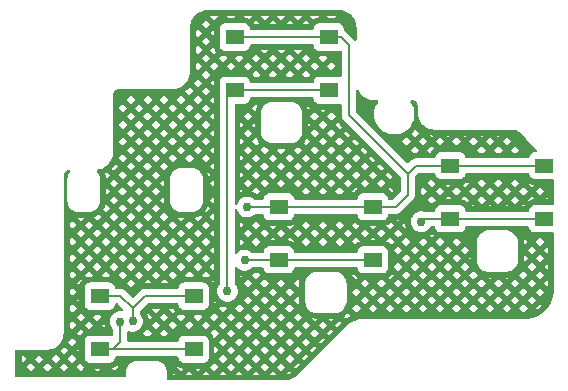
<source format=gbr>
%TF.GenerationSoftware,KiCad,Pcbnew,8.0.2*%
%TF.CreationDate,2024-08-31T13:36:28-07:00*%
%TF.ProjectId,GCU-ADU,4743552d-4144-4552-9e6b-696361645f70,rev?*%
%TF.SameCoordinates,Original*%
%TF.FileFunction,Copper,L1,Top*%
%TF.FilePolarity,Positive*%
%FSLAX46Y46*%
G04 Gerber Fmt 4.6, Leading zero omitted, Abs format (unit mm)*
G04 Created by KiCad (PCBNEW 8.0.2) date 2024-08-31 13:36:28*
%MOMM*%
%LPD*%
G01*
G04 APERTURE LIST*
%TA.AperFunction,SMDPad,CuDef*%
%ADD10R,1.550000X1.300000*%
%TD*%
%TA.AperFunction,ViaPad*%
%ADD11C,0.750000*%
%TD*%
%TA.AperFunction,Conductor*%
%ADD12C,0.200000*%
%TD*%
G04 APERTURE END LIST*
D10*
%TO.P,Y1,1,1*%
%TO.N,X1*%
X97057875Y-51704226D03*
X105007875Y-51704226D03*
%TO.P,Y1,2,2*%
%TO.N,X4*%
X97057875Y-56204226D03*
X105007875Y-56204226D03*
%TD*%
%TO.P,X1,1,1*%
%TO.N,X1*%
X115312960Y-62585602D03*
X123262960Y-62585602D03*
%TO.P,X1,2,2*%
%TO.N,X3*%
X115312960Y-67085602D03*
X123262960Y-67085602D03*
%TD*%
%TO.P,B1,1,1*%
%TO.N,X6*%
X85623656Y-73634140D03*
X93573656Y-73634140D03*
%TO.P,B1,2,2*%
%TO.N,X5*%
X85623656Y-78134140D03*
X93573656Y-78134140D03*
%TD*%
%TO.P,A1,1,1*%
%TO.N,X1*%
X100800000Y-66076000D03*
X108750000Y-66076000D03*
%TO.P,A1,2,2*%
%TO.N,X2*%
X100800000Y-70576000D03*
X108750000Y-70576000D03*
%TD*%
D11*
%TO.N,X4*%
X96443800Y-73228200D03*
%TO.N,X3*%
X112852200Y-67335400D03*
%TO.N,X2*%
X97891600Y-70612000D03*
%TO.N,X6*%
X88417400Y-75768200D03*
%TO.N,X5*%
X87376000Y-75793600D03*
%TO.N,X1*%
X98120200Y-66090800D03*
%TD*%
D12*
%TO.N,X4*%
X96443800Y-56818301D02*
X97057875Y-56204226D01*
X96443800Y-73228200D02*
X96443800Y-56818301D01*
X105007875Y-56204226D02*
X97057875Y-56204226D01*
%TO.N,X1*%
X106705400Y-58293000D02*
X111709200Y-63296800D01*
X106705400Y-52349400D02*
X106705400Y-58293000D01*
X106060226Y-51704226D02*
X106705400Y-52349400D01*
X105007875Y-51704226D02*
X106060226Y-51704226D01*
X97057875Y-51704226D02*
X105007875Y-51704226D01*
%TO.N,X3*%
X123262960Y-67085602D02*
X115312960Y-67085602D01*
X113101998Y-67085602D02*
X115312960Y-67085602D01*
X112852200Y-67335400D02*
X113101998Y-67085602D01*
%TO.N,X2*%
X100764000Y-70612000D02*
X100800000Y-70576000D01*
X97891600Y-70612000D02*
X100764000Y-70612000D01*
%TO.N,X6*%
X89459260Y-73634140D02*
X88417400Y-74676000D01*
X93573656Y-73634140D02*
X89459260Y-73634140D01*
X88417400Y-74676000D02*
X87375540Y-73634140D01*
X88417400Y-75768200D02*
X88417400Y-74676000D01*
X87375540Y-73634140D02*
X85623656Y-73634140D01*
%TO.N,X5*%
X93573656Y-78134140D02*
X86788060Y-78134140D01*
X86788060Y-78134140D02*
X85623656Y-78134140D01*
X87376000Y-75793600D02*
X87376000Y-77546200D01*
X87376000Y-77546200D02*
X86788060Y-78134140D01*
%TO.N,X2*%
X108750000Y-70576000D02*
X100800000Y-70576000D01*
%TO.N,X1*%
X115312960Y-62585602D02*
X123262960Y-62585602D01*
X112420398Y-62585602D02*
X115312960Y-62585602D01*
X111709200Y-65074800D02*
X111709200Y-63296800D01*
X111709200Y-63296800D02*
X112420398Y-62585602D01*
X110708000Y-66076000D02*
X111709200Y-65074800D01*
X108750000Y-66076000D02*
X110708000Y-66076000D01*
X100800000Y-66076000D02*
X108750000Y-66076000D01*
X98120200Y-66090800D02*
X100785200Y-66090800D01*
X100785200Y-66090800D02*
X100800000Y-66076000D01*
%TD*%
%TA.AperFunction,NonConductor*%
G36*
X107511103Y-56186282D02*
G01*
X107542693Y-56228482D01*
X107553317Y-56251745D01*
X107564658Y-56276577D01*
X107564666Y-56276591D01*
X107629701Y-56377785D01*
X107680705Y-56457145D01*
X107821264Y-56619356D01*
X107983476Y-56759912D01*
X108164041Y-56875952D01*
X108164047Y-56875954D01*
X108164053Y-56875958D01*
X108359276Y-56965113D01*
X108359280Y-56965114D01*
X108359282Y-56965115D01*
X108565225Y-57025585D01*
X108777677Y-57056131D01*
X108819105Y-57056131D01*
X109083400Y-57056131D01*
X109150439Y-57075816D01*
X109196194Y-57128620D01*
X109206138Y-57197778D01*
X109180348Y-57257443D01*
X109166037Y-57275387D01*
X109038605Y-57496108D01*
X108945489Y-57733361D01*
X108945487Y-57733368D01*
X108888774Y-57981844D01*
X108869729Y-58235994D01*
X108869729Y-58236003D01*
X108888774Y-58490153D01*
X108940875Y-58718424D01*
X108945489Y-58738636D01*
X109038604Y-58975887D01*
X109166038Y-59196611D01*
X109324947Y-59395876D01*
X109511780Y-59569231D01*
X109722363Y-59712804D01*
X109722368Y-59712806D01*
X109722369Y-59712807D01*
X109722370Y-59712808D01*
X109802471Y-59751382D01*
X109951989Y-59823386D01*
X109951990Y-59823386D01*
X109951993Y-59823388D01*
X110195539Y-59898512D01*
X110447562Y-59936499D01*
X110702432Y-59936499D01*
X110954455Y-59898512D01*
X110964427Y-59895436D01*
X112018815Y-59895436D01*
X112312147Y-60188768D01*
X112523965Y-59976950D01*
X113514543Y-59976950D01*
X113726361Y-60188768D01*
X113857681Y-60057447D01*
X115009253Y-60057447D01*
X115140574Y-60188768D01*
X115271896Y-60057447D01*
X116423467Y-60057447D01*
X116554788Y-60188768D01*
X116686109Y-60057447D01*
X117837681Y-60057447D01*
X117969002Y-60188768D01*
X118100323Y-60057447D01*
X119251894Y-60057447D01*
X119383215Y-60188768D01*
X119514536Y-60057447D01*
X119251894Y-60057447D01*
X118100323Y-60057447D01*
X117837681Y-60057447D01*
X116686109Y-60057447D01*
X116423467Y-60057447D01*
X115271896Y-60057447D01*
X115009253Y-60057447D01*
X113857681Y-60057447D01*
X113867176Y-60047952D01*
X113677584Y-60020759D01*
X113673220Y-60020053D01*
X113664454Y-60018475D01*
X113660128Y-60017617D01*
X113642791Y-60013855D01*
X113638484Y-60012840D01*
X113629857Y-60010643D01*
X113625605Y-60009479D01*
X113514543Y-59976950D01*
X112523965Y-59976950D01*
X112667115Y-59833800D01*
X112358718Y-59525403D01*
X112208591Y-59713656D01*
X112205639Y-59717219D01*
X112199542Y-59724305D01*
X112196445Y-59727771D01*
X112183772Y-59741429D01*
X112180555Y-59744768D01*
X112173941Y-59751382D01*
X112170601Y-59754600D01*
X112018815Y-59895436D01*
X110964427Y-59895436D01*
X111198001Y-59823388D01*
X111418463Y-59717219D01*
X111427623Y-59712808D01*
X111427623Y-59712807D01*
X111427631Y-59712804D01*
X111638214Y-59569231D01*
X111825047Y-59395876D01*
X111983956Y-59196611D01*
X112111390Y-58975887D01*
X112204505Y-58738636D01*
X112261219Y-58490156D01*
X112270133Y-58371201D01*
X112280265Y-58236003D01*
X112280265Y-58235994D01*
X112261219Y-57981844D01*
X112253045Y-57946032D01*
X112204505Y-57733362D01*
X112111390Y-57496111D01*
X111983956Y-57275387D01*
X111969645Y-57257442D01*
X111943238Y-57192756D01*
X111955995Y-57124061D01*
X112003866Y-57073167D01*
X112066594Y-57056131D01*
X112069122Y-57056131D01*
X112083039Y-57056914D01*
X112173602Y-57067144D01*
X112200736Y-57073354D01*
X112280112Y-57101206D01*
X112305173Y-57113310D01*
X112376338Y-57158168D01*
X112398065Y-57175556D01*
X112457430Y-57235159D01*
X112474737Y-57256964D01*
X112519304Y-57328301D01*
X112531310Y-57353416D01*
X112558841Y-57432899D01*
X112564942Y-57460060D01*
X112574825Y-57550818D01*
X112575553Y-57564741D01*
X112575294Y-57628974D01*
X112575578Y-57633430D01*
X112575578Y-57988845D01*
X112575311Y-57993038D01*
X112575387Y-58013019D01*
X112575377Y-58013052D01*
X112575379Y-58013052D01*
X112575577Y-58068169D01*
X112575578Y-58068614D01*
X112575578Y-58134415D01*
X112575827Y-58138125D01*
X112575946Y-58171139D01*
X112575948Y-58171609D01*
X112585430Y-58235994D01*
X112607146Y-58383456D01*
X112638833Y-58490153D01*
X112659114Y-58558447D01*
X112668105Y-58588720D01*
X112668107Y-58588726D01*
X112757582Y-58783242D01*
X112757589Y-58783254D01*
X112873789Y-58963117D01*
X113014342Y-59124653D01*
X113014344Y-59124655D01*
X113033803Y-59141458D01*
X113176411Y-59264603D01*
X113356702Y-59380121D01*
X113356706Y-59380123D01*
X113551575Y-59468876D01*
X113757071Y-59529063D01*
X113969031Y-59559465D01*
X114076095Y-59559447D01*
X114141988Y-59559447D01*
X120703006Y-59559447D01*
X120762640Y-59559447D01*
X120775117Y-59560076D01*
X120806469Y-59563246D01*
X120856434Y-59568300D01*
X120880876Y-59573295D01*
X120952907Y-59595766D01*
X120975845Y-59605552D01*
X121020616Y-59630244D01*
X121041908Y-59641987D01*
X121062436Y-59656176D01*
X121124911Y-59709400D01*
X121134000Y-59717970D01*
X121178076Y-59763938D01*
X121182757Y-59768196D01*
X121744627Y-60347488D01*
X122533359Y-61160676D01*
X122595525Y-61224769D01*
X122628070Y-61286597D01*
X122622023Y-61356204D01*
X122579302Y-61411492D01*
X122513473Y-61434907D01*
X122506518Y-61435102D01*
X122440090Y-61435102D01*
X122440083Y-61435103D01*
X122380476Y-61441510D01*
X122245631Y-61491804D01*
X122245624Y-61491808D01*
X122130415Y-61578054D01*
X122130412Y-61578057D01*
X122044166Y-61693266D01*
X122044162Y-61693273D01*
X122019671Y-61758939D01*
X121993869Y-61828119D01*
X121988897Y-61874359D01*
X121962161Y-61938908D01*
X121904769Y-61978756D01*
X121865609Y-61985102D01*
X116710311Y-61985102D01*
X116643272Y-61965417D01*
X116597517Y-61912613D01*
X116587021Y-61874354D01*
X116582051Y-61828118D01*
X116531757Y-61693273D01*
X116531753Y-61693266D01*
X116445507Y-61578057D01*
X116445504Y-61578054D01*
X116330295Y-61491808D01*
X116330288Y-61491804D01*
X116195442Y-61441510D01*
X116195443Y-61441510D01*
X116135843Y-61435103D01*
X116135841Y-61435102D01*
X116135833Y-61435102D01*
X116135824Y-61435102D01*
X114490089Y-61435102D01*
X114490083Y-61435103D01*
X114430476Y-61441510D01*
X114295631Y-61491804D01*
X114295624Y-61491808D01*
X114180415Y-61578054D01*
X114180412Y-61578057D01*
X114094166Y-61693266D01*
X114094162Y-61693273D01*
X114069671Y-61758939D01*
X114043869Y-61828119D01*
X114038897Y-61874359D01*
X114012161Y-61938908D01*
X113954769Y-61978756D01*
X113915609Y-61985102D01*
X112507067Y-61985102D01*
X112507051Y-61985101D01*
X112499455Y-61985101D01*
X112341341Y-61985101D01*
X112233985Y-62013867D01*
X112188608Y-62026026D01*
X112188607Y-62026027D01*
X112138494Y-62054961D01*
X112138493Y-62054962D01*
X112095087Y-62080022D01*
X112051683Y-62105081D01*
X112051680Y-62105083D01*
X111939878Y-62216886D01*
X111939876Y-62216888D01*
X111851601Y-62305162D01*
X111796880Y-62359884D01*
X111735557Y-62393368D01*
X111665865Y-62388384D01*
X111621518Y-62359883D01*
X110174168Y-60912533D01*
X110878446Y-60912533D01*
X111233414Y-61267501D01*
X111252900Y-61248014D01*
X111957179Y-61248014D01*
X112213069Y-61503904D01*
X112228203Y-61499849D01*
X112236103Y-61498007D01*
X112252154Y-61494814D01*
X112260159Y-61493492D01*
X112292503Y-61489233D01*
X112300579Y-61488438D01*
X112316915Y-61487367D01*
X112325027Y-61487101D01*
X112428028Y-61487101D01*
X112667115Y-61248014D01*
X113371393Y-61248014D01*
X113610481Y-61487102D01*
X113640496Y-61487102D01*
X113644589Y-61478139D01*
X113648552Y-61470223D01*
X113665612Y-61438981D01*
X113670125Y-61431373D01*
X113679779Y-61416350D01*
X113684831Y-61409074D01*
X113792413Y-61265365D01*
X113797964Y-61258476D01*
X113809657Y-61244981D01*
X113815691Y-61238501D01*
X113840859Y-61213333D01*
X113847339Y-61207299D01*
X113860834Y-61195606D01*
X113867723Y-61190055D01*
X113956734Y-61123419D01*
X113836326Y-61003011D01*
X116444821Y-61003011D01*
X116520999Y-61031424D01*
X116529178Y-61034812D01*
X116545423Y-61042231D01*
X116553339Y-61046194D01*
X116584581Y-61063254D01*
X116592189Y-61067767D01*
X116607212Y-61077421D01*
X116614488Y-61082473D01*
X116758197Y-61190055D01*
X116765086Y-61195606D01*
X116778581Y-61207299D01*
X116785061Y-61213333D01*
X116810229Y-61238501D01*
X116816263Y-61244981D01*
X116827956Y-61258476D01*
X116833507Y-61265365D01*
X116858721Y-61299047D01*
X116909754Y-61248014D01*
X117614034Y-61248014D01*
X117853122Y-61487102D01*
X118084882Y-61487102D01*
X118323970Y-61248014D01*
X119028247Y-61248014D01*
X119267335Y-61487102D01*
X119499095Y-61487102D01*
X119738183Y-61248014D01*
X120442461Y-61248014D01*
X120681549Y-61487102D01*
X120913309Y-61487102D01*
X121152397Y-61248014D01*
X120797429Y-60893046D01*
X120442461Y-61248014D01*
X119738183Y-61248014D01*
X119383215Y-60893046D01*
X119028247Y-61248014D01*
X118323970Y-61248014D01*
X117969002Y-60893046D01*
X117614034Y-61248014D01*
X116909754Y-61248014D01*
X116909755Y-61248013D01*
X116554787Y-60893045D01*
X116444821Y-61003011D01*
X113836326Y-61003011D01*
X113726361Y-60893046D01*
X113371393Y-61248014D01*
X112667115Y-61248014D01*
X112312147Y-60893046D01*
X111957179Y-61248014D01*
X111252900Y-61248014D01*
X111252901Y-61248013D01*
X110897933Y-60893045D01*
X110878446Y-60912533D01*
X110174168Y-60912533D01*
X109802541Y-60540906D01*
X111250072Y-60540906D01*
X111605040Y-60895875D01*
X111960009Y-60540907D01*
X112664286Y-60540907D01*
X113019254Y-60895875D01*
X113374222Y-60540907D01*
X114078500Y-60540907D01*
X114433467Y-60895874D01*
X114788434Y-60540907D01*
X115492713Y-60540907D01*
X115847680Y-60895874D01*
X116202647Y-60540907D01*
X116906927Y-60540907D01*
X117261895Y-60895875D01*
X117616863Y-60540907D01*
X118321140Y-60540907D01*
X118676108Y-60895875D01*
X119031076Y-60540907D01*
X119735354Y-60540907D01*
X120090322Y-60895875D01*
X120445290Y-60540907D01*
X120445289Y-60540906D01*
X121149567Y-60540906D01*
X121504535Y-60895874D01*
X121544241Y-60856169D01*
X121194692Y-60495781D01*
X121149567Y-60540906D01*
X120445289Y-60540906D01*
X120090322Y-60185939D01*
X119735354Y-60540907D01*
X119031076Y-60540907D01*
X118676108Y-60185939D01*
X118321140Y-60540907D01*
X117616863Y-60540907D01*
X117261895Y-60185939D01*
X116906927Y-60540907D01*
X116202647Y-60540907D01*
X116202648Y-60540906D01*
X115847681Y-60185939D01*
X115492713Y-60540907D01*
X114788434Y-60540907D01*
X114788435Y-60540906D01*
X114433468Y-60185939D01*
X114078500Y-60540907D01*
X113374222Y-60540907D01*
X113019254Y-60185939D01*
X112664286Y-60540907D01*
X111960009Y-60540907D01*
X111605040Y-60185938D01*
X111250072Y-60540906D01*
X109802541Y-60540906D01*
X107345741Y-58084106D01*
X108050019Y-58084106D01*
X108383976Y-58418063D01*
X108380819Y-58375931D01*
X108069506Y-58064618D01*
X108050019Y-58084106D01*
X107345741Y-58084106D01*
X107342219Y-58080584D01*
X107308734Y-58019261D01*
X107305900Y-57992903D01*
X107305900Y-56279995D01*
X107325585Y-56212956D01*
X107378389Y-56167201D01*
X107447547Y-56157257D01*
X107511103Y-56186282D01*
G37*
%TD.AperFunction*%
%TA.AperFunction,NonConductor*%
G36*
X103677563Y-56824411D02*
G01*
X103723318Y-56877215D01*
X103733814Y-56915474D01*
X103738783Y-56961709D01*
X103789077Y-57096554D01*
X103789081Y-57096561D01*
X103875327Y-57211770D01*
X103875330Y-57211773D01*
X103990539Y-57298019D01*
X103990546Y-57298023D01*
X104125392Y-57348317D01*
X104125391Y-57348317D01*
X104132319Y-57349061D01*
X104185002Y-57354726D01*
X105830747Y-57354725D01*
X105890358Y-57348317D01*
X105937567Y-57330708D01*
X106007258Y-57325725D01*
X106068581Y-57359210D01*
X106102066Y-57420533D01*
X106104900Y-57446891D01*
X106104900Y-58206330D01*
X106104899Y-58206348D01*
X106104899Y-58372054D01*
X106104898Y-58372054D01*
X106145823Y-58524785D01*
X106165258Y-58558447D01*
X106165257Y-58558447D01*
X106165258Y-58558448D01*
X106224875Y-58661709D01*
X106224881Y-58661717D01*
X106343749Y-58780585D01*
X106343755Y-58780590D01*
X111072381Y-63509216D01*
X111105866Y-63570539D01*
X111108700Y-63596897D01*
X111108700Y-64774702D01*
X111089015Y-64841741D01*
X111072381Y-64862383D01*
X110495584Y-65439181D01*
X110434261Y-65472666D01*
X110407903Y-65475500D01*
X110147351Y-65475500D01*
X110080312Y-65455815D01*
X110034557Y-65403011D01*
X110024061Y-65364752D01*
X110019091Y-65318516D01*
X109968797Y-65183671D01*
X109968793Y-65183664D01*
X109882547Y-65068455D01*
X109882544Y-65068452D01*
X109767335Y-64982206D01*
X109767328Y-64982202D01*
X109632482Y-64931908D01*
X109632483Y-64931908D01*
X109572883Y-64925501D01*
X109572881Y-64925500D01*
X109572873Y-64925500D01*
X109572864Y-64925500D01*
X107927129Y-64925500D01*
X107927123Y-64925501D01*
X107867516Y-64931908D01*
X107732671Y-64982202D01*
X107732664Y-64982206D01*
X107617455Y-65068452D01*
X107617452Y-65068455D01*
X107531206Y-65183664D01*
X107531202Y-65183671D01*
X107485359Y-65306585D01*
X107480909Y-65318517D01*
X107475937Y-65364757D01*
X107449201Y-65429306D01*
X107391809Y-65469154D01*
X107352649Y-65475500D01*
X102197351Y-65475500D01*
X102130312Y-65455815D01*
X102084557Y-65403011D01*
X102074061Y-65364752D01*
X102069091Y-65318516D01*
X102018797Y-65183671D01*
X102018793Y-65183664D01*
X101932547Y-65068455D01*
X101932544Y-65068452D01*
X101817335Y-64982206D01*
X101817328Y-64982202D01*
X101682482Y-64931908D01*
X101682483Y-64931908D01*
X101622883Y-64925501D01*
X101622881Y-64925500D01*
X101622873Y-64925500D01*
X101622864Y-64925500D01*
X99977129Y-64925500D01*
X99977123Y-64925501D01*
X99917516Y-64931908D01*
X99782671Y-64982202D01*
X99782664Y-64982206D01*
X99667455Y-65068452D01*
X99667452Y-65068455D01*
X99581206Y-65183664D01*
X99581202Y-65183671D01*
X99530908Y-65318516D01*
X99524346Y-65379556D01*
X99497608Y-65444107D01*
X99440215Y-65483955D01*
X99401057Y-65490300D01*
X98812817Y-65490300D01*
X98745778Y-65470615D01*
X98720667Y-65449272D01*
X98709255Y-65436597D01*
X98709248Y-65436591D01*
X98560365Y-65328421D01*
X98560362Y-65328419D01*
X98560361Y-65328419D01*
X98499312Y-65301238D01*
X98392238Y-65253565D01*
X98392233Y-65253563D01*
X98212219Y-65215300D01*
X98028181Y-65215300D01*
X97848166Y-65253563D01*
X97848161Y-65253565D01*
X97680039Y-65328419D01*
X97680034Y-65328421D01*
X97531151Y-65436591D01*
X97531149Y-65436593D01*
X97408004Y-65573361D01*
X97315986Y-65732740D01*
X97315983Y-65732747D01*
X97286231Y-65824316D01*
X97246793Y-65881992D01*
X97182435Y-65909190D01*
X97113588Y-65897275D01*
X97062113Y-65850031D01*
X97044300Y-65785998D01*
X97044300Y-64844616D01*
X97542300Y-64844616D01*
X97657528Y-64793313D01*
X97663522Y-64790830D01*
X97675749Y-64786136D01*
X97681878Y-64783965D01*
X97706691Y-64775904D01*
X97709713Y-64775009D01*
X98530688Y-64775009D01*
X98533709Y-64775904D01*
X98558522Y-64783965D01*
X98564651Y-64786136D01*
X98576878Y-64790830D01*
X98582872Y-64793313D01*
X98774832Y-64878780D01*
X98780686Y-64881572D01*
X98792347Y-64887513D01*
X98798053Y-64890610D01*
X98820648Y-64903654D01*
X98826182Y-64907046D01*
X98837167Y-64914179D01*
X98842523Y-64917859D01*
X98944982Y-64992300D01*
X99023335Y-64992300D01*
X99232087Y-64783548D01*
X102764791Y-64783548D01*
X102958743Y-64977500D01*
X103280775Y-64977500D01*
X103474727Y-64783548D01*
X104179005Y-64783548D01*
X104372957Y-64977500D01*
X104694989Y-64977500D01*
X104888941Y-64783548D01*
X105593218Y-64783548D01*
X105787170Y-64977500D01*
X106109202Y-64977500D01*
X106303154Y-64783548D01*
X107007432Y-64783548D01*
X107122506Y-64898622D01*
X107229453Y-64755763D01*
X107235004Y-64748874D01*
X107246697Y-64735379D01*
X107252731Y-64728899D01*
X107277899Y-64703731D01*
X107284379Y-64697697D01*
X107297874Y-64686004D01*
X107304763Y-64680453D01*
X107448472Y-64572871D01*
X107451419Y-64570825D01*
X110048581Y-64570825D01*
X110051528Y-64572871D01*
X110195237Y-64680453D01*
X110202126Y-64686004D01*
X110215621Y-64697697D01*
X110222101Y-64703731D01*
X110247269Y-64728899D01*
X110253303Y-64735379D01*
X110264996Y-64748874D01*
X110270547Y-64755763D01*
X110357958Y-64872527D01*
X110496366Y-64734119D01*
X110190826Y-64428579D01*
X110048581Y-64570825D01*
X107451419Y-64570825D01*
X107455748Y-64567819D01*
X107470771Y-64558165D01*
X107478379Y-64553652D01*
X107484260Y-64550440D01*
X107362400Y-64428580D01*
X107007432Y-64783548D01*
X106303154Y-64783548D01*
X105948186Y-64428580D01*
X105593218Y-64783548D01*
X104888941Y-64783548D01*
X104533973Y-64428580D01*
X104179005Y-64783548D01*
X103474727Y-64783548D01*
X103119759Y-64428580D01*
X102764791Y-64783548D01*
X99232087Y-64783548D01*
X98877118Y-64428579D01*
X98530688Y-64775009D01*
X97709713Y-64775009D01*
X97712910Y-64774062D01*
X97725554Y-64770674D01*
X97731866Y-64769159D01*
X97790929Y-64756604D01*
X97542300Y-64507975D01*
X97542300Y-64844616D01*
X97044300Y-64844616D01*
X97044300Y-64076441D01*
X97815044Y-64076441D01*
X98170012Y-64431409D01*
X98524980Y-64076441D01*
X99229257Y-64076441D01*
X99584225Y-64431409D01*
X99939193Y-64076441D01*
X100643471Y-64076441D01*
X100994530Y-64427500D01*
X101002347Y-64427500D01*
X101353405Y-64076441D01*
X102057684Y-64076441D01*
X102412652Y-64431409D01*
X102767620Y-64076441D01*
X103471898Y-64076441D01*
X103826866Y-64431409D01*
X104181834Y-64076441D01*
X104886111Y-64076441D01*
X105241079Y-64431409D01*
X105596048Y-64076441D01*
X106300325Y-64076441D01*
X106655293Y-64431409D01*
X107010261Y-64076441D01*
X107714539Y-64076441D01*
X108065598Y-64427500D01*
X108073415Y-64427500D01*
X108424473Y-64076441D01*
X109128752Y-64076441D01*
X109479811Y-64427500D01*
X109487628Y-64427500D01*
X109838687Y-64076440D01*
X109483720Y-63721473D01*
X109128752Y-64076441D01*
X108424473Y-64076441D01*
X108424474Y-64076440D01*
X108069507Y-63721473D01*
X107714539Y-64076441D01*
X107010261Y-64076441D01*
X106655293Y-63721473D01*
X106300325Y-64076441D01*
X105596048Y-64076441D01*
X105241079Y-63721472D01*
X104886111Y-64076441D01*
X104181834Y-64076441D01*
X103826866Y-63721473D01*
X103471898Y-64076441D01*
X102767620Y-64076441D01*
X102412652Y-63721473D01*
X102057684Y-64076441D01*
X101353405Y-64076441D01*
X101353406Y-64076440D01*
X100998439Y-63721473D01*
X100643471Y-64076441D01*
X99939193Y-64076441D01*
X99584225Y-63721473D01*
X99229257Y-64076441D01*
X98524980Y-64076441D01*
X98170012Y-63721473D01*
X97815044Y-64076441D01*
X97044300Y-64076441D01*
X97044300Y-63644907D01*
X97542300Y-63644907D01*
X97817873Y-63369334D01*
X98522150Y-63369334D01*
X98877118Y-63724302D01*
X99232087Y-63369334D01*
X99936364Y-63369334D01*
X100291332Y-63724302D01*
X100646300Y-63369334D01*
X101350578Y-63369334D01*
X101705546Y-63724302D01*
X102060514Y-63369334D01*
X102764791Y-63369334D01*
X103119759Y-63724302D01*
X103474727Y-63369334D01*
X104179005Y-63369334D01*
X104533973Y-63724302D01*
X104888941Y-63369334D01*
X105593218Y-63369334D01*
X105948186Y-63724302D01*
X106303154Y-63369334D01*
X107007432Y-63369334D01*
X107362400Y-63724302D01*
X107717368Y-63369334D01*
X108421645Y-63369334D01*
X108776613Y-63724302D01*
X109131581Y-63369334D01*
X109835859Y-63369334D01*
X110190827Y-63724302D01*
X110387008Y-63528121D01*
X110032040Y-63173153D01*
X109835859Y-63369334D01*
X109131581Y-63369334D01*
X108776613Y-63014365D01*
X108421645Y-63369334D01*
X107717368Y-63369334D01*
X107362400Y-63014366D01*
X107007432Y-63369334D01*
X106303154Y-63369334D01*
X105948186Y-63014366D01*
X105593218Y-63369334D01*
X104888941Y-63369334D01*
X104533973Y-63014366D01*
X104179005Y-63369334D01*
X103474727Y-63369334D01*
X103119759Y-63014366D01*
X102764791Y-63369334D01*
X102060514Y-63369334D01*
X101705546Y-63014366D01*
X101350578Y-63369334D01*
X100646300Y-63369334D01*
X100291332Y-63014366D01*
X99936364Y-63369334D01*
X99232087Y-63369334D01*
X98877118Y-63014365D01*
X98522150Y-63369334D01*
X97817873Y-63369334D01*
X97542300Y-63093761D01*
X97542300Y-63644907D01*
X97044300Y-63644907D01*
X97044300Y-62662227D01*
X97815043Y-62662227D01*
X98170012Y-63017196D01*
X98524980Y-62662227D01*
X99229256Y-62662227D01*
X99584225Y-63017196D01*
X99939193Y-62662227D01*
X100643470Y-62662227D01*
X100998439Y-63017196D01*
X101353407Y-62662227D01*
X102057683Y-62662227D01*
X102412652Y-63017196D01*
X102767620Y-62662227D01*
X103471897Y-62662227D01*
X103826866Y-63017196D01*
X104181834Y-62662227D01*
X104886111Y-62662227D01*
X105241079Y-63017196D01*
X105596048Y-62662227D01*
X106300324Y-62662227D01*
X106655293Y-63017196D01*
X107010261Y-62662227D01*
X107714538Y-62662227D01*
X108069507Y-63017196D01*
X108424475Y-62662227D01*
X109128751Y-62662227D01*
X109483719Y-63017195D01*
X109679901Y-62821014D01*
X109324933Y-62466046D01*
X109128751Y-62662227D01*
X108424475Y-62662227D01*
X108069507Y-62307259D01*
X107714538Y-62662227D01*
X107010261Y-62662227D01*
X106655293Y-62307259D01*
X106300324Y-62662227D01*
X105596048Y-62662227D01*
X105241079Y-62307259D01*
X104886111Y-62662227D01*
X104181834Y-62662227D01*
X103826866Y-62307259D01*
X103471897Y-62662227D01*
X102767620Y-62662227D01*
X102412652Y-62307259D01*
X102057683Y-62662227D01*
X101353407Y-62662227D01*
X100998439Y-62307259D01*
X100643470Y-62662227D01*
X99939193Y-62662227D01*
X99584225Y-62307259D01*
X99229256Y-62662227D01*
X98524980Y-62662227D01*
X98170012Y-62307259D01*
X97815043Y-62662227D01*
X97044300Y-62662227D01*
X97044300Y-62230694D01*
X97542300Y-62230694D01*
X97817873Y-61955121D01*
X98522150Y-61955121D01*
X98877118Y-62310089D01*
X99232087Y-61955121D01*
X99936364Y-61955121D01*
X100291332Y-62310089D01*
X100646300Y-61955121D01*
X101350578Y-61955121D01*
X101705546Y-62310089D01*
X102060514Y-61955121D01*
X102764791Y-61955121D01*
X103119759Y-62310089D01*
X103474727Y-61955121D01*
X104179005Y-61955121D01*
X104533973Y-62310089D01*
X104888941Y-61955121D01*
X105593218Y-61955121D01*
X105948186Y-62310089D01*
X106303154Y-61955121D01*
X107007432Y-61955121D01*
X107362400Y-62310089D01*
X107717368Y-61955121D01*
X107717367Y-61955120D01*
X108421644Y-61955120D01*
X108776612Y-62310088D01*
X108972794Y-62113907D01*
X108617826Y-61758939D01*
X108421644Y-61955120D01*
X107717367Y-61955120D01*
X107362400Y-61600153D01*
X107007432Y-61955121D01*
X106303154Y-61955121D01*
X105948186Y-61600153D01*
X105593218Y-61955121D01*
X104888941Y-61955121D01*
X104533973Y-61600153D01*
X104179005Y-61955121D01*
X103474727Y-61955121D01*
X103119759Y-61600153D01*
X102764791Y-61955121D01*
X102060514Y-61955121D01*
X101705546Y-61600153D01*
X101350578Y-61955121D01*
X100646300Y-61955121D01*
X100291332Y-61600153D01*
X99936364Y-61955121D01*
X99232087Y-61955121D01*
X98877118Y-61600152D01*
X98522150Y-61955121D01*
X97817873Y-61955121D01*
X97542300Y-61679548D01*
X97542300Y-62230694D01*
X97044300Y-62230694D01*
X97044300Y-61248014D01*
X97815044Y-61248014D01*
X98170012Y-61602982D01*
X98524980Y-61248014D01*
X98524979Y-61248013D01*
X99229256Y-61248013D01*
X99584225Y-61602982D01*
X99939193Y-61248014D01*
X100643471Y-61248014D01*
X100998439Y-61602982D01*
X101353407Y-61248014D01*
X101353406Y-61248013D01*
X102057683Y-61248013D01*
X102412652Y-61602982D01*
X102767620Y-61248014D01*
X103471898Y-61248014D01*
X103826866Y-61602982D01*
X104181834Y-61248014D01*
X104886111Y-61248014D01*
X105241079Y-61602982D01*
X105596048Y-61248014D01*
X106300325Y-61248014D01*
X106655293Y-61602982D01*
X107010261Y-61248014D01*
X107714539Y-61248014D01*
X108069507Y-61602982D01*
X108265688Y-61406801D01*
X107910720Y-61051833D01*
X107714539Y-61248014D01*
X107010261Y-61248014D01*
X106655293Y-60893046D01*
X106300325Y-61248014D01*
X105596048Y-61248014D01*
X105241079Y-60893045D01*
X104886111Y-61248014D01*
X104181834Y-61248014D01*
X103826866Y-60893046D01*
X103471898Y-61248014D01*
X102767620Y-61248014D01*
X102525607Y-61006001D01*
X102462818Y-61043197D01*
X102458153Y-61045826D01*
X102448640Y-61050920D01*
X102443871Y-61053343D01*
X102424496Y-61062666D01*
X102419633Y-61064879D01*
X102409716Y-61069135D01*
X102404747Y-61071141D01*
X102222690Y-61140119D01*
X102217641Y-61141908D01*
X102207397Y-61145291D01*
X102202292Y-61146856D01*
X102181605Y-61152713D01*
X102176421Y-61154061D01*
X102165919Y-61156550D01*
X102160684Y-61157672D01*
X102145020Y-61160676D01*
X102057683Y-61248013D01*
X101353406Y-61248013D01*
X101308118Y-61202725D01*
X100688760Y-61202725D01*
X100643471Y-61248014D01*
X99939193Y-61248014D01*
X99822505Y-61131326D01*
X99677912Y-61078701D01*
X99672870Y-61076741D01*
X99662783Y-61072563D01*
X99657819Y-61070378D01*
X99638118Y-61061189D01*
X99633275Y-61058801D01*
X99623605Y-61053767D01*
X99618864Y-61051166D01*
X99496658Y-60980611D01*
X99229256Y-61248013D01*
X98524979Y-61248013D01*
X98170012Y-60893046D01*
X97815044Y-61248014D01*
X97044300Y-61248014D01*
X97044300Y-60816480D01*
X97542300Y-60816480D01*
X97817873Y-60540907D01*
X98522150Y-60540907D01*
X98877118Y-60895874D01*
X99121547Y-60651446D01*
X99071732Y-60592081D01*
X99068343Y-60587858D01*
X99061705Y-60579207D01*
X99058512Y-60574852D01*
X99046043Y-60557047D01*
X99043036Y-60552548D01*
X99037171Y-60543343D01*
X99034362Y-60538715D01*
X98935956Y-60368281D01*
X98933355Y-60363539D01*
X98928318Y-60353864D01*
X98925925Y-60349013D01*
X98916738Y-60329314D01*
X98914557Y-60324356D01*
X98910381Y-60314274D01*
X98908422Y-60309237D01*
X98867163Y-60195894D01*
X98522150Y-60540907D01*
X97817873Y-60540907D01*
X97542300Y-60265334D01*
X97542300Y-60816480D01*
X97044300Y-60816480D01*
X97044300Y-59833800D01*
X97815044Y-59833800D01*
X98170012Y-60188768D01*
X98524980Y-59833800D01*
X98170012Y-59478832D01*
X97815044Y-59833800D01*
X97044300Y-59833800D01*
X97044300Y-59402267D01*
X97542300Y-59402267D01*
X97817873Y-59126694D01*
X98522150Y-59126694D01*
X98784372Y-59388915D01*
X98784372Y-58864472D01*
X98522150Y-59126694D01*
X97817873Y-59126694D01*
X97542300Y-58851121D01*
X97542300Y-59402267D01*
X97044300Y-59402267D01*
X97044300Y-58419587D01*
X97815044Y-58419587D01*
X98170012Y-58774555D01*
X98524980Y-58419587D01*
X98222694Y-58117301D01*
X99282316Y-58117301D01*
X99282316Y-58117305D01*
X99282372Y-58203987D01*
X99282372Y-59778053D01*
X99282377Y-59778134D01*
X99282377Y-59791773D01*
X99282378Y-59791780D01*
X99312781Y-59964166D01*
X99312783Y-59964172D01*
X99312784Y-59964177D01*
X99343279Y-60047952D01*
X99371140Y-60124493D01*
X99372665Y-60128681D01*
X99457118Y-60274950D01*
X99460202Y-60280290D01*
X99528588Y-60361787D01*
X99572732Y-60414393D01*
X99706841Y-60526920D01*
X99858451Y-60614451D01*
X99858453Y-60614451D01*
X99858457Y-60614454D01*
X100012767Y-60670616D01*
X100022958Y-60674325D01*
X100195362Y-60704725D01*
X100195364Y-60704725D01*
X100282894Y-60704725D01*
X100348786Y-60704726D01*
X100348790Y-60704725D01*
X101717563Y-60704725D01*
X101731669Y-60705530D01*
X101733746Y-60705767D01*
X101733748Y-60705768D01*
X101733749Y-60705767D01*
X101733750Y-60705768D01*
X101794313Y-60704743D01*
X101796412Y-60704725D01*
X101857049Y-60704725D01*
X101857055Y-60704725D01*
X101857060Y-60704723D01*
X101858726Y-60704504D01*
X101872945Y-60703457D01*
X101886213Y-60703246D01*
X101959918Y-60689106D01*
X102912990Y-60689106D01*
X103119759Y-60895875D01*
X103474727Y-60540907D01*
X104179005Y-60540907D01*
X104533973Y-60895875D01*
X104888941Y-60540907D01*
X105593218Y-60540907D01*
X105948186Y-60895875D01*
X106303154Y-60540907D01*
X107007432Y-60540907D01*
X107362400Y-60895875D01*
X107558581Y-60699694D01*
X107203613Y-60344726D01*
X107007432Y-60540907D01*
X106303154Y-60540907D01*
X105948186Y-60185939D01*
X105593218Y-60540907D01*
X104888941Y-60540907D01*
X104533973Y-60185939D01*
X104179005Y-60540907D01*
X103474727Y-60540907D01*
X103180344Y-60246524D01*
X103159922Y-60303264D01*
X103158006Y-60308249D01*
X103153917Y-60318237D01*
X103151778Y-60323156D01*
X103142780Y-60342681D01*
X103140437Y-60347488D01*
X103135503Y-60357083D01*
X103132954Y-60361787D01*
X103036537Y-60530921D01*
X103033786Y-60535515D01*
X103028041Y-60544652D01*
X103025095Y-60549120D01*
X103012875Y-60566812D01*
X103009747Y-60571138D01*
X103003239Y-60579743D01*
X102999915Y-60583947D01*
X102912990Y-60689106D01*
X101959918Y-60689106D01*
X102056298Y-60670616D01*
X102218250Y-60609255D01*
X102367254Y-60520987D01*
X102498883Y-60408437D01*
X102609222Y-60274950D01*
X102694992Y-60124493D01*
X102722542Y-60047952D01*
X102753642Y-59961548D01*
X102753644Y-59961539D01*
X102775949Y-59833800D01*
X103471898Y-59833800D01*
X103826866Y-60188768D01*
X104181834Y-59833800D01*
X104886111Y-59833800D01*
X105241079Y-60188768D01*
X105596048Y-59833800D01*
X106300325Y-59833800D01*
X106655293Y-60188768D01*
X106851474Y-59992587D01*
X106496506Y-59637619D01*
X106300325Y-59833800D01*
X105596048Y-59833800D01*
X105241079Y-59478831D01*
X104886111Y-59833800D01*
X104181834Y-59833800D01*
X103826866Y-59478832D01*
X103471898Y-59833800D01*
X102775949Y-59833800D01*
X102783434Y-59790935D01*
X102783372Y-59704342D01*
X102783388Y-59638450D01*
X102783387Y-59638446D01*
X102783389Y-59630520D01*
X102783372Y-59630244D01*
X102783372Y-59320049D01*
X103281372Y-59320049D01*
X103474727Y-59126694D01*
X104179005Y-59126694D01*
X104533973Y-59481662D01*
X104888941Y-59126694D01*
X104888940Y-59126693D01*
X105593217Y-59126693D01*
X105948185Y-59481661D01*
X106144367Y-59285480D01*
X106000353Y-59141466D01*
X106000344Y-59141458D01*
X105865649Y-59006763D01*
X105841667Y-58990533D01*
X105829895Y-58973580D01*
X105801765Y-58924858D01*
X105801755Y-58924842D01*
X105799307Y-58920603D01*
X105593217Y-59126693D01*
X104888940Y-59126693D01*
X104533973Y-58771726D01*
X104179005Y-59126694D01*
X103474727Y-59126694D01*
X103281372Y-58933339D01*
X103281372Y-59320049D01*
X102783372Y-59320049D01*
X102783372Y-58419587D01*
X103471898Y-58419587D01*
X103826866Y-58774555D01*
X104181834Y-58419587D01*
X104886111Y-58419587D01*
X105241079Y-58774554D01*
X105596047Y-58419586D01*
X105241079Y-58064618D01*
X104886111Y-58419587D01*
X104181834Y-58419587D01*
X103826866Y-58064619D01*
X103471898Y-58419587D01*
X102783372Y-58419587D01*
X102783372Y-58273262D01*
X102783974Y-58263392D01*
X102783377Y-58197923D01*
X102783372Y-58196792D01*
X102783372Y-58131164D01*
X102782700Y-58121539D01*
X102782584Y-58108062D01*
X102782584Y-58108053D01*
X102750972Y-57936901D01*
X102690285Y-57773777D01*
X102690283Y-57773773D01*
X102690282Y-57773771D01*
X102602348Y-57623582D01*
X102602347Y-57623580D01*
X102489797Y-57490821D01*
X102402452Y-57418132D01*
X103059137Y-57418132D01*
X103125505Y-57531487D01*
X103128121Y-57536185D01*
X103133193Y-57545779D01*
X103135606Y-57550595D01*
X103144867Y-57570121D01*
X103147066Y-57575029D01*
X103151282Y-57585015D01*
X103153264Y-57590008D01*
X103221487Y-57773385D01*
X103223255Y-57778474D01*
X103226593Y-57788798D01*
X103228135Y-57793944D01*
X103233887Y-57814777D01*
X103235205Y-57819992D01*
X103237635Y-57830560D01*
X103238727Y-57835825D01*
X103256290Y-57930915D01*
X103334480Y-57852725D01*
X104319250Y-57852725D01*
X104533972Y-58067447D01*
X104748695Y-57852725D01*
X104319250Y-57852725D01*
X103334480Y-57852725D01*
X103474726Y-57712479D01*
X103119758Y-57357511D01*
X103059137Y-57418132D01*
X102402452Y-57418132D01*
X102356016Y-57379488D01*
X102332369Y-57365931D01*
X102205028Y-57292925D01*
X102205025Y-57292924D01*
X102205024Y-57292923D01*
X102205023Y-57292923D01*
X102156537Y-57275387D01*
X102041351Y-57233727D01*
X101869915Y-57203679D01*
X101782894Y-57203725D01*
X100351104Y-57203725D01*
X100339514Y-57203028D01*
X100338007Y-57203044D01*
X100277150Y-57203699D01*
X100275459Y-57203718D01*
X100274124Y-57203725D01*
X100209621Y-57203725D01*
X100199031Y-57204472D01*
X100185196Y-57204613D01*
X100185183Y-57204614D01*
X100014249Y-57236447D01*
X100014247Y-57236447D01*
X99851363Y-57297284D01*
X99701415Y-57385302D01*
X99701413Y-57385303D01*
X99568885Y-57497869D01*
X99457762Y-57631601D01*
X99457757Y-57631609D01*
X99371370Y-57782498D01*
X99312301Y-57946020D01*
X99312299Y-57946028D01*
X99312298Y-57946032D01*
X99300572Y-58013019D01*
X99282316Y-58117301D01*
X98222694Y-58117301D01*
X98170012Y-58064619D01*
X97815044Y-58419587D01*
X97044300Y-58419587D01*
X97044300Y-57712480D01*
X98522150Y-57712480D01*
X98799123Y-57989453D01*
X98823619Y-57849529D01*
X98824658Y-57844267D01*
X98826985Y-57833690D01*
X98828254Y-57828464D01*
X98833803Y-57807599D01*
X98835299Y-57802429D01*
X98838537Y-57792084D01*
X98840251Y-57786997D01*
X98906659Y-57603155D01*
X98908594Y-57598143D01*
X98912714Y-57588119D01*
X98914864Y-57583193D01*
X98923928Y-57563601D01*
X98926294Y-57558765D01*
X98931265Y-57549140D01*
X98933827Y-57544431D01*
X98981233Y-57461626D01*
X98877118Y-57357511D01*
X98522150Y-57712480D01*
X97044300Y-57712480D01*
X97044300Y-57478725D01*
X97063985Y-57411686D01*
X97116789Y-57365931D01*
X97168300Y-57354725D01*
X97880746Y-57354725D01*
X97880747Y-57354725D01*
X97940358Y-57348317D01*
X98075206Y-57298022D01*
X98190421Y-57211772D01*
X98276671Y-57096557D01*
X98326966Y-56961709D01*
X98331937Y-56915468D01*
X98358674Y-56850920D01*
X98416066Y-56811072D01*
X98455226Y-56804726D01*
X103610524Y-56804726D01*
X103677563Y-56824411D01*
G37*
%TD.AperFunction*%
%TA.AperFunction,NonConductor*%
G36*
X105889415Y-49414746D02*
G01*
X105934835Y-49417994D01*
X106089554Y-49429059D01*
X106107057Y-49431576D01*
X106298788Y-49473284D01*
X106315747Y-49478263D01*
X106499605Y-49546839D01*
X106515679Y-49554180D01*
X106687902Y-49648222D01*
X106702778Y-49657783D01*
X106859844Y-49775361D01*
X106873216Y-49786947D01*
X107011957Y-49925690D01*
X107023543Y-49939062D01*
X107141124Y-50096135D01*
X107150688Y-50111018D01*
X107244719Y-50283225D01*
X107252069Y-50299318D01*
X107320635Y-50483155D01*
X107325619Y-50500130D01*
X107367324Y-50691847D01*
X107369842Y-50709361D01*
X107384174Y-50909789D01*
X107384490Y-50918633D01*
X107384490Y-50989795D01*
X107384491Y-50989808D01*
X107384491Y-51879892D01*
X107364806Y-51946931D01*
X107312002Y-51992686D01*
X107242844Y-52002630D01*
X107179288Y-51973605D01*
X107172810Y-51967573D01*
X107069797Y-51864560D01*
X107069774Y-51864539D01*
X106547816Y-51342581D01*
X106547814Y-51342578D01*
X106428943Y-51223707D01*
X106428938Y-51223703D01*
X106345374Y-51175458D01*
X106297159Y-51124891D01*
X106283374Y-51068071D01*
X106283374Y-51006355D01*
X106283373Y-51006349D01*
X106283372Y-51006342D01*
X106276966Y-50946743D01*
X106264722Y-50913916D01*
X106226672Y-50811897D01*
X106226668Y-50811890D01*
X106140422Y-50696681D01*
X106140419Y-50696678D01*
X106025210Y-50610432D01*
X106025203Y-50610428D01*
X105890357Y-50560134D01*
X105890358Y-50560134D01*
X105830758Y-50553727D01*
X105830756Y-50553726D01*
X105830748Y-50553726D01*
X105830739Y-50553726D01*
X104185004Y-50553726D01*
X104184998Y-50553727D01*
X104125391Y-50560134D01*
X103990546Y-50610428D01*
X103990539Y-50610432D01*
X103875330Y-50696678D01*
X103875327Y-50696681D01*
X103789081Y-50811890D01*
X103789077Y-50811897D01*
X103749370Y-50918360D01*
X103738784Y-50946743D01*
X103733812Y-50992983D01*
X103707076Y-51057532D01*
X103649684Y-51097380D01*
X103610524Y-51103726D01*
X98455226Y-51103726D01*
X98388187Y-51084041D01*
X98342432Y-51031237D01*
X98331936Y-50992978D01*
X98326966Y-50946742D01*
X98276672Y-50811897D01*
X98276668Y-50811890D01*
X98190422Y-50696681D01*
X98190419Y-50696678D01*
X98075210Y-50610432D01*
X98075203Y-50610428D01*
X97940357Y-50560134D01*
X97940358Y-50560134D01*
X97880758Y-50553727D01*
X97880756Y-50553726D01*
X97880748Y-50553726D01*
X97880739Y-50553726D01*
X96235004Y-50553726D01*
X96234998Y-50553727D01*
X96175391Y-50560134D01*
X96040546Y-50610428D01*
X96040539Y-50610432D01*
X95925330Y-50696678D01*
X95925327Y-50696681D01*
X95839081Y-50811890D01*
X95839077Y-50811897D01*
X95788783Y-50946743D01*
X95783751Y-50993551D01*
X95782376Y-51006349D01*
X95782375Y-51006361D01*
X95782375Y-52402096D01*
X95782376Y-52402102D01*
X95788783Y-52461709D01*
X95839077Y-52596554D01*
X95839081Y-52596561D01*
X95925327Y-52711770D01*
X95925330Y-52711773D01*
X96040539Y-52798019D01*
X96040546Y-52798023D01*
X96175392Y-52848317D01*
X96175391Y-52848317D01*
X96182319Y-52849061D01*
X96235002Y-52854726D01*
X97880747Y-52854725D01*
X97940358Y-52848317D01*
X98062594Y-52802726D01*
X99269250Y-52802726D01*
X99584225Y-53117701D01*
X99899200Y-52802726D01*
X100683464Y-52802726D01*
X100998439Y-53117701D01*
X101313414Y-52802726D01*
X102097677Y-52802726D01*
X102412652Y-53117701D01*
X102727627Y-52802726D01*
X102097677Y-52802726D01*
X101313414Y-52802726D01*
X100683464Y-52802726D01*
X99899200Y-52802726D01*
X99269250Y-52802726D01*
X98062594Y-52802726D01*
X98075206Y-52798022D01*
X98190421Y-52711772D01*
X98276671Y-52596557D01*
X98326966Y-52461709D01*
X98331937Y-52415468D01*
X98358674Y-52350920D01*
X98416066Y-52311072D01*
X98455226Y-52304726D01*
X103610524Y-52304726D01*
X103677563Y-52324411D01*
X103723318Y-52377215D01*
X103733814Y-52415474D01*
X103738783Y-52461709D01*
X103789077Y-52596554D01*
X103789081Y-52596561D01*
X103875327Y-52711770D01*
X103875330Y-52711773D01*
X103990539Y-52798019D01*
X103990546Y-52798023D01*
X104125392Y-52848317D01*
X104125391Y-52848317D01*
X104132319Y-52849061D01*
X104185002Y-52854726D01*
X105830747Y-52854725D01*
X105890358Y-52848317D01*
X105937567Y-52830708D01*
X106007258Y-52825725D01*
X106068581Y-52859210D01*
X106102066Y-52920533D01*
X106104900Y-52946891D01*
X106104900Y-54961560D01*
X106085215Y-55028599D01*
X106032411Y-55074354D01*
X105963253Y-55084298D01*
X105937568Y-55077742D01*
X105890360Y-55060135D01*
X105890358Y-55060134D01*
X105830758Y-55053727D01*
X105830756Y-55053726D01*
X105830748Y-55053726D01*
X105830739Y-55053726D01*
X104185004Y-55053726D01*
X104184998Y-55053727D01*
X104125391Y-55060134D01*
X103990546Y-55110428D01*
X103990539Y-55110432D01*
X103875330Y-55196678D01*
X103875327Y-55196681D01*
X103789081Y-55311890D01*
X103789077Y-55311897D01*
X103738785Y-55446739D01*
X103738784Y-55446743D01*
X103733812Y-55492983D01*
X103707076Y-55557532D01*
X103649684Y-55597380D01*
X103610524Y-55603726D01*
X98455226Y-55603726D01*
X98388187Y-55584041D01*
X98342432Y-55531237D01*
X98331936Y-55492978D01*
X98326966Y-55446742D01*
X98276672Y-55311897D01*
X98276668Y-55311890D01*
X98190422Y-55196681D01*
X98190419Y-55196678D01*
X98075210Y-55110432D01*
X98075203Y-55110428D01*
X97940357Y-55060134D01*
X97940358Y-55060134D01*
X97880758Y-55053727D01*
X97880756Y-55053726D01*
X97880748Y-55053726D01*
X97880739Y-55053726D01*
X96235004Y-55053726D01*
X96234998Y-55053727D01*
X96175391Y-55060134D01*
X96040546Y-55110428D01*
X96040539Y-55110432D01*
X95925330Y-55196678D01*
X95925327Y-55196681D01*
X95839081Y-55311890D01*
X95839077Y-55311897D01*
X95788783Y-55446743D01*
X95782376Y-55506342D01*
X95782375Y-55506361D01*
X95782375Y-56902096D01*
X95782376Y-56902102D01*
X95788783Y-56961709D01*
X95812608Y-57025585D01*
X95828695Y-57068717D01*
X95835482Y-57086912D01*
X95843300Y-57130245D01*
X95843300Y-72539110D01*
X95823615Y-72606149D01*
X95811450Y-72622082D01*
X95731608Y-72710754D01*
X95731603Y-72710761D01*
X95639586Y-72870140D01*
X95639583Y-72870146D01*
X95582716Y-73045167D01*
X95582715Y-73045171D01*
X95563478Y-73228200D01*
X95582715Y-73411229D01*
X95582716Y-73411232D01*
X95639583Y-73586253D01*
X95639586Y-73586259D01*
X95731605Y-73745640D01*
X95779369Y-73798687D01*
X95854749Y-73882406D01*
X95854751Y-73882408D01*
X96003634Y-73990578D01*
X96003635Y-73990578D01*
X96003639Y-73990581D01*
X96129278Y-74046519D01*
X96171761Y-74065434D01*
X96171766Y-74065436D01*
X96351781Y-74103700D01*
X96535819Y-74103700D01*
X96715834Y-74065436D01*
X96883961Y-73990581D01*
X96904118Y-73975936D01*
X97815044Y-73975936D01*
X98170012Y-74330904D01*
X98524980Y-73975936D01*
X99229257Y-73975936D01*
X99584225Y-74330904D01*
X99939193Y-73975936D01*
X100643471Y-73975936D01*
X100998439Y-74330904D01*
X101353407Y-73975936D01*
X102057684Y-73975936D01*
X102412651Y-74330903D01*
X102529057Y-74214497D01*
X102527449Y-74196115D01*
X102527095Y-74190713D01*
X102526619Y-74179809D01*
X102526501Y-74174401D01*
X102526501Y-74159516D01*
X102526497Y-74159404D01*
X102526497Y-73734813D01*
X102412652Y-73620968D01*
X102057684Y-73975936D01*
X101353407Y-73975936D01*
X100998439Y-73620968D01*
X100643471Y-73975936D01*
X99939193Y-73975936D01*
X99584225Y-73620968D01*
X99229257Y-73975936D01*
X98524980Y-73975936D01*
X98170012Y-73620968D01*
X97815044Y-73975936D01*
X96904118Y-73975936D01*
X97032850Y-73882407D01*
X97155995Y-73745640D01*
X97248014Y-73586259D01*
X97304885Y-73411229D01*
X97319852Y-73268829D01*
X98522150Y-73268829D01*
X98877118Y-73623797D01*
X99232087Y-73268829D01*
X99936364Y-73268829D01*
X100291332Y-73623797D01*
X100646300Y-73268829D01*
X101350578Y-73268829D01*
X101705546Y-73623797D01*
X102060514Y-73268829D01*
X101705546Y-72913861D01*
X101350578Y-73268829D01*
X100646300Y-73268829D01*
X100291332Y-72913861D01*
X99936364Y-73268829D01*
X99232087Y-73268829D01*
X98877118Y-72913860D01*
X98522150Y-73268829D01*
X97319852Y-73268829D01*
X97324122Y-73228200D01*
X97304885Y-73045171D01*
X97262219Y-72913860D01*
X97248016Y-72870146D01*
X97248013Y-72870140D01*
X97155996Y-72710761D01*
X97155991Y-72710754D01*
X97076150Y-72622082D01*
X97047183Y-72561722D01*
X97815043Y-72561722D01*
X98170012Y-72916690D01*
X98524980Y-72561722D01*
X99229256Y-72561722D01*
X99584225Y-72916690D01*
X99939193Y-72561722D01*
X99939192Y-72561721D01*
X100643470Y-72561721D01*
X100998439Y-72916690D01*
X101353407Y-72561722D01*
X102057683Y-72561722D01*
X102412651Y-72916690D01*
X102526497Y-72802845D01*
X102526497Y-72566898D01*
X102526493Y-72488504D01*
X103024493Y-72488504D01*
X103024493Y-72488505D01*
X103024497Y-72566874D01*
X103024497Y-74150503D01*
X103024501Y-74150560D01*
X103024501Y-74163532D01*
X103054899Y-74335934D01*
X103096836Y-74451156D01*
X103114775Y-74500442D01*
X103142421Y-74548326D01*
X103202307Y-74652054D01*
X103314834Y-74786159D01*
X103344043Y-74810668D01*
X103448941Y-74898689D01*
X103548836Y-74956364D01*
X103595550Y-74983335D01*
X103600551Y-74986222D01*
X103765057Y-75046098D01*
X103937462Y-75076499D01*
X103937464Y-75076499D01*
X104024994Y-75076499D01*
X104090886Y-75076500D01*
X104090890Y-75076499D01*
X105456063Y-75076499D01*
X105466210Y-75077116D01*
X105468487Y-75077094D01*
X105468489Y-75077095D01*
X105531499Y-75076504D01*
X105532662Y-75076499D01*
X105597987Y-75076499D01*
X105607940Y-75075801D01*
X105621384Y-75075683D01*
X105792500Y-75044039D01*
X105947824Y-74986222D01*
X105955580Y-74983335D01*
X105955580Y-74983334D01*
X105955585Y-74983333D01*
X106105744Y-74895386D01*
X106238467Y-74782840D01*
X106321504Y-74683043D01*
X107007432Y-74683043D01*
X107362400Y-75038011D01*
X107717368Y-74683043D01*
X108421645Y-74683043D01*
X108776613Y-75038011D01*
X109131580Y-74683043D01*
X109835859Y-74683043D01*
X110190827Y-75038011D01*
X110545795Y-74683043D01*
X110545794Y-74683042D01*
X111250072Y-74683042D01*
X111605040Y-75038011D01*
X111960009Y-74683043D01*
X112664286Y-74683043D01*
X113019254Y-75038011D01*
X113374222Y-74683043D01*
X114078500Y-74683043D01*
X114433468Y-75038011D01*
X114788436Y-74683043D01*
X115492713Y-74683043D01*
X115847681Y-75038011D01*
X116202649Y-74683043D01*
X116906927Y-74683043D01*
X117261895Y-75038011D01*
X117616863Y-74683043D01*
X118321140Y-74683043D01*
X118676108Y-75038011D01*
X119031076Y-74683043D01*
X119735354Y-74683043D01*
X120090322Y-75038011D01*
X120445290Y-74683043D01*
X120445289Y-74683042D01*
X121149567Y-74683042D01*
X121504535Y-75038011D01*
X121859504Y-74683043D01*
X122563781Y-74683043D01*
X122653601Y-74772863D01*
X122727833Y-74727988D01*
X122917996Y-74579004D01*
X123043836Y-74453162D01*
X122918749Y-74328075D01*
X122563781Y-74683043D01*
X121859504Y-74683043D01*
X121504535Y-74328074D01*
X121149567Y-74683042D01*
X120445289Y-74683042D01*
X120090322Y-74328075D01*
X119735354Y-74683043D01*
X119031076Y-74683043D01*
X118676108Y-74328075D01*
X118321140Y-74683043D01*
X117616863Y-74683043D01*
X117261895Y-74328075D01*
X116906927Y-74683043D01*
X116202649Y-74683043D01*
X115847681Y-74328075D01*
X115492713Y-74683043D01*
X114788436Y-74683043D01*
X114433468Y-74328075D01*
X114078500Y-74683043D01*
X113374222Y-74683043D01*
X113019254Y-74328075D01*
X112664286Y-74683043D01*
X111960009Y-74683043D01*
X111605040Y-74328074D01*
X111250072Y-74683042D01*
X110545794Y-74683042D01*
X110190827Y-74328075D01*
X109835859Y-74683043D01*
X109131580Y-74683043D01*
X109131581Y-74683042D01*
X108776613Y-74328074D01*
X108421645Y-74683043D01*
X107717368Y-74683043D01*
X107362400Y-74328075D01*
X107007432Y-74683043D01*
X106321504Y-74683043D01*
X106349770Y-74649072D01*
X106436311Y-74498100D01*
X106495494Y-74334455D01*
X106525539Y-74163051D01*
X106525497Y-74076042D01*
X106525500Y-74010150D01*
X106525498Y-74010145D01*
X106525499Y-74002575D01*
X106525497Y-74002525D01*
X106525497Y-73975936D01*
X107714539Y-73975936D01*
X108069507Y-74330904D01*
X108424475Y-73975936D01*
X109128752Y-73975936D01*
X109483720Y-74330904D01*
X109838688Y-73975936D01*
X110542966Y-73975936D01*
X110897934Y-74330904D01*
X111252902Y-73975936D01*
X111957179Y-73975936D01*
X112312147Y-74330904D01*
X112667115Y-73975936D01*
X113371393Y-73975936D01*
X113726361Y-74330904D01*
X114081329Y-73975936D01*
X114785606Y-73975936D01*
X115140574Y-74330904D01*
X115495542Y-73975936D01*
X116199820Y-73975936D01*
X116554788Y-74330904D01*
X116909756Y-73975936D01*
X117614034Y-73975936D01*
X117969002Y-74330904D01*
X118323970Y-73975936D01*
X119028247Y-73975936D01*
X119383215Y-74330904D01*
X119738183Y-73975936D01*
X120442461Y-73975936D01*
X120797429Y-74330904D01*
X121152397Y-73975936D01*
X121856674Y-73975936D01*
X122211642Y-74330904D01*
X122566610Y-73975936D01*
X123270888Y-73975936D01*
X123341471Y-74046519D01*
X123362781Y-74011267D01*
X123461922Y-73790979D01*
X123464674Y-73782149D01*
X123270888Y-73975936D01*
X122566610Y-73975936D01*
X122211642Y-73620968D01*
X121856674Y-73975936D01*
X121152397Y-73975936D01*
X120797429Y-73620968D01*
X120442461Y-73975936D01*
X119738183Y-73975936D01*
X119383215Y-73620968D01*
X119028247Y-73975936D01*
X118323970Y-73975936D01*
X117969002Y-73620968D01*
X117614034Y-73975936D01*
X116909756Y-73975936D01*
X116554788Y-73620968D01*
X116199820Y-73975936D01*
X115495542Y-73975936D01*
X115140574Y-73620967D01*
X114785606Y-73975936D01*
X114081329Y-73975936D01*
X113726361Y-73620968D01*
X113371393Y-73975936D01*
X112667115Y-73975936D01*
X112312147Y-73620968D01*
X111957179Y-73975936D01*
X111252902Y-73975936D01*
X110897934Y-73620968D01*
X110542966Y-73975936D01*
X109838688Y-73975936D01*
X109483720Y-73620968D01*
X109128752Y-73975936D01*
X108424475Y-73975936D01*
X108069507Y-73620968D01*
X107714539Y-73975936D01*
X106525497Y-73975936D01*
X106525497Y-73252764D01*
X107023497Y-73252764D01*
X107023497Y-73284894D01*
X107362400Y-73623797D01*
X107717368Y-73268829D01*
X108421645Y-73268829D01*
X108776613Y-73623797D01*
X109131581Y-73268829D01*
X109835859Y-73268829D01*
X110190827Y-73623797D01*
X110545795Y-73268829D01*
X111250072Y-73268829D01*
X111605040Y-73623797D01*
X111960009Y-73268829D01*
X112664286Y-73268829D01*
X113019254Y-73623797D01*
X113374222Y-73268829D01*
X114078500Y-73268829D01*
X114433468Y-73623797D01*
X114788436Y-73268829D01*
X115492713Y-73268829D01*
X115847681Y-73623797D01*
X116202649Y-73268829D01*
X116906927Y-73268829D01*
X117261895Y-73623797D01*
X117616863Y-73268829D01*
X118321140Y-73268829D01*
X118676108Y-73623797D01*
X119031076Y-73268829D01*
X119735354Y-73268829D01*
X120090322Y-73623797D01*
X120445290Y-73268829D01*
X121149567Y-73268829D01*
X121504535Y-73623797D01*
X121859504Y-73268829D01*
X122563781Y-73268829D01*
X122918749Y-73623797D01*
X123273717Y-73268829D01*
X122918749Y-72913861D01*
X122563781Y-73268829D01*
X121859504Y-73268829D01*
X121504535Y-72913860D01*
X121149567Y-73268829D01*
X120445290Y-73268829D01*
X120090322Y-72913861D01*
X119735354Y-73268829D01*
X119031076Y-73268829D01*
X118676108Y-72913861D01*
X118321140Y-73268829D01*
X117616863Y-73268829D01*
X117261895Y-72913861D01*
X116906927Y-73268829D01*
X116202649Y-73268829D01*
X115847681Y-72913861D01*
X115492713Y-73268829D01*
X114788436Y-73268829D01*
X114433468Y-72913861D01*
X114078500Y-73268829D01*
X113374222Y-73268829D01*
X113019254Y-72913861D01*
X112664286Y-73268829D01*
X111960009Y-73268829D01*
X111605040Y-72913860D01*
X111250072Y-73268829D01*
X110545795Y-73268829D01*
X110190827Y-72913861D01*
X109835859Y-73268829D01*
X109131581Y-73268829D01*
X108776613Y-72913860D01*
X108421645Y-73268829D01*
X107717368Y-73268829D01*
X107362400Y-72913861D01*
X107023497Y-73252764D01*
X106525497Y-73252764D01*
X106525497Y-72645062D01*
X106526099Y-72635192D01*
X106525979Y-72622082D01*
X106525502Y-72569724D01*
X106525497Y-72568593D01*
X106525497Y-72561721D01*
X107714538Y-72561721D01*
X108069507Y-72916690D01*
X108424475Y-72561722D01*
X108424474Y-72561721D01*
X109128751Y-72561721D01*
X109483720Y-72916690D01*
X109838688Y-72561722D01*
X110542965Y-72561722D01*
X110897934Y-72916690D01*
X111252902Y-72561722D01*
X111957178Y-72561722D01*
X112312147Y-72916690D01*
X112667115Y-72561722D01*
X113371392Y-72561722D01*
X113726361Y-72916690D01*
X114081329Y-72561722D01*
X114785605Y-72561722D01*
X115140574Y-72916690D01*
X115495542Y-72561722D01*
X116199819Y-72561722D01*
X116554788Y-72916690D01*
X116909756Y-72561722D01*
X117614033Y-72561722D01*
X117969002Y-72916690D01*
X118323970Y-72561722D01*
X119028246Y-72561722D01*
X119383215Y-72916690D01*
X119738183Y-72561722D01*
X120442460Y-72561722D01*
X120797429Y-72916690D01*
X121152397Y-72561722D01*
X121856673Y-72561722D01*
X122211642Y-72916690D01*
X122566610Y-72561722D01*
X123270887Y-72561722D01*
X123592831Y-72883665D01*
X123592831Y-72239779D01*
X123270887Y-72561722D01*
X122566610Y-72561722D01*
X122211642Y-72206754D01*
X121856673Y-72561722D01*
X121152397Y-72561722D01*
X120797429Y-72206754D01*
X120442460Y-72561722D01*
X119738183Y-72561722D01*
X119383215Y-72206754D01*
X119028246Y-72561722D01*
X118323970Y-72561722D01*
X117969002Y-72206754D01*
X117614033Y-72561722D01*
X116909756Y-72561722D01*
X116554788Y-72206754D01*
X116199819Y-72561722D01*
X115495542Y-72561722D01*
X115140574Y-72206753D01*
X114785605Y-72561722D01*
X114081329Y-72561722D01*
X113726361Y-72206754D01*
X113371392Y-72561722D01*
X112667115Y-72561722D01*
X112312147Y-72206754D01*
X111957178Y-72561722D01*
X111252902Y-72561722D01*
X110897934Y-72206754D01*
X110542965Y-72561722D01*
X109838688Y-72561722D01*
X109501465Y-72224499D01*
X109465974Y-72224499D01*
X109128751Y-72561721D01*
X108424474Y-72561721D01*
X108087252Y-72224499D01*
X108051761Y-72224499D01*
X107714538Y-72561721D01*
X106525497Y-72561721D01*
X106525497Y-72502951D01*
X106524826Y-72493346D01*
X106524743Y-72483640D01*
X106524710Y-72479851D01*
X106493097Y-72308694D01*
X106432409Y-72145566D01*
X106344468Y-71995365D01*
X106231915Y-71862603D01*
X106222318Y-71854616D01*
X107007432Y-71854616D01*
X107362399Y-72209583D01*
X107475401Y-72096581D01*
X107470771Y-72093835D01*
X107455748Y-72084181D01*
X107448472Y-72079129D01*
X107443413Y-72075342D01*
X110056585Y-72075342D01*
X110190827Y-72209584D01*
X110545795Y-71854616D01*
X111250072Y-71854616D01*
X111605040Y-72209584D01*
X111960009Y-71854616D01*
X112664286Y-71854616D01*
X113019254Y-72209584D01*
X113374222Y-71854616D01*
X114078500Y-71854616D01*
X114433468Y-72209584D01*
X114788436Y-71854616D01*
X115492713Y-71854616D01*
X115847681Y-72209584D01*
X116202649Y-71854616D01*
X116906927Y-71854616D01*
X117261895Y-72209584D01*
X117387378Y-72084101D01*
X118550625Y-72084101D01*
X118676108Y-72209584D01*
X118801591Y-72084101D01*
X119964839Y-72084101D01*
X120090322Y-72209584D01*
X120225863Y-72074042D01*
X120201180Y-72078393D01*
X120195830Y-72079216D01*
X120185013Y-72080639D01*
X120179641Y-72081227D01*
X120157979Y-72083121D01*
X120152572Y-72083475D01*
X120141662Y-72083950D01*
X120136244Y-72084067D01*
X120121534Y-72084064D01*
X120120456Y-72084101D01*
X119964839Y-72084101D01*
X118801591Y-72084101D01*
X118619390Y-72084101D01*
X118619358Y-72084102D01*
X118550625Y-72084101D01*
X117387378Y-72084101D01*
X117616863Y-71854616D01*
X121149567Y-71854616D01*
X121504535Y-72209584D01*
X121859504Y-71854616D01*
X122563781Y-71854616D01*
X122918749Y-72209584D01*
X123273717Y-71854616D01*
X122918749Y-71499648D01*
X122563781Y-71854616D01*
X121859504Y-71854616D01*
X121504535Y-71499647D01*
X121149567Y-71854616D01*
X117616863Y-71854616D01*
X117261895Y-71499648D01*
X116906927Y-71854616D01*
X116202649Y-71854616D01*
X115847681Y-71499648D01*
X115492713Y-71854616D01*
X114788436Y-71854616D01*
X114433468Y-71499648D01*
X114078500Y-71854616D01*
X113374222Y-71854616D01*
X113019254Y-71499648D01*
X112664286Y-71854616D01*
X111960009Y-71854616D01*
X111605040Y-71499647D01*
X111250072Y-71854616D01*
X110545795Y-71854616D01*
X110403158Y-71711979D01*
X110397348Y-71722621D01*
X110392835Y-71730229D01*
X110383181Y-71745252D01*
X110378129Y-71752528D01*
X110270547Y-71896237D01*
X110264996Y-71903126D01*
X110253303Y-71916621D01*
X110247269Y-71923101D01*
X110222101Y-71948269D01*
X110215621Y-71954303D01*
X110202126Y-71965996D01*
X110195237Y-71971547D01*
X110056585Y-72075342D01*
X107443413Y-72075342D01*
X107304763Y-71971547D01*
X107297874Y-71965996D01*
X107284379Y-71954303D01*
X107277899Y-71948269D01*
X107252731Y-71923101D01*
X107246697Y-71916621D01*
X107235004Y-71903126D01*
X107229453Y-71896237D01*
X107121871Y-71752528D01*
X107116819Y-71745252D01*
X107116810Y-71745237D01*
X107007432Y-71854616D01*
X106222318Y-71854616D01*
X106098131Y-71751266D01*
X106048166Y-71722621D01*
X105947139Y-71664702D01*
X105947134Y-71664700D01*
X105783458Y-71605503D01*
X105783457Y-71605502D01*
X105783452Y-71605501D01*
X105612017Y-71575453D01*
X105524994Y-71575499D01*
X104076358Y-71575499D01*
X104076351Y-71575497D01*
X104024994Y-71575497D01*
X103937459Y-71575497D01*
X103910273Y-71580290D01*
X103765056Y-71605898D01*
X103765051Y-71605899D01*
X103600540Y-71665778D01*
X103448929Y-71753314D01*
X103314816Y-71865853D01*
X103202289Y-71999964D01*
X103114758Y-72151583D01*
X103114757Y-72151586D01*
X103054887Y-72316094D01*
X103024493Y-72488504D01*
X102526493Y-72488504D01*
X102526493Y-72477664D01*
X102526611Y-72472257D01*
X102527086Y-72461361D01*
X102527439Y-72455965D01*
X102529332Y-72434307D01*
X102529921Y-72428926D01*
X102531345Y-72418105D01*
X102532168Y-72412756D01*
X102545129Y-72339231D01*
X102412652Y-72206754D01*
X102057683Y-72561722D01*
X101353407Y-72561722D01*
X101016184Y-72224499D01*
X100980693Y-72224499D01*
X100643470Y-72561721D01*
X99939192Y-72561721D01*
X99584225Y-72206754D01*
X99229256Y-72561722D01*
X98524980Y-72561722D01*
X98170012Y-72206754D01*
X97815043Y-72561722D01*
X97047183Y-72561722D01*
X97045920Y-72559091D01*
X97044300Y-72539110D01*
X97044300Y-72130189D01*
X97542300Y-72130189D01*
X97697550Y-71974938D01*
X97542300Y-71941938D01*
X97542300Y-72130189D01*
X97044300Y-72130189D01*
X97044300Y-71854616D01*
X98522150Y-71854616D01*
X98877118Y-72209584D01*
X99232087Y-71854616D01*
X99087971Y-71710500D01*
X98716382Y-71710500D01*
X98613923Y-71784941D01*
X98608567Y-71788621D01*
X98597582Y-71795754D01*
X98592048Y-71799146D01*
X98569453Y-71812190D01*
X98563747Y-71815287D01*
X98559123Y-71817642D01*
X98522150Y-71854616D01*
X97044300Y-71854616D01*
X97044300Y-71302422D01*
X97063985Y-71235383D01*
X97116789Y-71189628D01*
X97185947Y-71179684D01*
X97249503Y-71208709D01*
X97260450Y-71219450D01*
X97302549Y-71266206D01*
X97302551Y-71266208D01*
X97451434Y-71374378D01*
X97451435Y-71374378D01*
X97451439Y-71374381D01*
X97588553Y-71435428D01*
X97619561Y-71449234D01*
X97619566Y-71449236D01*
X97799581Y-71487500D01*
X97983619Y-71487500D01*
X98163634Y-71449236D01*
X98331761Y-71374381D01*
X98480650Y-71266207D01*
X98480655Y-71266202D01*
X98492067Y-71253528D01*
X98551553Y-71216879D01*
X98584217Y-71212500D01*
X99406519Y-71212500D01*
X99473558Y-71232185D01*
X99519313Y-71284989D01*
X99529809Y-71323250D01*
X99530908Y-71333482D01*
X99581202Y-71468328D01*
X99581206Y-71468335D01*
X99667452Y-71583544D01*
X99667455Y-71583547D01*
X99782664Y-71669793D01*
X99782671Y-71669797D01*
X99917517Y-71720091D01*
X99917516Y-71720091D01*
X99924444Y-71720835D01*
X99977127Y-71726500D01*
X101622872Y-71726499D01*
X101682483Y-71720091D01*
X101817331Y-71669796D01*
X101932546Y-71583546D01*
X102018796Y-71468331D01*
X102069091Y-71333483D01*
X102074062Y-71287242D01*
X102100799Y-71222694D01*
X102158191Y-71182846D01*
X102197351Y-71176500D01*
X107352649Y-71176500D01*
X107419688Y-71196185D01*
X107465443Y-71248989D01*
X107475939Y-71287248D01*
X107480908Y-71333483D01*
X107531202Y-71468328D01*
X107531206Y-71468335D01*
X107617452Y-71583544D01*
X107617455Y-71583547D01*
X107732664Y-71669793D01*
X107732671Y-71669797D01*
X107867517Y-71720091D01*
X107867516Y-71720091D01*
X107874444Y-71720835D01*
X107927127Y-71726500D01*
X109572872Y-71726499D01*
X109632483Y-71720091D01*
X109767331Y-71669796D01*
X109882546Y-71583546D01*
X109968796Y-71468331D01*
X110019091Y-71333483D01*
X110025500Y-71273873D01*
X110025500Y-71147508D01*
X110542965Y-71147508D01*
X110897934Y-71502477D01*
X111252902Y-71147509D01*
X111957179Y-71147509D01*
X112312147Y-71502477D01*
X112667115Y-71147509D01*
X113371393Y-71147509D01*
X113726361Y-71502477D01*
X114081329Y-71147509D01*
X114785606Y-71147509D01*
X115140574Y-71502477D01*
X115495542Y-71147509D01*
X116199820Y-71147509D01*
X116554788Y-71502477D01*
X116909756Y-71147509D01*
X116554788Y-70792541D01*
X116199820Y-71147509D01*
X115495542Y-71147509D01*
X115140574Y-70792540D01*
X114785606Y-71147509D01*
X114081329Y-71147509D01*
X113726361Y-70792541D01*
X113371393Y-71147509D01*
X112667115Y-71147509D01*
X112312147Y-70792541D01*
X111957179Y-71147509D01*
X111252902Y-71147509D01*
X110897933Y-70792540D01*
X110542965Y-71147508D01*
X110025500Y-71147508D01*
X110025499Y-70440402D01*
X111250072Y-70440402D01*
X111605040Y-70795370D01*
X111960009Y-70440402D01*
X112664286Y-70440402D01*
X113019254Y-70795370D01*
X113374222Y-70440402D01*
X114078500Y-70440402D01*
X114433468Y-70795370D01*
X114788436Y-70440402D01*
X115492713Y-70440402D01*
X115847681Y-70795370D01*
X116202649Y-70440402D01*
X116906927Y-70440402D01*
X117039125Y-70572600D01*
X117038602Y-70532020D01*
X117536643Y-70532020D01*
X117537447Y-70594262D01*
X117537457Y-70595862D01*
X117537457Y-70658614D01*
X117538370Y-70671356D01*
X117538406Y-70674322D01*
X117538538Y-70685121D01*
X117553987Y-70767225D01*
X117570651Y-70855792D01*
X117628564Y-71010077D01*
X117631682Y-71018383D01*
X117719803Y-71168031D01*
X117754435Y-71208709D01*
X117832381Y-71300263D01*
X117832382Y-71300264D01*
X117962636Y-71408297D01*
X117966056Y-71411133D01*
X118116827Y-71497320D01*
X118280190Y-71556251D01*
X118451261Y-71586163D01*
X118538094Y-71586101D01*
X118603986Y-71586102D01*
X118603990Y-71586101D01*
X120037914Y-71586101D01*
X120103849Y-71586101D01*
X120111759Y-71586101D01*
X120112310Y-71586063D01*
X120125445Y-71586065D01*
X120297850Y-71555679D01*
X120462359Y-71495817D01*
X120613974Y-71408297D01*
X120748087Y-71295778D01*
X120860623Y-71161679D01*
X120868805Y-71147509D01*
X121856674Y-71147509D01*
X122211642Y-71502477D01*
X122566610Y-71147509D01*
X123270888Y-71147509D01*
X123592831Y-71469452D01*
X123592831Y-70825566D01*
X123270888Y-71147509D01*
X122566610Y-71147509D01*
X122211642Y-70792541D01*
X121856674Y-71147509D01*
X120868805Y-71147509D01*
X120948163Y-71010076D01*
X121008046Y-70845574D01*
X121020767Y-70773451D01*
X121526454Y-70773451D01*
X121859504Y-70440402D01*
X122563781Y-70440402D01*
X122918749Y-70795370D01*
X123273717Y-70440402D01*
X122918749Y-70085434D01*
X122563781Y-70440402D01*
X121859504Y-70440402D01*
X121536457Y-70117355D01*
X121536457Y-70504593D01*
X121536460Y-70504696D01*
X121536457Y-70585116D01*
X121536457Y-70674258D01*
X121536454Y-70674322D01*
X121536454Y-70684045D01*
X121536336Y-70689455D01*
X121535860Y-70700355D01*
X121535506Y-70705752D01*
X121533611Y-70727413D01*
X121533022Y-70732794D01*
X121531597Y-70743616D01*
X121530773Y-70748967D01*
X121526454Y-70773451D01*
X121020767Y-70773451D01*
X121023250Y-70759373D01*
X121038454Y-70673174D01*
X121038454Y-70662681D01*
X121038457Y-70662648D01*
X121038457Y-70585096D01*
X121038457Y-70585093D01*
X121038460Y-70519750D01*
X121038458Y-70519745D01*
X121038459Y-70512175D01*
X121038457Y-70512125D01*
X121038457Y-69733295D01*
X121856674Y-69733295D01*
X122211642Y-70088263D01*
X122566610Y-69733295D01*
X123270888Y-69733295D01*
X123592831Y-70055238D01*
X123592831Y-69411352D01*
X123270888Y-69733295D01*
X122566610Y-69733295D01*
X122211642Y-69378327D01*
X121856674Y-69733295D01*
X121038457Y-69733295D01*
X121038457Y-69137006D01*
X121038499Y-69136862D01*
X121038499Y-68998073D01*
X121038499Y-68998069D01*
X121008100Y-68825663D01*
X120958274Y-68688768D01*
X121486987Y-68688768D01*
X121491948Y-68707286D01*
X121493233Y-68712538D01*
X121495593Y-68723185D01*
X121496647Y-68728487D01*
X121530820Y-68922296D01*
X121531642Y-68927636D01*
X121533066Y-68938448D01*
X121533656Y-68943830D01*
X121535551Y-68965484D01*
X121535905Y-68970886D01*
X121536381Y-68981790D01*
X121536499Y-68987198D01*
X121536499Y-69186692D01*
X121536457Y-69186902D01*
X121536457Y-69349236D01*
X121859504Y-69026188D01*
X122563780Y-69026188D01*
X122918749Y-69381157D01*
X123273717Y-69026188D01*
X122981630Y-68734101D01*
X122855867Y-68734101D01*
X122563780Y-69026188D01*
X121859504Y-69026188D01*
X121504536Y-68671220D01*
X121486987Y-68688768D01*
X120958274Y-68688768D01*
X120948224Y-68661155D01*
X120863220Y-68513924D01*
X120860695Y-68509550D01*
X120860693Y-68509547D01*
X120860691Y-68509544D01*
X120748161Y-68375436D01*
X120614052Y-68262907D01*
X120523974Y-68210900D01*
X120462445Y-68175376D01*
X120462443Y-68175375D01*
X120462441Y-68175374D01*
X120297933Y-68115499D01*
X120125527Y-68085100D01*
X120125526Y-68085100D01*
X120037994Y-68085101D01*
X118607156Y-68085101D01*
X118597451Y-68084508D01*
X118578066Y-68084681D01*
X118578011Y-68084682D01*
X118529047Y-68085097D01*
X118529045Y-68085097D01*
X118529043Y-68085097D01*
X118527996Y-68085101D01*
X118464663Y-68085101D01*
X118455863Y-68085714D01*
X118442021Y-68085831D01*
X118442000Y-68085833D01*
X118270819Y-68117424D01*
X118270808Y-68117427D01*
X118107657Y-68178101D01*
X117957417Y-68266043D01*
X117824621Y-68378606D01*
X117713255Y-68512412D01*
X117713249Y-68512420D01*
X117626675Y-68663420D01*
X117626670Y-68663431D01*
X117567463Y-68827128D01*
X117567460Y-68827140D01*
X117537409Y-68998600D01*
X117537457Y-69085491D01*
X117537457Y-70518264D01*
X117536643Y-70532020D01*
X117038602Y-70532020D01*
X117038479Y-70522521D01*
X117038640Y-70514407D01*
X117039457Y-70498876D01*
X117039457Y-70307872D01*
X116906927Y-70440402D01*
X116202649Y-70440402D01*
X115847681Y-70085434D01*
X115492713Y-70440402D01*
X114788436Y-70440402D01*
X114433468Y-70085434D01*
X114078500Y-70440402D01*
X113374222Y-70440402D01*
X113019254Y-70085434D01*
X112664286Y-70440402D01*
X111960009Y-70440402D01*
X111605040Y-70085433D01*
X111250072Y-70440402D01*
X110025499Y-70440402D01*
X110025499Y-69878128D01*
X110019091Y-69818517D01*
X110002772Y-69774764D01*
X109987305Y-69733294D01*
X110542965Y-69733294D01*
X110897934Y-70088263D01*
X111252902Y-69733295D01*
X111957179Y-69733295D01*
X112312147Y-70088263D01*
X112667115Y-69733295D01*
X113371393Y-69733295D01*
X113726361Y-70088263D01*
X114081329Y-69733295D01*
X114785606Y-69733295D01*
X115140574Y-70088263D01*
X115495542Y-69733295D01*
X116199820Y-69733295D01*
X116554788Y-70088263D01*
X116909756Y-69733295D01*
X116554788Y-69378327D01*
X116199820Y-69733295D01*
X115495542Y-69733295D01*
X115140574Y-69378326D01*
X114785606Y-69733295D01*
X114081329Y-69733295D01*
X113726361Y-69378327D01*
X113371393Y-69733295D01*
X112667115Y-69733295D01*
X112312147Y-69378327D01*
X111957179Y-69733295D01*
X111252902Y-69733295D01*
X110897933Y-69378326D01*
X110542965Y-69733294D01*
X109987305Y-69733294D01*
X109968797Y-69683671D01*
X109968793Y-69683664D01*
X109882547Y-69568455D01*
X109882544Y-69568452D01*
X109767335Y-69482206D01*
X109767328Y-69482202D01*
X109632482Y-69431908D01*
X109632483Y-69431908D01*
X109572883Y-69425501D01*
X109572881Y-69425500D01*
X109572873Y-69425500D01*
X109572864Y-69425500D01*
X107927129Y-69425500D01*
X107927123Y-69425501D01*
X107867516Y-69431908D01*
X107732671Y-69482202D01*
X107732664Y-69482206D01*
X107617455Y-69568452D01*
X107617452Y-69568455D01*
X107531206Y-69683664D01*
X107531202Y-69683671D01*
X107497227Y-69774765D01*
X107480909Y-69818517D01*
X107475937Y-69864757D01*
X107449201Y-69929306D01*
X107391809Y-69969154D01*
X107352649Y-69975500D01*
X102197351Y-69975500D01*
X102130312Y-69955815D01*
X102084557Y-69903011D01*
X102074061Y-69864752D01*
X102069091Y-69818516D01*
X102018797Y-69683671D01*
X102018793Y-69683664D01*
X101932547Y-69568455D01*
X101932544Y-69568452D01*
X101817335Y-69482206D01*
X101817328Y-69482202D01*
X101682482Y-69431908D01*
X101682483Y-69431908D01*
X101622883Y-69425501D01*
X101622881Y-69425500D01*
X101622873Y-69425500D01*
X101622864Y-69425500D01*
X99977129Y-69425500D01*
X99977123Y-69425501D01*
X99917516Y-69431908D01*
X99782671Y-69482202D01*
X99782664Y-69482206D01*
X99667455Y-69568452D01*
X99667452Y-69568455D01*
X99581206Y-69683664D01*
X99581202Y-69683671D01*
X99530908Y-69818517D01*
X99524501Y-69878116D01*
X99524501Y-69878123D01*
X99524500Y-69878135D01*
X99524500Y-69887500D01*
X99504815Y-69954539D01*
X99452011Y-70000294D01*
X99400500Y-70011500D01*
X98584217Y-70011500D01*
X98517178Y-69991815D01*
X98492067Y-69970472D01*
X98480655Y-69957797D01*
X98480648Y-69957791D01*
X98331765Y-69849621D01*
X98331762Y-69849619D01*
X98331761Y-69849619D01*
X98261896Y-69818513D01*
X98163638Y-69774765D01*
X98163633Y-69774763D01*
X97983619Y-69736500D01*
X97799581Y-69736500D01*
X97619566Y-69774763D01*
X97619561Y-69774765D01*
X97451439Y-69849619D01*
X97451434Y-69849621D01*
X97302551Y-69957791D01*
X97302548Y-69957794D01*
X97260449Y-70004550D01*
X97200962Y-70041198D01*
X97131105Y-70039867D01*
X97073057Y-70000980D01*
X97045248Y-69936883D01*
X97044300Y-69921577D01*
X97044300Y-69282061D01*
X97542300Y-69282061D01*
X97567317Y-69276743D01*
X97817872Y-69026188D01*
X98522150Y-69026188D01*
X98877118Y-69381157D01*
X99232087Y-69026188D01*
X99133399Y-68927500D01*
X100035051Y-68927500D01*
X100547611Y-68927500D01*
X101449267Y-68927500D01*
X101629545Y-68927500D01*
X101632875Y-68927545D01*
X101639576Y-68927725D01*
X101642885Y-68927858D01*
X101656202Y-68928572D01*
X101659521Y-68928795D01*
X101666186Y-68929332D01*
X101669483Y-68929641D01*
X101751195Y-68938426D01*
X101758866Y-68939494D01*
X101774262Y-68942130D01*
X101781851Y-68943675D01*
X101812152Y-68950835D01*
X101819628Y-68952850D01*
X101834583Y-68957386D01*
X101841925Y-68959866D01*
X102008039Y-69021822D01*
X102016218Y-69025210D01*
X102032463Y-69032629D01*
X102040379Y-69036592D01*
X102046673Y-69040029D01*
X102060513Y-69026188D01*
X102764790Y-69026188D01*
X103119759Y-69381157D01*
X103474727Y-69026188D01*
X104179004Y-69026188D01*
X104533973Y-69381157D01*
X104888941Y-69026188D01*
X105593217Y-69026188D01*
X105948186Y-69381157D01*
X106303154Y-69026188D01*
X107007431Y-69026188D01*
X107232823Y-69251580D01*
X107235004Y-69248874D01*
X107246697Y-69235379D01*
X107252731Y-69228899D01*
X107277899Y-69203731D01*
X107284379Y-69197697D01*
X107297874Y-69186004D01*
X107304763Y-69180453D01*
X107448472Y-69072871D01*
X107455748Y-69067819D01*
X107470771Y-69058165D01*
X107478379Y-69053652D01*
X107509621Y-69036592D01*
X107517537Y-69032629D01*
X107533782Y-69025210D01*
X107541961Y-69021822D01*
X107627769Y-68989817D01*
X109872230Y-68989817D01*
X109958039Y-69021822D01*
X109966218Y-69025210D01*
X109982463Y-69032629D01*
X109990379Y-69036592D01*
X110021621Y-69053652D01*
X110029229Y-69058165D01*
X110044252Y-69067819D01*
X110051528Y-69072871D01*
X110195237Y-69180453D01*
X110202126Y-69186004D01*
X110215621Y-69197697D01*
X110222101Y-69203731D01*
X110247269Y-69228899D01*
X110253303Y-69235379D01*
X110264996Y-69248874D01*
X110270547Y-69255763D01*
X110290100Y-69281882D01*
X110545794Y-69026188D01*
X111250072Y-69026188D01*
X111605040Y-69381157D01*
X111960009Y-69026188D01*
X112664285Y-69026188D01*
X113019254Y-69381157D01*
X113374222Y-69026188D01*
X114078499Y-69026188D01*
X114433468Y-69381157D01*
X114788436Y-69026188D01*
X115492712Y-69026188D01*
X115847681Y-69381157D01*
X116202649Y-69026189D01*
X116202648Y-69026188D01*
X116906926Y-69026188D01*
X117039457Y-69158719D01*
X117039457Y-69085760D01*
X117039404Y-68988029D01*
X117039519Y-68982630D01*
X117039987Y-68971756D01*
X117040336Y-68966373D01*
X117042209Y-68944778D01*
X117042792Y-68939415D01*
X117044202Y-68928632D01*
X117045017Y-68923304D01*
X117052498Y-68880617D01*
X116906926Y-69026188D01*
X116202648Y-69026188D01*
X115910561Y-68734101D01*
X115784799Y-68734101D01*
X115492712Y-69026188D01*
X114788436Y-69026188D01*
X114496349Y-68734101D01*
X114483417Y-68734102D01*
X114480085Y-68734057D01*
X114473384Y-68733877D01*
X114470075Y-68733744D01*
X114456758Y-68733030D01*
X114453439Y-68732807D01*
X114446774Y-68732270D01*
X114443477Y-68731961D01*
X114379594Y-68725092D01*
X114078499Y-69026188D01*
X113374222Y-69026188D01*
X113046350Y-68698316D01*
X113035004Y-68700729D01*
X113028613Y-68701913D01*
X113015685Y-68703960D01*
X113009259Y-68704806D01*
X112983312Y-68707534D01*
X112982908Y-68707565D01*
X112664285Y-69026188D01*
X111960009Y-69026188D01*
X111605040Y-68671220D01*
X111250072Y-69026188D01*
X110545794Y-69026188D01*
X110190827Y-68671220D01*
X109872230Y-68989817D01*
X107627769Y-68989817D01*
X107666537Y-68975357D01*
X107618680Y-68927500D01*
X108520334Y-68927500D01*
X109032893Y-68927500D01*
X108776613Y-68671220D01*
X108520334Y-68927500D01*
X107618680Y-68927500D01*
X107362400Y-68671220D01*
X107007431Y-69026188D01*
X106303154Y-69026188D01*
X105948186Y-68671220D01*
X105593217Y-69026188D01*
X104888941Y-69026188D01*
X104533973Y-68671220D01*
X104179004Y-69026188D01*
X103474727Y-69026188D01*
X103119759Y-68671220D01*
X102764790Y-69026188D01*
X102060513Y-69026188D01*
X101705546Y-68671220D01*
X101449267Y-68927500D01*
X100547611Y-68927500D01*
X100291332Y-68671220D01*
X100035051Y-68927500D01*
X99133399Y-68927500D01*
X98877118Y-68671220D01*
X98522150Y-69026188D01*
X97817872Y-69026188D01*
X97542300Y-68750615D01*
X97542300Y-69282061D01*
X97044300Y-69282061D01*
X97044300Y-68319082D01*
X97815044Y-68319082D01*
X98170012Y-68674050D01*
X98524980Y-68319082D01*
X99229257Y-68319082D01*
X99584225Y-68674050D01*
X99939193Y-68319082D01*
X100643471Y-68319082D01*
X100998439Y-68674050D01*
X101353407Y-68319082D01*
X102057684Y-68319082D01*
X102412652Y-68674050D01*
X102767620Y-68319082D01*
X103471898Y-68319082D01*
X103826866Y-68674050D01*
X104181834Y-68319082D01*
X104886111Y-68319082D01*
X105241079Y-68674050D01*
X105596048Y-68319082D01*
X106300325Y-68319082D01*
X106655293Y-68674050D01*
X107010261Y-68319082D01*
X107714539Y-68319082D01*
X108069507Y-68674050D01*
X108424475Y-68319082D01*
X109128752Y-68319082D01*
X109483720Y-68674050D01*
X109838688Y-68319082D01*
X110542966Y-68319082D01*
X110897934Y-68674050D01*
X111037296Y-68534688D01*
X112172785Y-68534688D01*
X112312146Y-68674049D01*
X112364467Y-68621729D01*
X112197568Y-68547420D01*
X112191714Y-68544628D01*
X112180053Y-68538687D01*
X112174347Y-68535590D01*
X112172785Y-68534688D01*
X111037296Y-68534688D01*
X111058060Y-68513924D01*
X113566235Y-68513924D01*
X113726360Y-68674049D01*
X113760499Y-68639910D01*
X116520648Y-68639910D01*
X116554788Y-68674050D01*
X116716397Y-68512440D01*
X116614488Y-68588731D01*
X116607212Y-68593783D01*
X116592189Y-68603437D01*
X116584581Y-68607950D01*
X116553339Y-68625010D01*
X116545423Y-68628973D01*
X116529178Y-68636392D01*
X116520999Y-68639780D01*
X116520648Y-68639910D01*
X113760499Y-68639910D01*
X113897196Y-68503213D01*
X113867723Y-68481149D01*
X113860834Y-68475598D01*
X113847339Y-68463905D01*
X113840859Y-68457871D01*
X113815691Y-68432703D01*
X113809657Y-68426223D01*
X113797964Y-68412728D01*
X113792413Y-68405839D01*
X113764550Y-68368620D01*
X113759844Y-68372641D01*
X113749669Y-68380880D01*
X113744522Y-68384829D01*
X113574523Y-68508341D01*
X113569167Y-68512021D01*
X113566235Y-68513924D01*
X111058060Y-68513924D01*
X111207945Y-68364039D01*
X116864798Y-68364039D01*
X116909756Y-68319082D01*
X116903292Y-68312618D01*
X116864798Y-68364039D01*
X111207945Y-68364039D01*
X111252902Y-68319082D01*
X110897934Y-67964114D01*
X110542966Y-68319082D01*
X109838688Y-68319082D01*
X109483720Y-67964114D01*
X109128752Y-68319082D01*
X108424475Y-68319082D01*
X108069507Y-67964114D01*
X107714539Y-68319082D01*
X107010261Y-68319082D01*
X106655293Y-67964114D01*
X106300325Y-68319082D01*
X105596048Y-68319082D01*
X105241079Y-67964113D01*
X104886111Y-68319082D01*
X104181834Y-68319082D01*
X103826866Y-67964114D01*
X103471898Y-68319082D01*
X102767620Y-68319082D01*
X102412652Y-67964114D01*
X102057684Y-68319082D01*
X101353407Y-68319082D01*
X100998439Y-67964114D01*
X100643471Y-68319082D01*
X99939193Y-68319082D01*
X99584225Y-67964114D01*
X99229257Y-68319082D01*
X98524980Y-68319082D01*
X98170012Y-67964114D01*
X97815044Y-68319082D01*
X97044300Y-68319082D01*
X97044300Y-67887548D01*
X97542300Y-67887548D01*
X97817873Y-67611975D01*
X97817872Y-67611974D01*
X98522150Y-67611974D01*
X98877118Y-67966943D01*
X99119563Y-67724499D01*
X100048888Y-67724499D01*
X100291332Y-67966943D01*
X100533775Y-67724499D01*
X101463102Y-67724499D01*
X101705546Y-67966943D01*
X102060514Y-67611975D01*
X102764791Y-67611975D01*
X103119759Y-67966943D01*
X103474727Y-67611975D01*
X104179005Y-67611975D01*
X104533973Y-67966943D01*
X104888941Y-67611975D01*
X105593218Y-67611975D01*
X105948186Y-67966943D01*
X106303154Y-67611975D01*
X106303153Y-67611974D01*
X107007431Y-67611974D01*
X107362400Y-67966943D01*
X107604843Y-67724499D01*
X108534169Y-67724499D01*
X108776613Y-67966943D01*
X109019058Y-67724499D01*
X108534169Y-67724499D01*
X107604843Y-67724499D01*
X107656459Y-67672883D01*
X107617690Y-67658423D01*
X109882307Y-67658423D01*
X110190827Y-67966943D01*
X110545795Y-67611975D01*
X111250072Y-67611975D01*
X111605040Y-67966942D01*
X111621397Y-67950585D01*
X111610185Y-67931164D01*
X111607089Y-67925462D01*
X111601148Y-67913803D01*
X111598354Y-67907946D01*
X111587741Y-67884112D01*
X111585256Y-67878115D01*
X111580561Y-67865886D01*
X111578392Y-67859760D01*
X111513457Y-67659911D01*
X111511611Y-67653679D01*
X111508222Y-67641028D01*
X111506708Y-67634720D01*
X111501284Y-67609199D01*
X111500101Y-67602815D01*
X111498054Y-67589888D01*
X111497207Y-67583456D01*
X111476414Y-67385633D01*
X111250072Y-67611975D01*
X110545795Y-67611975D01*
X110296024Y-67362204D01*
X110270547Y-67396237D01*
X110264996Y-67403126D01*
X110253303Y-67416621D01*
X110247269Y-67423101D01*
X110222101Y-67448269D01*
X110215621Y-67454303D01*
X110202126Y-67465996D01*
X110195237Y-67471547D01*
X110051528Y-67579129D01*
X110044252Y-67584181D01*
X110029229Y-67593835D01*
X110021621Y-67598348D01*
X109990379Y-67615408D01*
X109982463Y-67619371D01*
X109966218Y-67626790D01*
X109958039Y-67630178D01*
X109882307Y-67658423D01*
X107617690Y-67658423D01*
X107541961Y-67630178D01*
X107533782Y-67626790D01*
X107517537Y-67619371D01*
X107509621Y-67615408D01*
X107478379Y-67598348D01*
X107470771Y-67593835D01*
X107455748Y-67584181D01*
X107448472Y-67579129D01*
X107304763Y-67471547D01*
X107297874Y-67465996D01*
X107284379Y-67454303D01*
X107277899Y-67448269D01*
X107252731Y-67423101D01*
X107246697Y-67416621D01*
X107235004Y-67403126D01*
X107229453Y-67396237D01*
X107226762Y-67392643D01*
X107007431Y-67611974D01*
X106303153Y-67611974D01*
X105948186Y-67257007D01*
X105593218Y-67611975D01*
X104888941Y-67611975D01*
X104533973Y-67257007D01*
X104179005Y-67611975D01*
X103474727Y-67611975D01*
X103119759Y-67257007D01*
X102764791Y-67611975D01*
X102060514Y-67611975D01*
X102055622Y-67607083D01*
X102040379Y-67615408D01*
X102032463Y-67619371D01*
X102016218Y-67626790D01*
X102008039Y-67630178D01*
X101841927Y-67692134D01*
X101834587Y-67694613D01*
X101819636Y-67699148D01*
X101812160Y-67701163D01*
X101781856Y-67708324D01*
X101774265Y-67709870D01*
X101758863Y-67712507D01*
X101751190Y-67713575D01*
X101669466Y-67722360D01*
X101666151Y-67722671D01*
X101659472Y-67723208D01*
X101656165Y-67723430D01*
X101642851Y-67724143D01*
X101639540Y-67724276D01*
X101632856Y-67724455D01*
X101629536Y-67724499D01*
X101463102Y-67724499D01*
X100533775Y-67724499D01*
X100048888Y-67724499D01*
X99119563Y-67724499D01*
X99232087Y-67611975D01*
X98877118Y-67257006D01*
X98522150Y-67611974D01*
X97817872Y-67611974D01*
X97543348Y-67337450D01*
X97542300Y-67336983D01*
X97542300Y-67887548D01*
X97044300Y-67887548D01*
X97044300Y-66395601D01*
X97063985Y-66328562D01*
X97116789Y-66282807D01*
X97185947Y-66272863D01*
X97249503Y-66301888D01*
X97286231Y-66357283D01*
X97315983Y-66448853D01*
X97315986Y-66448859D01*
X97408005Y-66608240D01*
X97500517Y-66710985D01*
X97531149Y-66745006D01*
X97531151Y-66745008D01*
X97680034Y-66853178D01*
X97680035Y-66853178D01*
X97680039Y-66853181D01*
X97796130Y-66904868D01*
X97848161Y-66928034D01*
X97848166Y-66928036D01*
X98028181Y-66966300D01*
X98212219Y-66966300D01*
X98392234Y-66928036D01*
X98560361Y-66853181D01*
X98709250Y-66745007D01*
X98709255Y-66745002D01*
X98720667Y-66732328D01*
X98780153Y-66695679D01*
X98812817Y-66691300D01*
X99404240Y-66691300D01*
X99471279Y-66710985D01*
X99517034Y-66763789D01*
X99527530Y-66802048D01*
X99530908Y-66833483D01*
X99581202Y-66968328D01*
X99581206Y-66968335D01*
X99667452Y-67083544D01*
X99667455Y-67083547D01*
X99782664Y-67169793D01*
X99782671Y-67169797D01*
X99917517Y-67220091D01*
X99917516Y-67220091D01*
X99924444Y-67220835D01*
X99977127Y-67226500D01*
X101622872Y-67226499D01*
X101682483Y-67220091D01*
X101817331Y-67169796D01*
X101932546Y-67083546D01*
X102018796Y-66968331D01*
X102069091Y-66833483D01*
X102074062Y-66787242D01*
X102100799Y-66722694D01*
X102158191Y-66682846D01*
X102197351Y-66676500D01*
X107352649Y-66676500D01*
X107419688Y-66696185D01*
X107465443Y-66748989D01*
X107475939Y-66787248D01*
X107480908Y-66833483D01*
X107531202Y-66968328D01*
X107531206Y-66968335D01*
X107617452Y-67083544D01*
X107617455Y-67083547D01*
X107732664Y-67169793D01*
X107732671Y-67169797D01*
X107867517Y-67220091D01*
X107867516Y-67220091D01*
X107874444Y-67220835D01*
X107927127Y-67226500D01*
X109572872Y-67226499D01*
X109632483Y-67220091D01*
X109755572Y-67174182D01*
X110812280Y-67174182D01*
X110897934Y-67259836D01*
X111031090Y-67126679D01*
X110900195Y-67161753D01*
X110892296Y-67163595D01*
X110876246Y-67166788D01*
X110868239Y-67168110D01*
X110835895Y-67172369D01*
X110827819Y-67173164D01*
X110812280Y-67174182D01*
X109755572Y-67174182D01*
X109767331Y-67169796D01*
X109882546Y-67083546D01*
X109968796Y-66968331D01*
X110019091Y-66833483D01*
X110024062Y-66787242D01*
X110050799Y-66722694D01*
X110108191Y-66682846D01*
X110147351Y-66676500D01*
X110621331Y-66676500D01*
X110621347Y-66676501D01*
X110628943Y-66676501D01*
X110787054Y-66676501D01*
X110787057Y-66676501D01*
X110939785Y-66635577D01*
X110992603Y-66605082D01*
X111076716Y-66556520D01*
X111188520Y-66444716D01*
X111188520Y-66444714D01*
X111198724Y-66434511D01*
X111198727Y-66434506D01*
X111671334Y-65961900D01*
X112900147Y-65961900D01*
X112957267Y-65961900D01*
X112963762Y-65962070D01*
X112976841Y-65962756D01*
X112983312Y-65963266D01*
X113009259Y-65965994D01*
X113015685Y-65966840D01*
X113028613Y-65968887D01*
X113035003Y-65970071D01*
X113115121Y-65987101D01*
X113163562Y-65987101D01*
X113019253Y-65842792D01*
X112900147Y-65961900D01*
X111671334Y-65961900D01*
X112142581Y-65490655D01*
X113371393Y-65490655D01*
X113726360Y-65845622D01*
X113750108Y-65821873D01*
X113792413Y-65765364D01*
X113797964Y-65758476D01*
X113809657Y-65744981D01*
X113815691Y-65738501D01*
X113840859Y-65713333D01*
X113847339Y-65707299D01*
X113860834Y-65695606D01*
X113867722Y-65690055D01*
X113924235Y-65647747D01*
X114081328Y-65490654D01*
X114036594Y-65445920D01*
X116244554Y-65445920D01*
X116264155Y-65448028D01*
X116271826Y-65449096D01*
X116287222Y-65451732D01*
X116294811Y-65453277D01*
X116325112Y-65460437D01*
X116332588Y-65462452D01*
X116347543Y-65466988D01*
X116354885Y-65469468D01*
X116520999Y-65531424D01*
X116529178Y-65534812D01*
X116545423Y-65542231D01*
X116553339Y-65546194D01*
X116584581Y-65563254D01*
X116592189Y-65567767D01*
X116607212Y-65577421D01*
X116614488Y-65582473D01*
X116730837Y-65669573D01*
X116909754Y-65490655D01*
X117614034Y-65490655D01*
X117969002Y-65845623D01*
X118323970Y-65490655D01*
X119028247Y-65490655D01*
X119383215Y-65845623D01*
X119738183Y-65490655D01*
X120442461Y-65490655D01*
X120797429Y-65845623D01*
X121152397Y-65490655D01*
X121856674Y-65490655D01*
X121954031Y-65588012D01*
X121961432Y-65582473D01*
X121968708Y-65577421D01*
X121983731Y-65567767D01*
X121991339Y-65563254D01*
X122022581Y-65546194D01*
X122030497Y-65542231D01*
X122046742Y-65534812D01*
X122054921Y-65531424D01*
X122221033Y-65469468D01*
X122228373Y-65466989D01*
X122243324Y-65462454D01*
X122250800Y-65460439D01*
X122281104Y-65453278D01*
X122288695Y-65451732D01*
X122304097Y-65449095D01*
X122311770Y-65448027D01*
X122393494Y-65439242D01*
X122396809Y-65438931D01*
X122403488Y-65438394D01*
X122406795Y-65438172D01*
X122420109Y-65437459D01*
X122423420Y-65437326D01*
X122430104Y-65437147D01*
X122433423Y-65437103D01*
X122513057Y-65437102D01*
X123324441Y-65437102D01*
X123592831Y-65437102D01*
X123592831Y-65168712D01*
X123324441Y-65437102D01*
X122513057Y-65437102D01*
X122211642Y-65135687D01*
X121856674Y-65490655D01*
X121152397Y-65490655D01*
X120797429Y-65135687D01*
X120442461Y-65490655D01*
X119738183Y-65490655D01*
X119383215Y-65135687D01*
X119028247Y-65490655D01*
X118323970Y-65490655D01*
X117969002Y-65135687D01*
X117614034Y-65490655D01*
X116909754Y-65490655D01*
X116909755Y-65490654D01*
X116554788Y-65135687D01*
X116244554Y-65445920D01*
X114036594Y-65445920D01*
X114027776Y-65437102D01*
X114839159Y-65437102D01*
X115441990Y-65437102D01*
X115140574Y-65135686D01*
X114839159Y-65437102D01*
X114027776Y-65437102D01*
X113726361Y-65135687D01*
X113371393Y-65490655D01*
X112142581Y-65490655D01*
X112189720Y-65443516D01*
X112268777Y-65306584D01*
X112309701Y-65153857D01*
X112309701Y-64995742D01*
X112309701Y-64988147D01*
X112309700Y-64988129D01*
X112309700Y-64640134D01*
X112807700Y-64640134D01*
X112807700Y-64926962D01*
X113019254Y-65138516D01*
X113374222Y-64783548D01*
X114078500Y-64783548D01*
X114433468Y-65138516D01*
X114788436Y-64783548D01*
X115492713Y-64783548D01*
X115847681Y-65138516D01*
X116202649Y-64783548D01*
X116906927Y-64783548D01*
X117261895Y-65138516D01*
X117616863Y-64783548D01*
X118321140Y-64783548D01*
X118676108Y-65138516D01*
X119031076Y-64783548D01*
X119735354Y-64783548D01*
X120090322Y-65138516D01*
X120445290Y-64783548D01*
X121149567Y-64783548D01*
X121504535Y-65138516D01*
X121859504Y-64783548D01*
X122563781Y-64783548D01*
X122918749Y-65138516D01*
X123273717Y-64783548D01*
X122918749Y-64428580D01*
X122563781Y-64783548D01*
X121859504Y-64783548D01*
X121504535Y-64428579D01*
X121149567Y-64783548D01*
X120445290Y-64783548D01*
X120090322Y-64428580D01*
X119735354Y-64783548D01*
X119031076Y-64783548D01*
X118676108Y-64428580D01*
X118321140Y-64783548D01*
X117616863Y-64783548D01*
X117261895Y-64428580D01*
X116906927Y-64783548D01*
X116202649Y-64783548D01*
X115847681Y-64428580D01*
X115492713Y-64783548D01*
X114788436Y-64783548D01*
X114433468Y-64428580D01*
X114078500Y-64783548D01*
X113374222Y-64783548D01*
X113019254Y-64428580D01*
X112807700Y-64640134D01*
X112309700Y-64640134D01*
X112309700Y-64076441D01*
X113371393Y-64076441D01*
X113726361Y-64431409D01*
X113923668Y-64234101D01*
X114943266Y-64234101D01*
X115140574Y-64431409D01*
X115337882Y-64234101D01*
X114943266Y-64234101D01*
X113923668Y-64234101D01*
X113948920Y-64208849D01*
X116332228Y-64208849D01*
X116554788Y-64431409D01*
X116909756Y-64076441D01*
X117614034Y-64076441D01*
X117969002Y-64431409D01*
X118323970Y-64076441D01*
X119028247Y-64076441D01*
X119383215Y-64431409D01*
X119738183Y-64076441D01*
X120442461Y-64076441D01*
X120797429Y-64431409D01*
X121152397Y-64076441D01*
X121152396Y-64076440D01*
X121856673Y-64076440D01*
X122211641Y-64431408D01*
X122409854Y-64233196D01*
X122406758Y-64233030D01*
X122403439Y-64232807D01*
X122396774Y-64232270D01*
X122393477Y-64231961D01*
X122311765Y-64223176D01*
X122304094Y-64222108D01*
X122288698Y-64219472D01*
X122281109Y-64217927D01*
X122250808Y-64210767D01*
X122243332Y-64208752D01*
X122228377Y-64204216D01*
X122221035Y-64201736D01*
X122054921Y-64139780D01*
X122046742Y-64136392D01*
X122030497Y-64128973D01*
X122022581Y-64125010D01*
X121991339Y-64107950D01*
X121983731Y-64103437D01*
X121968708Y-64093783D01*
X121961432Y-64088731D01*
X121894493Y-64038620D01*
X121856673Y-64076440D01*
X121152396Y-64076440D01*
X120797429Y-63721473D01*
X120442461Y-64076441D01*
X119738183Y-64076441D01*
X119383215Y-63721473D01*
X119028247Y-64076441D01*
X118323970Y-64076441D01*
X117969002Y-63721473D01*
X117614034Y-64076441D01*
X116909756Y-64076441D01*
X116788123Y-63954808D01*
X116785061Y-63957871D01*
X116778581Y-63963905D01*
X116765086Y-63975598D01*
X116758197Y-63981149D01*
X116614488Y-64088731D01*
X116607212Y-64093783D01*
X116592189Y-64103437D01*
X116584581Y-64107950D01*
X116553339Y-64125010D01*
X116545423Y-64128973D01*
X116529178Y-64136392D01*
X116520999Y-64139780D01*
X116354887Y-64201736D01*
X116347547Y-64204215D01*
X116332596Y-64208750D01*
X116332228Y-64208849D01*
X113948920Y-64208849D01*
X114046824Y-64110945D01*
X114041339Y-64107950D01*
X114033731Y-64103437D01*
X114018708Y-64093783D01*
X114011432Y-64088731D01*
X113867723Y-63981149D01*
X113860834Y-63975598D01*
X113847339Y-63963905D01*
X113840859Y-63957871D01*
X113815691Y-63932703D01*
X113809657Y-63926223D01*
X113797964Y-63912728D01*
X113792413Y-63905839D01*
X113685204Y-63762629D01*
X113371393Y-64076441D01*
X112309700Y-64076441D01*
X112309700Y-63596897D01*
X112329385Y-63529858D01*
X112346019Y-63509216D01*
X112632814Y-63222421D01*
X112694137Y-63188936D01*
X112720495Y-63186102D01*
X113915609Y-63186102D01*
X113982648Y-63205787D01*
X114028403Y-63258591D01*
X114038899Y-63296850D01*
X114043868Y-63343085D01*
X114094162Y-63477930D01*
X114094166Y-63477937D01*
X114180412Y-63593146D01*
X114180415Y-63593149D01*
X114295624Y-63679395D01*
X114295631Y-63679399D01*
X114430477Y-63729693D01*
X114430476Y-63729693D01*
X114437404Y-63730437D01*
X114490087Y-63736102D01*
X116135832Y-63736101D01*
X116195443Y-63729693D01*
X116330291Y-63679398D01*
X116445506Y-63593148D01*
X116531756Y-63477933D01*
X116582051Y-63343085D01*
X116587022Y-63296844D01*
X116613759Y-63232296D01*
X116671151Y-63192448D01*
X116710311Y-63186102D01*
X121865609Y-63186102D01*
X121932648Y-63205787D01*
X121978403Y-63258591D01*
X121988899Y-63296850D01*
X121993868Y-63343085D01*
X122044162Y-63477930D01*
X122044166Y-63477937D01*
X122130412Y-63593146D01*
X122130415Y-63593149D01*
X122245624Y-63679395D01*
X122245631Y-63679399D01*
X122380477Y-63729693D01*
X122380476Y-63729693D01*
X122387404Y-63730437D01*
X122440087Y-63736102D01*
X123966831Y-63736101D01*
X124033870Y-63755786D01*
X124079625Y-63808589D01*
X124090831Y-63860101D01*
X124090831Y-65811102D01*
X124071146Y-65878141D01*
X124018342Y-65923896D01*
X123966831Y-65935102D01*
X122440089Y-65935102D01*
X122440083Y-65935103D01*
X122380476Y-65941510D01*
X122245631Y-65991804D01*
X122245624Y-65991808D01*
X122130415Y-66078054D01*
X122130412Y-66078057D01*
X122044166Y-66193266D01*
X122044162Y-66193273D01*
X121993870Y-66328115D01*
X121993869Y-66328119D01*
X121988897Y-66374359D01*
X121962161Y-66438908D01*
X121904769Y-66478756D01*
X121865609Y-66485102D01*
X116710311Y-66485102D01*
X116643272Y-66465417D01*
X116597517Y-66412613D01*
X116587021Y-66374354D01*
X116582051Y-66328118D01*
X116531757Y-66193273D01*
X116531753Y-66193266D01*
X116445507Y-66078057D01*
X116445504Y-66078054D01*
X116330295Y-65991808D01*
X116330288Y-65991804D01*
X116317681Y-65987102D01*
X117117585Y-65987102D01*
X117406204Y-65987102D01*
X118531799Y-65987102D01*
X118820417Y-65987102D01*
X119946013Y-65987102D01*
X120234631Y-65987102D01*
X121360226Y-65987102D01*
X121590496Y-65987102D01*
X121594589Y-65978139D01*
X121598552Y-65970223D01*
X121610353Y-65948610D01*
X121504535Y-65842792D01*
X121360226Y-65987102D01*
X120234631Y-65987102D01*
X120090322Y-65842793D01*
X119946013Y-65987102D01*
X118820417Y-65987102D01*
X118676108Y-65842793D01*
X118531799Y-65987102D01*
X117406204Y-65987102D01*
X117261894Y-65842792D01*
X117117585Y-65987102D01*
X116317681Y-65987102D01*
X116195442Y-65941510D01*
X116195443Y-65941510D01*
X116135843Y-65935103D01*
X116135841Y-65935102D01*
X116135833Y-65935102D01*
X116135824Y-65935102D01*
X114490089Y-65935102D01*
X114490083Y-65935103D01*
X114430476Y-65941510D01*
X114295631Y-65991804D01*
X114295624Y-65991808D01*
X114180415Y-66078054D01*
X114180412Y-66078057D01*
X114094166Y-66193266D01*
X114094162Y-66193273D01*
X114043870Y-66328115D01*
X114043869Y-66328119D01*
X114038897Y-66374359D01*
X114012161Y-66438908D01*
X113954769Y-66478756D01*
X113915609Y-66485102D01*
X113188668Y-66485102D01*
X113188652Y-66485101D01*
X113181056Y-66485101D01*
X113075811Y-66485101D01*
X113050030Y-66482391D01*
X112944219Y-66459900D01*
X112760181Y-66459900D01*
X112580166Y-66498163D01*
X112580161Y-66498165D01*
X112412039Y-66573019D01*
X112412034Y-66573021D01*
X112263151Y-66681191D01*
X112263149Y-66681193D01*
X112140004Y-66817961D01*
X112047986Y-66977340D01*
X112047983Y-66977346D01*
X111991116Y-67152367D01*
X111991115Y-67152371D01*
X111971878Y-67335400D01*
X111991115Y-67518429D01*
X111991116Y-67518432D01*
X112047983Y-67693453D01*
X112047986Y-67693459D01*
X112140005Y-67852840D01*
X112194896Y-67913803D01*
X112263149Y-67989606D01*
X112263151Y-67989608D01*
X112412034Y-68097778D01*
X112412035Y-68097778D01*
X112412039Y-68097781D01*
X112549153Y-68158828D01*
X112580161Y-68172634D01*
X112580166Y-68172636D01*
X112760181Y-68210900D01*
X112944219Y-68210900D01*
X113124234Y-68172636D01*
X113292361Y-68097781D01*
X113441250Y-67989607D01*
X113564395Y-67852840D01*
X113624866Y-67748102D01*
X113675433Y-67699886D01*
X113732253Y-67686102D01*
X113915609Y-67686102D01*
X113982648Y-67705787D01*
X114028403Y-67758591D01*
X114038899Y-67796850D01*
X114043868Y-67843085D01*
X114094162Y-67977930D01*
X114094166Y-67977937D01*
X114180412Y-68093146D01*
X114180415Y-68093149D01*
X114295624Y-68179395D01*
X114295631Y-68179399D01*
X114430477Y-68229693D01*
X114430476Y-68229693D01*
X114437404Y-68230437D01*
X114490087Y-68236102D01*
X116135832Y-68236101D01*
X116195443Y-68229693D01*
X116330291Y-68179398D01*
X116445506Y-68093148D01*
X116531756Y-67977933D01*
X116582051Y-67843085D01*
X116587022Y-67796844D01*
X116613759Y-67732296D01*
X116671151Y-67692448D01*
X116710311Y-67686102D01*
X121865609Y-67686102D01*
X121932648Y-67705787D01*
X121978403Y-67758591D01*
X121988899Y-67796850D01*
X121993868Y-67843085D01*
X122044162Y-67977930D01*
X122044166Y-67977937D01*
X122130412Y-68093146D01*
X122130415Y-68093149D01*
X122245624Y-68179395D01*
X122245631Y-68179399D01*
X122380477Y-68229693D01*
X122380476Y-68229693D01*
X122387404Y-68230437D01*
X122440087Y-68236102D01*
X123966831Y-68236101D01*
X124033870Y-68255786D01*
X124079625Y-68308589D01*
X124090831Y-68360101D01*
X124090831Y-73008064D01*
X124090830Y-73008082D01*
X124090830Y-73077820D01*
X124090604Y-73085305D01*
X124073063Y-73375358D01*
X124071258Y-73390223D01*
X124019561Y-73672346D01*
X124015978Y-73686886D01*
X123930647Y-73960729D01*
X123925337Y-73974729D01*
X123807623Y-74236285D01*
X123800665Y-74249544D01*
X123652282Y-74495005D01*
X123643775Y-74507328D01*
X123466892Y-74733106D01*
X123456963Y-74744315D01*
X123254141Y-74947140D01*
X123242933Y-74957069D01*
X123017154Y-75133957D01*
X123004830Y-75142464D01*
X122759366Y-75290853D01*
X122746108Y-75297811D01*
X122484554Y-75415529D01*
X122470552Y-75420839D01*
X122196722Y-75506167D01*
X122182184Y-75509751D01*
X121900051Y-75561454D01*
X121885186Y-75563259D01*
X121595713Y-75580770D01*
X121588226Y-75580996D01*
X107977959Y-75580996D01*
X107977956Y-75580995D01*
X107926596Y-75580995D01*
X107814249Y-75580995D01*
X107814245Y-75580995D01*
X107590979Y-75606152D01*
X107590967Y-75606154D01*
X107371913Y-75656152D01*
X107371904Y-75656154D01*
X107159827Y-75730364D01*
X107159820Y-75730367D01*
X106957378Y-75827860D01*
X106767127Y-75947406D01*
X106767116Y-75947413D01*
X106591455Y-76087501D01*
X106581702Y-76097255D01*
X106542042Y-76136916D01*
X102335823Y-80343133D01*
X102329861Y-80348715D01*
X102190656Y-80470690D01*
X102177705Y-80480611D01*
X102027095Y-80580986D01*
X102012953Y-80589121D01*
X101850478Y-80668850D01*
X101835390Y-80675059D01*
X101663838Y-80732771D01*
X101648066Y-80736944D01*
X101470434Y-80771633D01*
X101454251Y-80773700D01*
X101269609Y-80785013D01*
X101261452Y-80785244D01*
X101230975Y-80785102D01*
X101199547Y-80784957D01*
X101199545Y-80784957D01*
X101194469Y-80784934D01*
X101189342Y-80785258D01*
X91473153Y-80785258D01*
X91406114Y-80765573D01*
X91360359Y-80712769D01*
X91349153Y-80661258D01*
X91349153Y-80202622D01*
X91349814Y-80191681D01*
X91349795Y-80189831D01*
X91349796Y-80189829D01*
X91349159Y-80127091D01*
X91349153Y-80125833D01*
X91349153Y-80061092D01*
X91348405Y-80050459D01*
X91348276Y-80036983D01*
X91348276Y-80036980D01*
X91346063Y-80025062D01*
X91846184Y-80025062D01*
X91846216Y-80028482D01*
X91846887Y-80038687D01*
X91847153Y-80046812D01*
X91847153Y-80123911D01*
X91847936Y-80201087D01*
X91847752Y-80209201D01*
X91847153Y-80220018D01*
X91847153Y-80287258D01*
X92108380Y-80287258D01*
X92917935Y-80287258D01*
X93522593Y-80287258D01*
X94332149Y-80287258D01*
X94936807Y-80287258D01*
X95746362Y-80287258D01*
X96351020Y-80287258D01*
X97160576Y-80287258D01*
X97765234Y-80287258D01*
X98574789Y-80287258D01*
X99179448Y-80287258D01*
X99989003Y-80287258D01*
X100593661Y-80287258D01*
X100581350Y-80274947D01*
X101415527Y-80274947D01*
X101528417Y-80252901D01*
X101653232Y-80210913D01*
X101771426Y-80152913D01*
X101832696Y-80112079D01*
X101705546Y-79984929D01*
X101415527Y-80274947D01*
X100581350Y-80274947D01*
X100291332Y-79984929D01*
X99989003Y-80287258D01*
X99179448Y-80287258D01*
X98877118Y-79984928D01*
X98574789Y-80287258D01*
X97765234Y-80287258D01*
X97462905Y-79984929D01*
X97160576Y-80287258D01*
X96351020Y-80287258D01*
X96048691Y-79984929D01*
X95746362Y-80287258D01*
X94936807Y-80287258D01*
X94634478Y-79984929D01*
X94332149Y-80287258D01*
X93522593Y-80287258D01*
X93220264Y-79984929D01*
X92917935Y-80287258D01*
X92108380Y-80287258D01*
X91846184Y-80025062D01*
X91346063Y-80025062D01*
X91316528Y-79865972D01*
X91285086Y-79781664D01*
X91255755Y-79703014D01*
X91255754Y-79703013D01*
X91255752Y-79703006D01*
X91214576Y-79632789D01*
X92158188Y-79632789D01*
X92513157Y-79987758D01*
X92718275Y-79782639D01*
X93722252Y-79782639D01*
X93927370Y-79987757D01*
X94132489Y-79782639D01*
X93722252Y-79782639D01*
X92718275Y-79782639D01*
X92719250Y-79781664D01*
X92717454Y-79781568D01*
X92714135Y-79781345D01*
X92707470Y-79780808D01*
X92704173Y-79780499D01*
X92622461Y-79771714D01*
X92614790Y-79770646D01*
X92599394Y-79768010D01*
X92591805Y-79766465D01*
X92561504Y-79759305D01*
X92554028Y-79757290D01*
X92539073Y-79752754D01*
X92531731Y-79750274D01*
X92365617Y-79688318D01*
X92357438Y-79684930D01*
X92341193Y-79677511D01*
X92333277Y-79673548D01*
X92302035Y-79656488D01*
X92294427Y-79651975D01*
X92279404Y-79642321D01*
X92272128Y-79637269D01*
X92266145Y-79632790D01*
X94986617Y-79632790D01*
X95341585Y-79987758D01*
X95696553Y-79632790D01*
X96400830Y-79632790D01*
X96755798Y-79987758D01*
X97110766Y-79632790D01*
X97815044Y-79632790D01*
X98170012Y-79987758D01*
X98524980Y-79632790D01*
X99229257Y-79632790D01*
X99584225Y-79987758D01*
X99939193Y-79632790D01*
X100643471Y-79632790D01*
X100998439Y-79987758D01*
X101353407Y-79632790D01*
X102057684Y-79632790D01*
X102199785Y-79774891D01*
X102554753Y-79419923D01*
X102412652Y-79277822D01*
X102057684Y-79632790D01*
X101353407Y-79632790D01*
X100998439Y-79277822D01*
X100643471Y-79632790D01*
X99939193Y-79632790D01*
X99584225Y-79277822D01*
X99229257Y-79632790D01*
X98524980Y-79632790D01*
X98170012Y-79277822D01*
X97815044Y-79632790D01*
X97110766Y-79632790D01*
X96755798Y-79277822D01*
X96400830Y-79632790D01*
X95696553Y-79632790D01*
X95341585Y-79277822D01*
X94986617Y-79632790D01*
X92266145Y-79632790D01*
X92204406Y-79586571D01*
X92158188Y-79632789D01*
X91214576Y-79632789D01*
X91167769Y-79552971D01*
X91055218Y-79420366D01*
X90921477Y-79309169D01*
X90770555Y-79222715D01*
X90770552Y-79222714D01*
X90770547Y-79222711D01*
X90606984Y-79163597D01*
X90478489Y-79141091D01*
X90435659Y-79133589D01*
X90435658Y-79133589D01*
X90348694Y-79133639D01*
X88922808Y-79133639D01*
X88922703Y-79133632D01*
X88900057Y-79133634D01*
X88899764Y-79133548D01*
X88761076Y-79133560D01*
X88761068Y-79133561D01*
X88588669Y-79163975D01*
X88424164Y-79223865D01*
X88424162Y-79223866D01*
X88272560Y-79311409D01*
X88138460Y-79423948D01*
X88138452Y-79423955D01*
X88025934Y-79558067D01*
X87938407Y-79709688D01*
X87878541Y-79874198D01*
X87848149Y-80046604D01*
X87848149Y-80046608D01*
X87848153Y-80123941D01*
X87848153Y-80351299D01*
X87828468Y-80418338D01*
X87775664Y-80464093D01*
X87724153Y-80475299D01*
X78559200Y-80475299D01*
X78492161Y-80455614D01*
X78446406Y-80402810D01*
X78435200Y-80351299D01*
X78435200Y-79632790D01*
X79430267Y-79632790D01*
X79774776Y-79977299D01*
X79795694Y-79977299D01*
X80140202Y-79632790D01*
X80844481Y-79632790D01*
X81188990Y-79977299D01*
X81209908Y-79977299D01*
X81554417Y-79632790D01*
X81554416Y-79632789D01*
X82258694Y-79632789D01*
X82603204Y-79977299D01*
X82624122Y-79977299D01*
X82968631Y-79632790D01*
X83672908Y-79632790D01*
X84017417Y-79977299D01*
X84038335Y-79977299D01*
X84232994Y-79782639D01*
X85236971Y-79782639D01*
X85431631Y-79977299D01*
X85452549Y-79977299D01*
X85647208Y-79782639D01*
X85236971Y-79782639D01*
X84232994Y-79782639D01*
X84254808Y-79760825D01*
X86629370Y-79760825D01*
X86845844Y-79977299D01*
X86866762Y-79977299D01*
X87211271Y-79632790D01*
X87090129Y-79511648D01*
X87089277Y-79512443D01*
X87075782Y-79524136D01*
X87068893Y-79529687D01*
X86925184Y-79637269D01*
X86917908Y-79642321D01*
X86902885Y-79651975D01*
X86895277Y-79656488D01*
X86864035Y-79673548D01*
X86856119Y-79677511D01*
X86839874Y-79684930D01*
X86831695Y-79688318D01*
X86665583Y-79750274D01*
X86658243Y-79752753D01*
X86643292Y-79757288D01*
X86635816Y-79759303D01*
X86629370Y-79760825D01*
X84254808Y-79760825D01*
X84356634Y-79658999D01*
X84352035Y-79656488D01*
X84344427Y-79651975D01*
X84329404Y-79642321D01*
X84322128Y-79637269D01*
X84178419Y-79529687D01*
X84171530Y-79524136D01*
X84158035Y-79512443D01*
X84151555Y-79506409D01*
X84126387Y-79481241D01*
X84120353Y-79474761D01*
X84108660Y-79461266D01*
X84103109Y-79454377D01*
X83995527Y-79310668D01*
X83995323Y-79310374D01*
X83672908Y-79632790D01*
X82968631Y-79632790D01*
X82613662Y-79277821D01*
X82258694Y-79632789D01*
X81554416Y-79632789D01*
X81199449Y-79277822D01*
X80844481Y-79632790D01*
X80140202Y-79632790D01*
X80140203Y-79632789D01*
X79785235Y-79277821D01*
X79430267Y-79632790D01*
X78435200Y-79632790D01*
X78435200Y-79261721D01*
X79059200Y-79261721D01*
X79078129Y-79280651D01*
X79433097Y-78925683D01*
X80137373Y-78925683D01*
X80492342Y-79280651D01*
X80847310Y-78925683D01*
X81551587Y-78925683D01*
X81906556Y-79280651D01*
X82261524Y-78925683D01*
X82965800Y-78925683D01*
X83320769Y-79280651D01*
X83675737Y-78925683D01*
X83320769Y-78570715D01*
X82965800Y-78925683D01*
X82261524Y-78925683D01*
X81906556Y-78570715D01*
X81551587Y-78925683D01*
X80847310Y-78925683D01*
X80595926Y-78674299D01*
X80388758Y-78674299D01*
X80137373Y-78925683D01*
X79433097Y-78925683D01*
X79181713Y-78674299D01*
X79059200Y-78674299D01*
X79059200Y-79261721D01*
X78435200Y-79261721D01*
X78435200Y-78300299D01*
X78445627Y-78264789D01*
X82304907Y-78264789D01*
X82613662Y-78573545D01*
X82968631Y-78218577D01*
X82968630Y-78218576D01*
X83672907Y-78218576D01*
X83850156Y-78395825D01*
X83850156Y-78041328D01*
X83672907Y-78218576D01*
X82968630Y-78218576D01*
X82661080Y-77911026D01*
X82521249Y-78072396D01*
X82518292Y-78075688D01*
X82512204Y-78082227D01*
X82509123Y-78085419D01*
X82496546Y-78097994D01*
X82493361Y-78101067D01*
X82486834Y-78107143D01*
X82483546Y-78110096D01*
X82307903Y-78262286D01*
X82304907Y-78264789D01*
X78445627Y-78264789D01*
X78454885Y-78233260D01*
X78507689Y-78187505D01*
X78559200Y-78176299D01*
X81021119Y-78176299D01*
X81021123Y-78176300D01*
X81035638Y-78176299D01*
X81035673Y-78176309D01*
X81087015Y-78176309D01*
X81087015Y-78176310D01*
X81194330Y-78176309D01*
X81384000Y-78149037D01*
X81406770Y-78145764D01*
X81406771Y-78145763D01*
X81406776Y-78145763D01*
X81612712Y-78085295D01*
X81807947Y-77996135D01*
X81988506Y-77880098D01*
X82150715Y-77739548D01*
X82291270Y-77577343D01*
X82333606Y-77511470D01*
X82965801Y-77511470D01*
X83320769Y-77866438D01*
X83675737Y-77511470D01*
X83320769Y-77156502D01*
X82965801Y-77511470D01*
X82333606Y-77511470D01*
X82407312Y-77396788D01*
X82496478Y-77201555D01*
X82556953Y-76995621D01*
X82584459Y-76804363D01*
X83672908Y-76804363D01*
X83937732Y-77069187D01*
X83944478Y-77051101D01*
X83947866Y-77042922D01*
X83955285Y-77026677D01*
X83959248Y-77018761D01*
X83976308Y-76987519D01*
X83980821Y-76979911D01*
X83990475Y-76964888D01*
X83995527Y-76957612D01*
X84103109Y-76813903D01*
X84108660Y-76807014D01*
X84120353Y-76793519D01*
X84126387Y-76787039D01*
X84151555Y-76761871D01*
X84158035Y-76755837D01*
X84171530Y-76744144D01*
X84178419Y-76738593D01*
X84257713Y-76679232D01*
X84027876Y-76449395D01*
X83672908Y-76804363D01*
X82584459Y-76804363D01*
X82587506Y-76783177D01*
X82587506Y-76751740D01*
X82587510Y-76751709D01*
X82587510Y-76669100D01*
X82587513Y-76609969D01*
X82587511Y-76609964D01*
X82587512Y-76602395D01*
X82587510Y-76602345D01*
X82587510Y-75977547D01*
X83085510Y-75977547D01*
X83085510Y-76216965D01*
X83320769Y-76452224D01*
X83675737Y-76097256D01*
X84380015Y-76097256D01*
X84734982Y-76452223D01*
X85089950Y-76097255D01*
X85794227Y-76097255D01*
X86149195Y-76452223D01*
X86162560Y-76438858D01*
X86133985Y-76389364D01*
X86130889Y-76383662D01*
X86124948Y-76372003D01*
X86122154Y-76366146D01*
X86111541Y-76342312D01*
X86109056Y-76336315D01*
X86104361Y-76324086D01*
X86102192Y-76317960D01*
X86037257Y-76118111D01*
X86035411Y-76111879D01*
X86032022Y-76099228D01*
X86030508Y-76092920D01*
X86025084Y-76067399D01*
X86023901Y-76061015D01*
X86021854Y-76048088D01*
X86021007Y-76041656D01*
X86004725Y-75886757D01*
X85794227Y-76097255D01*
X85089950Y-76097255D01*
X84734983Y-75742288D01*
X84380015Y-76097256D01*
X83675737Y-76097256D01*
X83320769Y-75742288D01*
X83085510Y-75977547D01*
X82587510Y-75977547D01*
X82587510Y-75390149D01*
X83672907Y-75390149D01*
X84027876Y-75745118D01*
X84382843Y-75390150D01*
X85087122Y-75390150D01*
X85442090Y-75745118D01*
X85797058Y-75390150D01*
X85689547Y-75282639D01*
X85194632Y-75282639D01*
X85087122Y-75390150D01*
X84382843Y-75390150D01*
X84382844Y-75390149D01*
X84027876Y-75035181D01*
X83672907Y-75390149D01*
X82587510Y-75390149D01*
X82587510Y-74563334D01*
X83085510Y-74563334D01*
X83085510Y-74802752D01*
X83320769Y-75038011D01*
X83675737Y-74683043D01*
X83320769Y-74328075D01*
X83085510Y-74563334D01*
X82587510Y-74563334D01*
X82587510Y-73975935D01*
X83672907Y-73975935D01*
X83850156Y-74153184D01*
X83850156Y-73798687D01*
X83672907Y-73975935D01*
X82587510Y-73975935D01*
X82587510Y-73149120D01*
X83085510Y-73149120D01*
X83085510Y-73388538D01*
X83320769Y-73623797D01*
X83675737Y-73268829D01*
X83343183Y-72936275D01*
X84348156Y-72936275D01*
X84348156Y-74332010D01*
X84348157Y-74332016D01*
X84354564Y-74391623D01*
X84404858Y-74526468D01*
X84404862Y-74526475D01*
X84491108Y-74641684D01*
X84491111Y-74641687D01*
X84606320Y-74727933D01*
X84606327Y-74727937D01*
X84741173Y-74778231D01*
X84741172Y-74778231D01*
X84748100Y-74778975D01*
X84800783Y-74784640D01*
X86446528Y-74784639D01*
X86506139Y-74778231D01*
X86640987Y-74727936D01*
X86756202Y-74641686D01*
X86842452Y-74526471D01*
X86892747Y-74391623D01*
X86897718Y-74345382D01*
X86924455Y-74280834D01*
X86981847Y-74240986D01*
X87021007Y-74234640D01*
X87075443Y-74234640D01*
X87142482Y-74254325D01*
X87163124Y-74270959D01*
X87606642Y-74714477D01*
X87640127Y-74775800D01*
X87635143Y-74845492D01*
X87593271Y-74901425D01*
X87527807Y-74925842D01*
X87493180Y-74923448D01*
X87468019Y-74918100D01*
X87283981Y-74918100D01*
X87103966Y-74956363D01*
X87103961Y-74956365D01*
X86935839Y-75031219D01*
X86935834Y-75031221D01*
X86786951Y-75139391D01*
X86786949Y-75139393D01*
X86663804Y-75276161D01*
X86571786Y-75435540D01*
X86571783Y-75435546D01*
X86523169Y-75585167D01*
X86514915Y-75610571D01*
X86495678Y-75793600D01*
X86514915Y-75976629D01*
X86514916Y-75976632D01*
X86571783Y-76151653D01*
X86571786Y-76151659D01*
X86663805Y-76311040D01*
X86743652Y-76399719D01*
X86773880Y-76462707D01*
X86775500Y-76482688D01*
X86775500Y-76911920D01*
X86755815Y-76978959D01*
X86703011Y-77024714D01*
X86633853Y-77034658D01*
X86608168Y-77028102D01*
X86506141Y-76990049D01*
X86506139Y-76990048D01*
X86446539Y-76983641D01*
X86446537Y-76983640D01*
X86446529Y-76983640D01*
X86446520Y-76983640D01*
X84800785Y-76983640D01*
X84800779Y-76983641D01*
X84741172Y-76990048D01*
X84606327Y-77040342D01*
X84606320Y-77040346D01*
X84491111Y-77126592D01*
X84491108Y-77126595D01*
X84404862Y-77241804D01*
X84404858Y-77241811D01*
X84354564Y-77376657D01*
X84348157Y-77436256D01*
X84348157Y-77436263D01*
X84348156Y-77436275D01*
X84348156Y-78832010D01*
X84348157Y-78832016D01*
X84354564Y-78891623D01*
X84404858Y-79026468D01*
X84404862Y-79026475D01*
X84491108Y-79141684D01*
X84491111Y-79141687D01*
X84606320Y-79227933D01*
X84606327Y-79227937D01*
X84741173Y-79278231D01*
X84741172Y-79278231D01*
X84748100Y-79278975D01*
X84800783Y-79284640D01*
X86446528Y-79284639D01*
X86506139Y-79278231D01*
X86640987Y-79227936D01*
X86756202Y-79141686D01*
X86842452Y-79026471D01*
X86892747Y-78891623D01*
X86897718Y-78845382D01*
X86924455Y-78780834D01*
X86981847Y-78740986D01*
X87021007Y-78734640D01*
X92176305Y-78734640D01*
X92243344Y-78754325D01*
X92289099Y-78807129D01*
X92299595Y-78845388D01*
X92304564Y-78891623D01*
X92354858Y-79026468D01*
X92354862Y-79026475D01*
X92441108Y-79141684D01*
X92441111Y-79141687D01*
X92556320Y-79227933D01*
X92556327Y-79227937D01*
X92691173Y-79278231D01*
X92691172Y-79278231D01*
X92698100Y-79278975D01*
X92750783Y-79284640D01*
X94396528Y-79284639D01*
X94456139Y-79278231D01*
X94590987Y-79227936D01*
X94706202Y-79141686D01*
X94792452Y-79026471D01*
X94830043Y-78925683D01*
X95693722Y-78925683D01*
X96048691Y-79280651D01*
X96403659Y-78925683D01*
X97107936Y-78925683D01*
X97462905Y-79280651D01*
X97817873Y-78925683D01*
X98522150Y-78925683D01*
X98877118Y-79280651D01*
X99232087Y-78925683D01*
X99936363Y-78925683D01*
X100291332Y-79280651D01*
X100646300Y-78925683D01*
X101350577Y-78925683D01*
X101705546Y-79280651D01*
X102060514Y-78925683D01*
X102764790Y-78925683D01*
X102906892Y-79067784D01*
X103261860Y-78712816D01*
X103119759Y-78570715D01*
X102764790Y-78925683D01*
X102060514Y-78925683D01*
X101705546Y-78570715D01*
X101350577Y-78925683D01*
X100646300Y-78925683D01*
X100291332Y-78570715D01*
X99936363Y-78925683D01*
X99232087Y-78925683D01*
X98877118Y-78570714D01*
X98522150Y-78925683D01*
X97817873Y-78925683D01*
X97462905Y-78570715D01*
X97107936Y-78925683D01*
X96403659Y-78925683D01*
X96048691Y-78570715D01*
X95693722Y-78925683D01*
X94830043Y-78925683D01*
X94842747Y-78891623D01*
X94849156Y-78832013D01*
X94849156Y-78567975D01*
X95347155Y-78567975D01*
X95696553Y-78218577D01*
X96400830Y-78218577D01*
X96755798Y-78573545D01*
X97110766Y-78218577D01*
X97815044Y-78218577D01*
X98170012Y-78573545D01*
X98524980Y-78218577D01*
X99229257Y-78218577D01*
X99584225Y-78573545D01*
X99939193Y-78218577D01*
X100643471Y-78218577D01*
X100998439Y-78573545D01*
X101353407Y-78218577D01*
X102057684Y-78218577D01*
X102412652Y-78573545D01*
X102767620Y-78218577D01*
X103471898Y-78218577D01*
X103613999Y-78360678D01*
X103968967Y-78005710D01*
X103826866Y-77863609D01*
X103471898Y-78218577D01*
X102767620Y-78218577D01*
X102412652Y-77863609D01*
X102057684Y-78218577D01*
X101353407Y-78218577D01*
X100998439Y-77863609D01*
X100643471Y-78218577D01*
X99939193Y-78218577D01*
X99584225Y-77863609D01*
X99229257Y-78218577D01*
X98524980Y-78218577D01*
X98170012Y-77863609D01*
X97815044Y-78218577D01*
X97110766Y-78218577D01*
X96755798Y-77863609D01*
X96400830Y-78218577D01*
X95696553Y-78218577D01*
X95347155Y-77869179D01*
X95347155Y-78567975D01*
X94849156Y-78567975D01*
X94849155Y-77511470D01*
X95693723Y-77511470D01*
X96048691Y-77866438D01*
X96403659Y-77511470D01*
X97107937Y-77511470D01*
X97462905Y-77866438D01*
X97817873Y-77511470D01*
X98522150Y-77511470D01*
X98877118Y-77866438D01*
X99232087Y-77511470D01*
X99936364Y-77511470D01*
X100291332Y-77866438D01*
X100646300Y-77511470D01*
X101350578Y-77511470D01*
X101705546Y-77866438D01*
X102060514Y-77511470D01*
X102764791Y-77511470D01*
X103119759Y-77866438D01*
X103474727Y-77511470D01*
X104179005Y-77511470D01*
X104321106Y-77653571D01*
X104676074Y-77298603D01*
X104533973Y-77156502D01*
X104179005Y-77511470D01*
X103474727Y-77511470D01*
X103119759Y-77156502D01*
X102764791Y-77511470D01*
X102060514Y-77511470D01*
X101705546Y-77156502D01*
X101350578Y-77511470D01*
X100646300Y-77511470D01*
X100291332Y-77156502D01*
X99936364Y-77511470D01*
X99232087Y-77511470D01*
X98877118Y-77156501D01*
X98522150Y-77511470D01*
X97817873Y-77511470D01*
X97462905Y-77156502D01*
X97107937Y-77511470D01*
X96403659Y-77511470D01*
X96048691Y-77156502D01*
X95693723Y-77511470D01*
X94849155Y-77511470D01*
X94849155Y-77436268D01*
X94842747Y-77376657D01*
X94792452Y-77241809D01*
X94792451Y-77241808D01*
X94792449Y-77241804D01*
X94706203Y-77126595D01*
X94706200Y-77126592D01*
X94590991Y-77040346D01*
X94590984Y-77040342D01*
X94456138Y-76990048D01*
X94456139Y-76990048D01*
X94396539Y-76983641D01*
X94396537Y-76983640D01*
X94396529Y-76983640D01*
X94396520Y-76983640D01*
X92750785Y-76983640D01*
X92750779Y-76983641D01*
X92691172Y-76990048D01*
X92556327Y-77040342D01*
X92556320Y-77040346D01*
X92441111Y-77126592D01*
X92441108Y-77126595D01*
X92354862Y-77241804D01*
X92354858Y-77241811D01*
X92304566Y-77376653D01*
X92304565Y-77376657D01*
X92299593Y-77422897D01*
X92272857Y-77487446D01*
X92215465Y-77527294D01*
X92176305Y-77533640D01*
X88100500Y-77533640D01*
X88033461Y-77513955D01*
X87987706Y-77461151D01*
X87976500Y-77409640D01*
X87976500Y-76804363D01*
X89329762Y-76804363D01*
X89561039Y-77035640D01*
X89808421Y-77035640D01*
X90039698Y-76804363D01*
X90743976Y-76804363D01*
X90975253Y-77035640D01*
X91222635Y-77035640D01*
X91453912Y-76804363D01*
X91403466Y-76753917D01*
X95037061Y-76753917D01*
X95039277Y-76755837D01*
X95045757Y-76761871D01*
X95070925Y-76787039D01*
X95076959Y-76793519D01*
X95088652Y-76807014D01*
X95094203Y-76813903D01*
X95201785Y-76957612D01*
X95206837Y-76964888D01*
X95216491Y-76979911D01*
X95221004Y-76987519D01*
X95238064Y-77018761D01*
X95242027Y-77026677D01*
X95249446Y-77042922D01*
X95252834Y-77051101D01*
X95264420Y-77082166D01*
X95341585Y-77159331D01*
X95696553Y-76804363D01*
X96400830Y-76804363D01*
X96755798Y-77159331D01*
X97110766Y-76804363D01*
X97815044Y-76804363D01*
X98170012Y-77159331D01*
X98524980Y-76804363D01*
X99229257Y-76804363D01*
X99584225Y-77159331D01*
X99939193Y-76804363D01*
X100643471Y-76804363D01*
X100998439Y-77159331D01*
X101353407Y-76804363D01*
X102057684Y-76804363D01*
X102412652Y-77159331D01*
X102767620Y-76804363D01*
X103471898Y-76804363D01*
X103826866Y-77159331D01*
X104181834Y-76804363D01*
X104886111Y-76804363D01*
X105028213Y-76946465D01*
X105383181Y-76591496D01*
X105241079Y-76449394D01*
X104886111Y-76804363D01*
X104181834Y-76804363D01*
X103826866Y-76449395D01*
X103471898Y-76804363D01*
X102767620Y-76804363D01*
X102412652Y-76449395D01*
X102057684Y-76804363D01*
X101353407Y-76804363D01*
X100998439Y-76449395D01*
X100643471Y-76804363D01*
X99939193Y-76804363D01*
X99584225Y-76449395D01*
X99229257Y-76804363D01*
X98524980Y-76804363D01*
X98170012Y-76449395D01*
X97815044Y-76804363D01*
X97110766Y-76804363D01*
X96755798Y-76449395D01*
X96400830Y-76804363D01*
X95696553Y-76804363D01*
X95341584Y-76449394D01*
X95037061Y-76753917D01*
X91403466Y-76753917D01*
X91219414Y-76569865D01*
X92392686Y-76569865D01*
X92531729Y-76518006D01*
X92539069Y-76515527D01*
X92554020Y-76510992D01*
X92561496Y-76508977D01*
X92570590Y-76506827D01*
X92513157Y-76449394D01*
X92392686Y-76569865D01*
X91219414Y-76569865D01*
X91098944Y-76449395D01*
X90743976Y-76804363D01*
X90039698Y-76804363D01*
X89684730Y-76449395D01*
X89329762Y-76804363D01*
X87976500Y-76804363D01*
X87976500Y-76721195D01*
X87996185Y-76654156D01*
X88048989Y-76608401D01*
X88118147Y-76598457D01*
X88138851Y-76604444D01*
X88139182Y-76603427D01*
X88145366Y-76605436D01*
X88325381Y-76643700D01*
X88509419Y-76643700D01*
X88689434Y-76605436D01*
X88857561Y-76530581D01*
X89006450Y-76422407D01*
X89129595Y-76285640D01*
X89221614Y-76126259D01*
X89231038Y-76097256D01*
X90036869Y-76097256D01*
X90391837Y-76452224D01*
X90746805Y-76097256D01*
X91451083Y-76097256D01*
X91806051Y-76452224D01*
X92161019Y-76097256D01*
X92865296Y-76097256D01*
X93220263Y-76452223D01*
X93575230Y-76097256D01*
X94279510Y-76097256D01*
X94634478Y-76452224D01*
X94989446Y-76097256D01*
X95693723Y-76097256D01*
X96048691Y-76452224D01*
X96403659Y-76097256D01*
X97107937Y-76097256D01*
X97462905Y-76452224D01*
X97817873Y-76097256D01*
X98522150Y-76097256D01*
X98877118Y-76452224D01*
X99232087Y-76097256D01*
X99936364Y-76097256D01*
X100291332Y-76452224D01*
X100646300Y-76097256D01*
X101350578Y-76097256D01*
X101705546Y-76452224D01*
X102060514Y-76097256D01*
X102764791Y-76097256D01*
X103119759Y-76452224D01*
X103474727Y-76097256D01*
X104179005Y-76097256D01*
X104533973Y-76452224D01*
X104888941Y-76097256D01*
X105593218Y-76097256D01*
X105735320Y-76239358D01*
X106090288Y-75884390D01*
X105948186Y-75742288D01*
X105593218Y-76097256D01*
X104888941Y-76097256D01*
X104533973Y-75742288D01*
X104179005Y-76097256D01*
X103474727Y-76097256D01*
X103119759Y-75742288D01*
X102764791Y-76097256D01*
X102060514Y-76097256D01*
X101705546Y-75742288D01*
X101350578Y-76097256D01*
X100646300Y-76097256D01*
X100291332Y-75742288D01*
X99936364Y-76097256D01*
X99232087Y-76097256D01*
X98877118Y-75742287D01*
X98522150Y-76097256D01*
X97817873Y-76097256D01*
X97462905Y-75742288D01*
X97107937Y-76097256D01*
X96403659Y-76097256D01*
X96048691Y-75742288D01*
X95693723Y-76097256D01*
X94989446Y-76097256D01*
X94634478Y-75742288D01*
X94279510Y-76097256D01*
X93575230Y-76097256D01*
X93575231Y-76097255D01*
X93220264Y-75742288D01*
X92865296Y-76097256D01*
X92161019Y-76097256D01*
X91806051Y-75742288D01*
X91451083Y-76097256D01*
X90746805Y-76097256D01*
X90391837Y-75742288D01*
X90036869Y-76097256D01*
X89231038Y-76097256D01*
X89278485Y-75951229D01*
X89297722Y-75768200D01*
X89278485Y-75585171D01*
X89238650Y-75462572D01*
X89221616Y-75410146D01*
X89221613Y-75410140D01*
X89217189Y-75402478D01*
X89156760Y-75297811D01*
X89129596Y-75250761D01*
X89129591Y-75250754D01*
X89049750Y-75162082D01*
X89020661Y-75101468D01*
X89618442Y-75101468D01*
X89659415Y-75172436D01*
X89662511Y-75178138D01*
X89668452Y-75189797D01*
X89671246Y-75195654D01*
X89681859Y-75219488D01*
X89684344Y-75225485D01*
X89689039Y-75237714D01*
X89691208Y-75243840D01*
X89756143Y-75443689D01*
X89757989Y-75449921D01*
X89761378Y-75462572D01*
X89762892Y-75468880D01*
X89768316Y-75494401D01*
X89769499Y-75500785D01*
X89771546Y-75513712D01*
X89772393Y-75520144D01*
X89785452Y-75644395D01*
X90039698Y-75390149D01*
X90743975Y-75390149D01*
X91098944Y-75745118D01*
X91453912Y-75390149D01*
X92158188Y-75390149D01*
X92513157Y-75745118D01*
X92868125Y-75390149D01*
X93572402Y-75390149D01*
X93927371Y-75745118D01*
X94282339Y-75390150D01*
X94282338Y-75390149D01*
X94986616Y-75390149D01*
X95341585Y-75745118D01*
X95696553Y-75390149D01*
X96400829Y-75390149D01*
X96755798Y-75745118D01*
X97110766Y-75390149D01*
X97815043Y-75390149D01*
X98170012Y-75745118D01*
X98524980Y-75390149D01*
X99229256Y-75390149D01*
X99584225Y-75745118D01*
X99939193Y-75390149D01*
X100643470Y-75390149D01*
X100998439Y-75745118D01*
X101353407Y-75390149D01*
X102057683Y-75390149D01*
X102412652Y-75745118D01*
X102643085Y-75514684D01*
X103596432Y-75514684D01*
X103826866Y-75745118D01*
X103997485Y-75574499D01*
X105070460Y-75574499D01*
X105241079Y-75745118D01*
X105411698Y-75574499D01*
X105070460Y-75574499D01*
X103997485Y-75574499D01*
X103926591Y-75574499D01*
X103921182Y-75574381D01*
X103910280Y-75573905D01*
X103904880Y-75573551D01*
X103883224Y-75571656D01*
X103877844Y-75571067D01*
X103867030Y-75569643D01*
X103861686Y-75568820D01*
X103667871Y-75534644D01*
X103662559Y-75533587D01*
X103651903Y-75531224D01*
X103646650Y-75529939D01*
X103625653Y-75524312D01*
X103620465Y-75522799D01*
X103610065Y-75519520D01*
X103604940Y-75517781D01*
X103596432Y-75514684D01*
X102643085Y-75514684D01*
X102767620Y-75390149D01*
X106300324Y-75390149D01*
X106463094Y-75552919D01*
X106464845Y-75551564D01*
X106470457Y-75547341D01*
X106473267Y-75545287D01*
X106484662Y-75537203D01*
X106487521Y-75535235D01*
X106493343Y-75531345D01*
X106496259Y-75529455D01*
X106698337Y-75402478D01*
X106701313Y-75400666D01*
X106707352Y-75397104D01*
X106710362Y-75395384D01*
X106722590Y-75388625D01*
X106725657Y-75386986D01*
X106731889Y-75383766D01*
X106735007Y-75382210D01*
X106915431Y-75295320D01*
X106666785Y-75046674D01*
X106614372Y-75109668D01*
X106610840Y-75113731D01*
X106603548Y-75121759D01*
X106599848Y-75125659D01*
X106584640Y-75141009D01*
X106580777Y-75144742D01*
X106572818Y-75152108D01*
X106568790Y-75155677D01*
X106419588Y-75282197D01*
X106415413Y-75285584D01*
X106406849Y-75292230D01*
X106402534Y-75295432D01*
X106384906Y-75307927D01*
X106380450Y-75310942D01*
X106377860Y-75312613D01*
X106300324Y-75390149D01*
X102767620Y-75390149D01*
X102412652Y-75035181D01*
X102057683Y-75390149D01*
X101353407Y-75390149D01*
X100998439Y-75035181D01*
X100643470Y-75390149D01*
X99939193Y-75390149D01*
X99584225Y-75035181D01*
X99229256Y-75390149D01*
X98524980Y-75390149D01*
X98170012Y-75035181D01*
X97815043Y-75390149D01*
X97110766Y-75390149D01*
X96755798Y-75035181D01*
X96400829Y-75390149D01*
X95696553Y-75390149D01*
X95341585Y-75035181D01*
X94986616Y-75390149D01*
X94282338Y-75390149D01*
X94174828Y-75282639D01*
X93679913Y-75282639D01*
X93572402Y-75390149D01*
X92868125Y-75390149D01*
X92760615Y-75282639D01*
X92744113Y-75282640D01*
X92740781Y-75282595D01*
X92734080Y-75282415D01*
X92730771Y-75282282D01*
X92717454Y-75281568D01*
X92714135Y-75281345D01*
X92707470Y-75280808D01*
X92704173Y-75280499D01*
X92622461Y-75271714D01*
X92614790Y-75270646D01*
X92599394Y-75268010D01*
X92591805Y-75266465D01*
X92561504Y-75259305D01*
X92554028Y-75257290D01*
X92539073Y-75252754D01*
X92531731Y-75250274D01*
X92365617Y-75188318D01*
X92361658Y-75186678D01*
X92158188Y-75390149D01*
X91453912Y-75390149D01*
X91098944Y-75035181D01*
X90743975Y-75390149D01*
X90039698Y-75390149D01*
X89684729Y-75035181D01*
X89618442Y-75101468D01*
X89020661Y-75101468D01*
X89019520Y-75099091D01*
X89017900Y-75079110D01*
X89017900Y-74976097D01*
X89037585Y-74909058D01*
X89054219Y-74888416D01*
X89209995Y-74732640D01*
X90086466Y-74732640D01*
X90391837Y-75038011D01*
X90697208Y-74732640D01*
X91500680Y-74732640D01*
X91806050Y-75038010D01*
X91983143Y-74860917D01*
X91945527Y-74810668D01*
X91940475Y-74803392D01*
X91930821Y-74788369D01*
X91926308Y-74780761D01*
X91909248Y-74749519D01*
X91905285Y-74741603D01*
X91901192Y-74732640D01*
X91500680Y-74732640D01*
X90697208Y-74732640D01*
X90086466Y-74732640D01*
X89209995Y-74732640D01*
X89671677Y-74270959D01*
X89733000Y-74237474D01*
X89759358Y-74234640D01*
X92176305Y-74234640D01*
X92243344Y-74254325D01*
X92289099Y-74307129D01*
X92299595Y-74345388D01*
X92304564Y-74391623D01*
X92354858Y-74526468D01*
X92354862Y-74526475D01*
X92441108Y-74641684D01*
X92441111Y-74641687D01*
X92556320Y-74727933D01*
X92556327Y-74727937D01*
X92691173Y-74778231D01*
X92691172Y-74778231D01*
X92698100Y-74778975D01*
X92750783Y-74784640D01*
X94396528Y-74784639D01*
X94456139Y-74778231D01*
X94590987Y-74727936D01*
X94650958Y-74683042D01*
X95693722Y-74683042D01*
X96048691Y-75038011D01*
X96403659Y-74683043D01*
X97107937Y-74683043D01*
X97462905Y-75038011D01*
X97817873Y-74683043D01*
X98522150Y-74683043D01*
X98877118Y-75038011D01*
X99232087Y-74683043D01*
X99936364Y-74683043D01*
X100291332Y-75038011D01*
X100646300Y-74683043D01*
X101350578Y-74683043D01*
X101705546Y-75038011D01*
X102060514Y-74683043D01*
X101705546Y-74328075D01*
X101350578Y-74683043D01*
X100646300Y-74683043D01*
X100291332Y-74328075D01*
X99936364Y-74683043D01*
X99232087Y-74683043D01*
X98877118Y-74328074D01*
X98522150Y-74683043D01*
X97817873Y-74683043D01*
X97462905Y-74328075D01*
X97107937Y-74683043D01*
X96403659Y-74683043D01*
X96321587Y-74600971D01*
X96319159Y-74600844D01*
X96312688Y-74600334D01*
X96286741Y-74597606D01*
X96280315Y-74596760D01*
X96267387Y-74594713D01*
X96260997Y-74593529D01*
X96055466Y-74549841D01*
X96049154Y-74548326D01*
X96036510Y-74544938D01*
X96030291Y-74543096D01*
X96005478Y-74535035D01*
X95999349Y-74532864D01*
X95987122Y-74528170D01*
X95981128Y-74525688D01*
X95891141Y-74485623D01*
X95693722Y-74683042D01*
X94650958Y-74683042D01*
X94706202Y-74641686D01*
X94792452Y-74526471D01*
X94842747Y-74391623D01*
X94849156Y-74332013D01*
X94849156Y-74325332D01*
X95347155Y-74325332D01*
X95471488Y-74201000D01*
X95352791Y-74069173D01*
X95348579Y-74064242D01*
X95347155Y-74062484D01*
X95347155Y-74325332D01*
X94849156Y-74325332D01*
X94849155Y-72936268D01*
X94842747Y-72876657D01*
X94840316Y-72870140D01*
X94792453Y-72741811D01*
X94792449Y-72741804D01*
X94706203Y-72626595D01*
X94706200Y-72626592D01*
X94590991Y-72540346D01*
X94590984Y-72540342D01*
X94456138Y-72490048D01*
X94456139Y-72490048D01*
X94396539Y-72483641D01*
X94396537Y-72483640D01*
X94396529Y-72483640D01*
X94396520Y-72483640D01*
X92750785Y-72483640D01*
X92750779Y-72483641D01*
X92691172Y-72490048D01*
X92556327Y-72540342D01*
X92556320Y-72540346D01*
X92441111Y-72626592D01*
X92441108Y-72626595D01*
X92354862Y-72741804D01*
X92354858Y-72741811D01*
X92306995Y-72870141D01*
X92304565Y-72876657D01*
X92299593Y-72922897D01*
X92272857Y-72987446D01*
X92215465Y-73027294D01*
X92176305Y-73033640D01*
X89545930Y-73033640D01*
X89545914Y-73033639D01*
X89538318Y-73033639D01*
X89380203Y-73033639D01*
X89303839Y-73054101D01*
X89227474Y-73074563D01*
X89227469Y-73074566D01*
X89090550Y-73153615D01*
X89090542Y-73153621D01*
X88505080Y-73739083D01*
X88443757Y-73772568D01*
X88374065Y-73767584D01*
X88329720Y-73739084D01*
X87863129Y-73272494D01*
X87863128Y-73272492D01*
X87744257Y-73153621D01*
X87744256Y-73153620D01*
X87657444Y-73103500D01*
X87657444Y-73103499D01*
X87657440Y-73103498D01*
X87607325Y-73074563D01*
X87454597Y-73033639D01*
X87296483Y-73033639D01*
X87288887Y-73033639D01*
X87288871Y-73033640D01*
X87021007Y-73033640D01*
X86953968Y-73013955D01*
X86908213Y-72961151D01*
X86897717Y-72922892D01*
X86892747Y-72876656D01*
X86842453Y-72741811D01*
X86842449Y-72741804D01*
X86756203Y-72626595D01*
X86756200Y-72626592D01*
X86669545Y-72561722D01*
X87915548Y-72561722D01*
X88270517Y-72916690D01*
X88625485Y-72561722D01*
X88599681Y-72535918D01*
X89355565Y-72535918D01*
X89355778Y-72535905D01*
X89363890Y-72535639D01*
X89553697Y-72535639D01*
X89553729Y-72535640D01*
X90013616Y-72535640D01*
X90770058Y-72535640D01*
X91427830Y-72535640D01*
X91286289Y-72394099D01*
X95154238Y-72394099D01*
X95201785Y-72457612D01*
X95206837Y-72464888D01*
X95216491Y-72479911D01*
X95221004Y-72487519D01*
X95238064Y-72518761D01*
X95242027Y-72526677D01*
X95249446Y-72542922D01*
X95251125Y-72546976D01*
X95306846Y-72450465D01*
X95310235Y-72444933D01*
X95317363Y-72433956D01*
X95321039Y-72428608D01*
X95336373Y-72407500D01*
X95340330Y-72402343D01*
X95345300Y-72396205D01*
X95345300Y-72210469D01*
X95341584Y-72206753D01*
X95154238Y-72394099D01*
X91286289Y-72394099D01*
X91098944Y-72206754D01*
X90770058Y-72535640D01*
X90013616Y-72535640D01*
X89684730Y-72206754D01*
X89355565Y-72535918D01*
X88599681Y-72535918D01*
X88270517Y-72206754D01*
X87915548Y-72561722D01*
X86669545Y-72561722D01*
X86640991Y-72540346D01*
X86640984Y-72540342D01*
X86506138Y-72490048D01*
X86506139Y-72490048D01*
X86446539Y-72483641D01*
X86446537Y-72483640D01*
X86446529Y-72483640D01*
X86446520Y-72483640D01*
X84800785Y-72483640D01*
X84800779Y-72483641D01*
X84741172Y-72490048D01*
X84606327Y-72540342D01*
X84606320Y-72540346D01*
X84491111Y-72626592D01*
X84491108Y-72626595D01*
X84404862Y-72741804D01*
X84404858Y-72741811D01*
X84354564Y-72876657D01*
X84348157Y-72936256D01*
X84348157Y-72936263D01*
X84348156Y-72936275D01*
X83343183Y-72936275D01*
X83320769Y-72913861D01*
X83085510Y-73149120D01*
X82587510Y-73149120D01*
X82587510Y-72561722D01*
X83672908Y-72561722D01*
X83870563Y-72759377D01*
X83873491Y-72746988D01*
X83875506Y-72739512D01*
X83880042Y-72724557D01*
X83882522Y-72717215D01*
X83944478Y-72551101D01*
X83947866Y-72542922D01*
X83955285Y-72526677D01*
X83959248Y-72518761D01*
X83976308Y-72487519D01*
X83980821Y-72479911D01*
X83990475Y-72464888D01*
X83995527Y-72457612D01*
X84103109Y-72313903D01*
X84108660Y-72307014D01*
X84117701Y-72296579D01*
X84027876Y-72206754D01*
X83672908Y-72561722D01*
X82587510Y-72561722D01*
X82587510Y-71734907D01*
X83085510Y-71734907D01*
X83085510Y-71974325D01*
X83320769Y-72209584D01*
X83675737Y-71854616D01*
X84380015Y-71854616D01*
X84553815Y-72028416D01*
X84581729Y-72018006D01*
X84589069Y-72015527D01*
X84604020Y-72010992D01*
X84611496Y-72008977D01*
X84641800Y-72001816D01*
X84649391Y-72000270D01*
X84664793Y-71997633D01*
X84672466Y-71996565D01*
X84754190Y-71987780D01*
X84757505Y-71987469D01*
X84764184Y-71986932D01*
X84767491Y-71986710D01*
X84780805Y-71985997D01*
X84784116Y-71985864D01*
X84790800Y-71985685D01*
X84794119Y-71985641D01*
X84958925Y-71985640D01*
X85089949Y-71854616D01*
X85794228Y-71854616D01*
X85925252Y-71985640D01*
X86373140Y-71985640D01*
X86504163Y-71854616D01*
X87208442Y-71854616D01*
X87563410Y-72209584D01*
X87918378Y-71854616D01*
X88622655Y-71854616D01*
X88977623Y-72209584D01*
X89332592Y-71854616D01*
X90036869Y-71854616D01*
X90391837Y-72209584D01*
X90746805Y-71854616D01*
X91451083Y-71854616D01*
X91806051Y-72209584D01*
X92161019Y-71854616D01*
X92865296Y-71854616D01*
X92996320Y-71985640D01*
X93444207Y-71985640D01*
X93575230Y-71854616D01*
X94279510Y-71854616D01*
X94410690Y-71985796D01*
X94413232Y-71985865D01*
X94416541Y-71985998D01*
X94429858Y-71986712D01*
X94433177Y-71986935D01*
X94439842Y-71987472D01*
X94443139Y-71987781D01*
X94524851Y-71996566D01*
X94532522Y-71997634D01*
X94547918Y-72000270D01*
X94555507Y-72001815D01*
X94585808Y-72008975D01*
X94593284Y-72010990D01*
X94608239Y-72015526D01*
X94615581Y-72018006D01*
X94768879Y-72075182D01*
X94989445Y-71854615D01*
X94634478Y-71499648D01*
X94279510Y-71854616D01*
X93575230Y-71854616D01*
X93575231Y-71854615D01*
X93220264Y-71499648D01*
X92865296Y-71854616D01*
X92161019Y-71854616D01*
X91806051Y-71499648D01*
X91451083Y-71854616D01*
X90746805Y-71854616D01*
X90391837Y-71499648D01*
X90036869Y-71854616D01*
X89332592Y-71854616D01*
X88977623Y-71499647D01*
X88622655Y-71854616D01*
X87918378Y-71854616D01*
X87563410Y-71499648D01*
X87208442Y-71854616D01*
X86504163Y-71854616D01*
X86504164Y-71854615D01*
X86149196Y-71499647D01*
X85794228Y-71854616D01*
X85089949Y-71854616D01*
X85089950Y-71854615D01*
X84734983Y-71499648D01*
X84380015Y-71854616D01*
X83675737Y-71854616D01*
X83320769Y-71499648D01*
X83085510Y-71734907D01*
X82587510Y-71734907D01*
X82587510Y-71147509D01*
X83672908Y-71147509D01*
X84027876Y-71502477D01*
X84382844Y-71147509D01*
X85087122Y-71147509D01*
X85442090Y-71502477D01*
X85797058Y-71147509D01*
X86501335Y-71147509D01*
X86856303Y-71502477D01*
X87211271Y-71147509D01*
X87915549Y-71147509D01*
X88270517Y-71502477D01*
X88625485Y-71147509D01*
X89329762Y-71147509D01*
X89684730Y-71502477D01*
X90039698Y-71147509D01*
X90743976Y-71147509D01*
X91098944Y-71502477D01*
X91453912Y-71147509D01*
X92158189Y-71147509D01*
X92513157Y-71502477D01*
X92868125Y-71147509D01*
X93572403Y-71147509D01*
X93927371Y-71502477D01*
X94282339Y-71147509D01*
X94986617Y-71147509D01*
X95341585Y-71502477D01*
X95345300Y-71498762D01*
X95345300Y-70796256D01*
X95341585Y-70792541D01*
X94986617Y-71147509D01*
X94282339Y-71147509D01*
X93927371Y-70792541D01*
X93572403Y-71147509D01*
X92868125Y-71147509D01*
X92513157Y-70792540D01*
X92158189Y-71147509D01*
X91453912Y-71147509D01*
X91098944Y-70792541D01*
X90743976Y-71147509D01*
X90039698Y-71147509D01*
X89684730Y-70792541D01*
X89329762Y-71147509D01*
X88625485Y-71147509D01*
X88270517Y-70792541D01*
X87915549Y-71147509D01*
X87211271Y-71147509D01*
X86856303Y-70792541D01*
X86501335Y-71147509D01*
X85797058Y-71147509D01*
X85442090Y-70792541D01*
X85087122Y-71147509D01*
X84382844Y-71147509D01*
X84027876Y-70792541D01*
X83672908Y-71147509D01*
X82587510Y-71147509D01*
X82587510Y-70320693D01*
X83085510Y-70320693D01*
X83085510Y-70560111D01*
X83320769Y-70795370D01*
X83675737Y-70440402D01*
X84380015Y-70440402D01*
X84734983Y-70795370D01*
X85089951Y-70440402D01*
X85794228Y-70440402D01*
X86149196Y-70795370D01*
X86504164Y-70440402D01*
X87208442Y-70440402D01*
X87563410Y-70795370D01*
X87918378Y-70440402D01*
X88622655Y-70440402D01*
X88977623Y-70795370D01*
X89332592Y-70440402D01*
X90036869Y-70440402D01*
X90391837Y-70795370D01*
X90746805Y-70440402D01*
X91451083Y-70440402D01*
X91806051Y-70795370D01*
X92161019Y-70440402D01*
X92865296Y-70440402D01*
X93220264Y-70795370D01*
X93575232Y-70440402D01*
X94279510Y-70440402D01*
X94634478Y-70795370D01*
X94989446Y-70440402D01*
X94634478Y-70085434D01*
X94279510Y-70440402D01*
X93575232Y-70440402D01*
X93220264Y-70085434D01*
X92865296Y-70440402D01*
X92161019Y-70440402D01*
X91806051Y-70085434D01*
X91451083Y-70440402D01*
X90746805Y-70440402D01*
X90391837Y-70085434D01*
X90036869Y-70440402D01*
X89332592Y-70440402D01*
X88977623Y-70085433D01*
X88622655Y-70440402D01*
X87918378Y-70440402D01*
X87563410Y-70085434D01*
X87208442Y-70440402D01*
X86504164Y-70440402D01*
X86149196Y-70085433D01*
X85794228Y-70440402D01*
X85089951Y-70440402D01*
X84734983Y-70085434D01*
X84380015Y-70440402D01*
X83675737Y-70440402D01*
X83320769Y-70085434D01*
X83085510Y-70320693D01*
X82587510Y-70320693D01*
X82587510Y-69733295D01*
X83672908Y-69733295D01*
X84027876Y-70088263D01*
X84382844Y-69733295D01*
X85087122Y-69733295D01*
X85442090Y-70088263D01*
X85797058Y-69733295D01*
X86501335Y-69733295D01*
X86856303Y-70088263D01*
X87211271Y-69733295D01*
X87915549Y-69733295D01*
X88270517Y-70088263D01*
X88625485Y-69733295D01*
X89329762Y-69733295D01*
X89684730Y-70088263D01*
X90039698Y-69733295D01*
X90743976Y-69733295D01*
X91098944Y-70088263D01*
X91453912Y-69733295D01*
X92158189Y-69733295D01*
X92513157Y-70088263D01*
X92868125Y-69733295D01*
X93572403Y-69733295D01*
X93927371Y-70088263D01*
X94282339Y-69733295D01*
X94986617Y-69733295D01*
X95341585Y-70088263D01*
X95345300Y-70084548D01*
X95345300Y-69382042D01*
X95341585Y-69378327D01*
X94986617Y-69733295D01*
X94282339Y-69733295D01*
X93927371Y-69378327D01*
X93572403Y-69733295D01*
X92868125Y-69733295D01*
X92513157Y-69378326D01*
X92158189Y-69733295D01*
X91453912Y-69733295D01*
X91098944Y-69378327D01*
X90743976Y-69733295D01*
X90039698Y-69733295D01*
X89684730Y-69378327D01*
X89329762Y-69733295D01*
X88625485Y-69733295D01*
X88270517Y-69378327D01*
X87915549Y-69733295D01*
X87211271Y-69733295D01*
X86856303Y-69378327D01*
X86501335Y-69733295D01*
X85797058Y-69733295D01*
X85442090Y-69378327D01*
X85087122Y-69733295D01*
X84382844Y-69733295D01*
X84027876Y-69378327D01*
X83672908Y-69733295D01*
X82587510Y-69733295D01*
X82587510Y-68906479D01*
X83085510Y-68906479D01*
X83085510Y-69145898D01*
X83320769Y-69381157D01*
X83675737Y-69026188D01*
X84380014Y-69026188D01*
X84734983Y-69381157D01*
X85089951Y-69026188D01*
X85794227Y-69026188D01*
X86149196Y-69381157D01*
X86504164Y-69026188D01*
X87208441Y-69026188D01*
X87563410Y-69381157D01*
X87918378Y-69026188D01*
X88622655Y-69026188D01*
X88977623Y-69381157D01*
X89332592Y-69026188D01*
X90036868Y-69026188D01*
X90391837Y-69381157D01*
X90746805Y-69026188D01*
X91451082Y-69026188D01*
X91806051Y-69381157D01*
X92161019Y-69026188D01*
X92865295Y-69026188D01*
X93220264Y-69381157D01*
X93575232Y-69026188D01*
X94279509Y-69026188D01*
X94634478Y-69381157D01*
X94989446Y-69026188D01*
X94634478Y-68671220D01*
X94279509Y-69026188D01*
X93575232Y-69026188D01*
X93220264Y-68671220D01*
X92865295Y-69026188D01*
X92161019Y-69026188D01*
X91806051Y-68671220D01*
X91451082Y-69026188D01*
X90746805Y-69026188D01*
X90391837Y-68671220D01*
X90036868Y-69026188D01*
X89332592Y-69026188D01*
X88977623Y-68671220D01*
X88622655Y-69026188D01*
X87918378Y-69026188D01*
X87563410Y-68671220D01*
X87208441Y-69026188D01*
X86504164Y-69026188D01*
X86149196Y-68671220D01*
X85794227Y-69026188D01*
X85089951Y-69026188D01*
X84734983Y-68671220D01*
X84380014Y-69026188D01*
X83675737Y-69026188D01*
X83320768Y-68671220D01*
X83085510Y-68906479D01*
X82587510Y-68906479D01*
X82587510Y-68319082D01*
X83672908Y-68319082D01*
X84027876Y-68674050D01*
X84382844Y-68319082D01*
X85087122Y-68319082D01*
X85442090Y-68674050D01*
X85797058Y-68319082D01*
X86501335Y-68319082D01*
X86856303Y-68674050D01*
X87211271Y-68319082D01*
X87915549Y-68319082D01*
X88270517Y-68674050D01*
X88625485Y-68319082D01*
X89329762Y-68319082D01*
X89684730Y-68674050D01*
X90039698Y-68319082D01*
X90743976Y-68319082D01*
X91098944Y-68674050D01*
X91453912Y-68319082D01*
X92158189Y-68319082D01*
X92513157Y-68674050D01*
X92868125Y-68319082D01*
X93572403Y-68319082D01*
X93927371Y-68674050D01*
X94282339Y-68319082D01*
X94986617Y-68319082D01*
X95341585Y-68674050D01*
X95345300Y-68670335D01*
X95345300Y-67967829D01*
X95341585Y-67964114D01*
X94986617Y-68319082D01*
X94282339Y-68319082D01*
X93927371Y-67964114D01*
X93572403Y-68319082D01*
X92868125Y-68319082D01*
X92513157Y-67964113D01*
X92158189Y-68319082D01*
X91453912Y-68319082D01*
X91098944Y-67964114D01*
X90743976Y-68319082D01*
X90039698Y-68319082D01*
X89684730Y-67964114D01*
X89329762Y-68319082D01*
X88625485Y-68319082D01*
X88270517Y-67964114D01*
X87915549Y-68319082D01*
X87211271Y-68319082D01*
X86856303Y-67964114D01*
X86501335Y-68319082D01*
X85797058Y-68319082D01*
X85442090Y-67964114D01*
X85087122Y-68319082D01*
X84382844Y-68319082D01*
X84027876Y-67964114D01*
X83672908Y-68319082D01*
X82587510Y-68319082D01*
X82587510Y-67492266D01*
X83085510Y-67492266D01*
X83085510Y-67731684D01*
X83320769Y-67966943D01*
X83675737Y-67611975D01*
X84380015Y-67611975D01*
X84734983Y-67966943D01*
X85089951Y-67611975D01*
X85794228Y-67611975D01*
X86149196Y-67966943D01*
X86504164Y-67611975D01*
X87208442Y-67611975D01*
X87563410Y-67966943D01*
X87918378Y-67611975D01*
X88622655Y-67611975D01*
X88977623Y-67966943D01*
X89332592Y-67611975D01*
X90036869Y-67611975D01*
X90391837Y-67966943D01*
X90746805Y-67611975D01*
X91451083Y-67611975D01*
X91806051Y-67966943D01*
X92161019Y-67611975D01*
X92865296Y-67611975D01*
X93220264Y-67966943D01*
X93575232Y-67611975D01*
X94279510Y-67611975D01*
X94634478Y-67966943D01*
X94989446Y-67611975D01*
X94634478Y-67257007D01*
X94279510Y-67611975D01*
X93575232Y-67611975D01*
X93220264Y-67257007D01*
X92865296Y-67611975D01*
X92161019Y-67611975D01*
X91806051Y-67257007D01*
X91451083Y-67611975D01*
X90746805Y-67611975D01*
X90391837Y-67257007D01*
X90036869Y-67611975D01*
X89332592Y-67611975D01*
X88977623Y-67257006D01*
X88622655Y-67611975D01*
X87918378Y-67611975D01*
X87563410Y-67257007D01*
X87208442Y-67611975D01*
X86504164Y-67611975D01*
X86149196Y-67257006D01*
X85794228Y-67611975D01*
X85089951Y-67611975D01*
X84734983Y-67257007D01*
X84380015Y-67611975D01*
X83675737Y-67611975D01*
X83320769Y-67257007D01*
X83085510Y-67492266D01*
X82587510Y-67492266D01*
X82587510Y-67028539D01*
X83796579Y-67028539D01*
X84027876Y-67259836D01*
X84259173Y-67028539D01*
X83955790Y-67028539D01*
X83955758Y-67028540D01*
X83874487Y-67028539D01*
X83796579Y-67028539D01*
X82587510Y-67028539D01*
X82587510Y-66955489D01*
X85137743Y-66955489D01*
X85442090Y-67259836D01*
X85797058Y-66904868D01*
X86501335Y-66904868D01*
X86856303Y-67259836D01*
X87211271Y-66904868D01*
X87915549Y-66904868D01*
X88270517Y-67259836D01*
X88625485Y-66904868D01*
X89329762Y-66904868D01*
X89684730Y-67259836D01*
X90039698Y-66904868D01*
X90743976Y-66904868D01*
X91098944Y-67259836D01*
X91364822Y-66993958D01*
X92247279Y-66993958D01*
X92513157Y-67259836D01*
X92744455Y-67028539D01*
X92655790Y-67028539D01*
X92655758Y-67028540D01*
X92574487Y-67028539D01*
X92476090Y-67028539D01*
X92470681Y-67028421D01*
X92459779Y-67027945D01*
X92454379Y-67027591D01*
X92432723Y-67025696D01*
X92427342Y-67025107D01*
X92416529Y-67023683D01*
X92411187Y-67022860D01*
X92283705Y-67000381D01*
X93667916Y-67000381D01*
X93927371Y-67259836D01*
X94282339Y-66904868D01*
X94986617Y-66904868D01*
X95341585Y-67259836D01*
X95345300Y-67256121D01*
X95345300Y-66553615D01*
X95341585Y-66549900D01*
X94986617Y-66904868D01*
X94282339Y-66904868D01*
X94175783Y-66798312D01*
X94025098Y-66883455D01*
X94020281Y-66886038D01*
X94010471Y-66891024D01*
X94005564Y-66893385D01*
X93985602Y-66902451D01*
X93980586Y-66904597D01*
X93970377Y-66908702D01*
X93965269Y-66910626D01*
X93777995Y-66976510D01*
X93772811Y-66978207D01*
X93762283Y-66981398D01*
X93757029Y-66982865D01*
X93735786Y-66988296D01*
X93730462Y-66989533D01*
X93719687Y-66991787D01*
X93714326Y-66992786D01*
X93667916Y-67000381D01*
X92283705Y-67000381D01*
X92247279Y-66993958D01*
X91364822Y-66993958D01*
X91453912Y-66904868D01*
X91098944Y-66549900D01*
X90743976Y-66904868D01*
X90039698Y-66904868D01*
X89684730Y-66549900D01*
X89329762Y-66904868D01*
X88625485Y-66904868D01*
X88270517Y-66549900D01*
X87915549Y-66904868D01*
X87211271Y-66904868D01*
X86856303Y-66549900D01*
X86501335Y-66904868D01*
X85797058Y-66904868D01*
X85600646Y-66708456D01*
X85552094Y-66748558D01*
X85547812Y-66751939D01*
X85539031Y-66758564D01*
X85534608Y-66761751D01*
X85516542Y-66774174D01*
X85511976Y-66777168D01*
X85502638Y-66783001D01*
X85497944Y-66785791D01*
X85325098Y-66883455D01*
X85320281Y-66886038D01*
X85310471Y-66891024D01*
X85305564Y-66893385D01*
X85285602Y-66902451D01*
X85280586Y-66904597D01*
X85270377Y-66908702D01*
X85265269Y-66910626D01*
X85137743Y-66955489D01*
X82587510Y-66955489D01*
X82587510Y-63504755D01*
X82587511Y-63504726D01*
X82587510Y-63496106D01*
X82587512Y-63496103D01*
X82587510Y-63437174D01*
X82588289Y-63423293D01*
X82589728Y-63410518D01*
X82598467Y-63332939D01*
X82604646Y-63305871D01*
X82632360Y-63226665D01*
X82644400Y-63201662D01*
X82689052Y-63130598D01*
X82706350Y-63108906D01*
X82765694Y-63049561D01*
X82787402Y-63032251D01*
X82817274Y-63013481D01*
X82858451Y-62987607D01*
X82883461Y-62975562D01*
X82962675Y-62947844D01*
X82989737Y-62941668D01*
X82993089Y-62941291D01*
X83061909Y-62953345D01*
X83113289Y-63000695D01*
X83130913Y-63068305D01*
X83109186Y-63134711D01*
X83101956Y-63144222D01*
X83051822Y-63203961D01*
X83051821Y-63203963D01*
X82964287Y-63355548D01*
X82964280Y-63355562D01*
X82904398Y-63520031D01*
X82904394Y-63520048D01*
X82873979Y-63692408D01*
X82873977Y-63692425D01*
X82873975Y-63706661D01*
X82873965Y-63706835D01*
X82873965Y-63779941D01*
X82873953Y-63853864D01*
X82873965Y-63854047D01*
X82873965Y-65478676D01*
X82873959Y-65478696D01*
X82873963Y-65617574D01*
X82873964Y-65617580D01*
X82904368Y-65789970D01*
X82904370Y-65789976D01*
X82904371Y-65789981D01*
X82964252Y-65954487D01*
X83042957Y-66090800D01*
X83051790Y-66106098D01*
X83164314Y-66240195D01*
X83164319Y-66240200D01*
X83164322Y-66240203D01*
X83164327Y-66240207D01*
X83164329Y-66240209D01*
X83298426Y-66352727D01*
X83298429Y-66352728D01*
X83298433Y-66352732D01*
X83450045Y-66440263D01*
X83614554Y-66500139D01*
X83786961Y-66530539D01*
X83786963Y-66530539D01*
X83874494Y-66530539D01*
X83940386Y-66530540D01*
X83940390Y-66530539D01*
X84665003Y-66530539D01*
X84666621Y-66530550D01*
X84748783Y-66531622D01*
X84923065Y-66503096D01*
X85089658Y-66444488D01*
X85243412Y-66357611D01*
X85264593Y-66340117D01*
X85936584Y-66340117D01*
X86149196Y-66552729D01*
X86504164Y-66197761D01*
X87208441Y-66197761D01*
X87563410Y-66552729D01*
X87918378Y-66197761D01*
X88622655Y-66197761D01*
X88977623Y-66552729D01*
X89332592Y-66197761D01*
X90036868Y-66197761D01*
X90391837Y-66552729D01*
X90746805Y-66197761D01*
X90391837Y-65842793D01*
X90036868Y-66197761D01*
X89332592Y-66197761D01*
X88977623Y-65842792D01*
X88622655Y-66197761D01*
X87918378Y-66197761D01*
X87563410Y-65842793D01*
X87208441Y-66197761D01*
X86504164Y-66197761D01*
X86149196Y-65842793D01*
X86138922Y-65853066D01*
X86132267Y-65890433D01*
X86131190Y-65895790D01*
X86128785Y-65906528D01*
X86127477Y-65911822D01*
X86121749Y-65932986D01*
X86120208Y-65938218D01*
X86116869Y-65948703D01*
X86115099Y-65953865D01*
X86046592Y-66140198D01*
X86044597Y-66145278D01*
X86040349Y-66155429D01*
X86038132Y-66160416D01*
X86028786Y-66180250D01*
X86026351Y-66185135D01*
X86021227Y-66194873D01*
X86018582Y-66199642D01*
X85936584Y-66340117D01*
X85264593Y-66340117D01*
X85379575Y-66245149D01*
X85493938Y-66110579D01*
X85582965Y-65958060D01*
X85643906Y-65792307D01*
X85674877Y-65618443D01*
X85674890Y-65604515D01*
X85674965Y-65603409D01*
X85674965Y-65528677D01*
X85674974Y-65490655D01*
X86501335Y-65490655D01*
X86856303Y-65845623D01*
X87211271Y-65490655D01*
X87915549Y-65490655D01*
X88270517Y-65845623D01*
X88625485Y-65490655D01*
X89329762Y-65490655D01*
X89684730Y-65845623D01*
X90039698Y-65490655D01*
X90743976Y-65490655D01*
X91098943Y-65845622D01*
X91107065Y-65837499D01*
X91081645Y-65693367D01*
X91080820Y-65688010D01*
X91079396Y-65677191D01*
X91078809Y-65671825D01*
X91076913Y-65650169D01*
X91076558Y-65644765D01*
X91076082Y-65633867D01*
X91075964Y-65628460D01*
X91075957Y-65433935D01*
X91075965Y-65433889D01*
X91075965Y-65158666D01*
X90743976Y-65490655D01*
X90039698Y-65490655D01*
X89684730Y-65135687D01*
X89329762Y-65490655D01*
X88625485Y-65490655D01*
X88270517Y-65135687D01*
X87915549Y-65490655D01*
X87211271Y-65490655D01*
X86856303Y-65135687D01*
X86501335Y-65490655D01*
X85674974Y-65490655D01*
X85674974Y-65490654D01*
X85674981Y-65464250D01*
X85674980Y-65464246D01*
X85674982Y-65456321D01*
X85674965Y-65456045D01*
X85674965Y-65114747D01*
X86172965Y-65114747D01*
X86504164Y-64783548D01*
X87208442Y-64783548D01*
X87563410Y-65138516D01*
X87918378Y-64783548D01*
X88622655Y-64783548D01*
X88977623Y-65138516D01*
X89332592Y-64783548D01*
X90036869Y-64783548D01*
X90391837Y-65138516D01*
X90746805Y-64783548D01*
X90391837Y-64428580D01*
X90036869Y-64783548D01*
X89332592Y-64783548D01*
X88977623Y-64428579D01*
X88622655Y-64783548D01*
X87918378Y-64783548D01*
X87563410Y-64428580D01*
X87208442Y-64783548D01*
X86504164Y-64783548D01*
X86172965Y-64452348D01*
X86172965Y-65114747D01*
X85674965Y-65114747D01*
X85674965Y-64076441D01*
X86501335Y-64076441D01*
X86856303Y-64431409D01*
X87211271Y-64076441D01*
X87915549Y-64076441D01*
X88270517Y-64431409D01*
X88625485Y-64076441D01*
X89329762Y-64076441D01*
X89684730Y-64431409D01*
X90039698Y-64076441D01*
X90743976Y-64076441D01*
X91075965Y-64408430D01*
X91075965Y-63862501D01*
X91075952Y-63862103D01*
X91075953Y-63853864D01*
X91573953Y-63853864D01*
X91573965Y-63854047D01*
X91573965Y-65478676D01*
X91573959Y-65478696D01*
X91573963Y-65617574D01*
X91573964Y-65617580D01*
X91604368Y-65789970D01*
X91604370Y-65789976D01*
X91604371Y-65789981D01*
X91664252Y-65954487D01*
X91742957Y-66090800D01*
X91751790Y-66106098D01*
X91864314Y-66240195D01*
X91864319Y-66240200D01*
X91864322Y-66240203D01*
X91864327Y-66240207D01*
X91864329Y-66240209D01*
X91998426Y-66352727D01*
X91998429Y-66352728D01*
X91998433Y-66352732D01*
X92150045Y-66440263D01*
X92314554Y-66500139D01*
X92486961Y-66530539D01*
X92486963Y-66530539D01*
X92574494Y-66530539D01*
X92640386Y-66530540D01*
X92640390Y-66530539D01*
X93365003Y-66530539D01*
X93366621Y-66530550D01*
X93448783Y-66531622D01*
X93623065Y-66503096D01*
X93732072Y-66464747D01*
X94546495Y-66464747D01*
X94634477Y-66552729D01*
X94989446Y-66197761D01*
X94796402Y-66004717D01*
X94746592Y-66140198D01*
X94744597Y-66145278D01*
X94740349Y-66155429D01*
X94738132Y-66160416D01*
X94728786Y-66180250D01*
X94726351Y-66185135D01*
X94721227Y-66194873D01*
X94718582Y-66199642D01*
X94618502Y-66371097D01*
X94615644Y-66375755D01*
X94609682Y-66385007D01*
X94606630Y-66389521D01*
X94593955Y-66407412D01*
X94590703Y-66411795D01*
X94583954Y-66420484D01*
X94580513Y-66424719D01*
X94546495Y-66464747D01*
X93732072Y-66464747D01*
X93789658Y-66444488D01*
X93943412Y-66357611D01*
X94079575Y-66245149D01*
X94193938Y-66110579D01*
X94282965Y-65958060D01*
X94343906Y-65792307D01*
X94374877Y-65618443D01*
X94374890Y-65604515D01*
X94374965Y-65603409D01*
X94374965Y-65528677D01*
X94374974Y-65490655D01*
X94986617Y-65490655D01*
X95341585Y-65845623D01*
X95345300Y-65841908D01*
X95345300Y-65139402D01*
X95341585Y-65135687D01*
X94986617Y-65490655D01*
X94374974Y-65490655D01*
X94374974Y-65490654D01*
X94374981Y-65464250D01*
X94374980Y-65464246D01*
X94374982Y-65456321D01*
X94374965Y-65456045D01*
X94374965Y-64900029D01*
X94872965Y-64900029D01*
X94989446Y-64783548D01*
X94872965Y-64667067D01*
X94872965Y-64900029D01*
X94374965Y-64900029D01*
X94374965Y-64076441D01*
X94986617Y-64076441D01*
X95341585Y-64431409D01*
X95345300Y-64427694D01*
X95345300Y-63725188D01*
X95341585Y-63721473D01*
X94986617Y-64076441D01*
X94374965Y-64076441D01*
X94374965Y-63783284D01*
X94374968Y-63782435D01*
X94375003Y-63777319D01*
X94375537Y-63699325D01*
X94346116Y-63525939D01*
X94290114Y-63369334D01*
X94286902Y-63360351D01*
X94286901Y-63360350D01*
X94286899Y-63360343D01*
X94199704Y-63207617D01*
X94147418Y-63144792D01*
X94093843Y-63080418D01*
X94700530Y-63080418D01*
X94724791Y-63122912D01*
X94727378Y-63127683D01*
X94732389Y-63137427D01*
X94734770Y-63142318D01*
X94743896Y-63162158D01*
X94746058Y-63167143D01*
X94750199Y-63177295D01*
X94752142Y-63182375D01*
X94818712Y-63368535D01*
X94820428Y-63373685D01*
X94823663Y-63384156D01*
X94825154Y-63389389D01*
X94830679Y-63410518D01*
X94831938Y-63415804D01*
X94834244Y-63426521D01*
X94835272Y-63431861D01*
X94848566Y-63510213D01*
X94989446Y-63369334D01*
X94700530Y-63080418D01*
X94093843Y-63080418D01*
X94087205Y-63072442D01*
X93952850Y-62958966D01*
X93800757Y-62870666D01*
X93635593Y-62810250D01*
X93462421Y-62779572D01*
X93462423Y-62779572D01*
X93448544Y-62779567D01*
X93448107Y-62779539D01*
X93440389Y-62779539D01*
X92648349Y-62779539D01*
X92648256Y-62779533D01*
X92574445Y-62779538D01*
X92574430Y-62779539D01*
X92500964Y-62779539D01*
X92500493Y-62779568D01*
X92486923Y-62779569D01*
X92486907Y-62779570D01*
X92486902Y-62779570D01*
X92486899Y-62779571D01*
X92314525Y-62809973D01*
X92314517Y-62809975D01*
X92150038Y-62869843D01*
X92150028Y-62869848D01*
X91998443Y-62957366D01*
X91998435Y-62957371D01*
X91864347Y-63069876D01*
X91751822Y-63203961D01*
X91751821Y-63203963D01*
X91664287Y-63355548D01*
X91664280Y-63355562D01*
X91604398Y-63520031D01*
X91604394Y-63520048D01*
X91573979Y-63692408D01*
X91573977Y-63692425D01*
X91573975Y-63706661D01*
X91573965Y-63706835D01*
X91573965Y-63779941D01*
X91573953Y-63853864D01*
X91075953Y-63853864D01*
X91075965Y-63779901D01*
X91075965Y-63744452D01*
X90743976Y-64076441D01*
X90039698Y-64076441D01*
X89684730Y-63721473D01*
X89329762Y-64076441D01*
X88625485Y-64076441D01*
X88270517Y-63721473D01*
X87915549Y-64076441D01*
X87211271Y-64076441D01*
X86856303Y-63721473D01*
X86501335Y-64076441D01*
X85674965Y-64076441D01*
X85674965Y-63783284D01*
X85674968Y-63782435D01*
X85675003Y-63777319D01*
X85675537Y-63699325D01*
X85646116Y-63525939D01*
X85590114Y-63369334D01*
X85586902Y-63360351D01*
X85586901Y-63360350D01*
X85586899Y-63360343D01*
X85524069Y-63250293D01*
X86076429Y-63250293D01*
X86118712Y-63368535D01*
X86120428Y-63373685D01*
X86123663Y-63384156D01*
X86125154Y-63389389D01*
X86130679Y-63410518D01*
X86131938Y-63415804D01*
X86134244Y-63426521D01*
X86135272Y-63431861D01*
X86168342Y-63626754D01*
X86169132Y-63632120D01*
X86170488Y-63642970D01*
X86171043Y-63648365D01*
X86172797Y-63670082D01*
X86173114Y-63675484D01*
X86173518Y-63686411D01*
X86173600Y-63691841D01*
X86173544Y-63699953D01*
X86504164Y-63369334D01*
X87208442Y-63369334D01*
X87563410Y-63724302D01*
X87918378Y-63369334D01*
X88622655Y-63369334D01*
X88977623Y-63724302D01*
X89332592Y-63369334D01*
X90036869Y-63369334D01*
X90391837Y-63724302D01*
X90746805Y-63369334D01*
X90391837Y-63014366D01*
X90036869Y-63369334D01*
X89332592Y-63369334D01*
X88977623Y-63014365D01*
X88622655Y-63369334D01*
X87918378Y-63369334D01*
X87563410Y-63014366D01*
X87208442Y-63369334D01*
X86504164Y-63369334D01*
X86279622Y-63144792D01*
X86233750Y-63174272D01*
X86229980Y-63176600D01*
X86222307Y-63181152D01*
X86218469Y-63183338D01*
X86202861Y-63191861D01*
X86198931Y-63193917D01*
X86190945Y-63197914D01*
X86186954Y-63199823D01*
X86076429Y-63250293D01*
X85524069Y-63250293D01*
X85499704Y-63207617D01*
X85499702Y-63207614D01*
X85420641Y-63112617D01*
X85392886Y-63048496D01*
X85404204Y-62979549D01*
X85451001Y-62927666D01*
X85498303Y-62910558D01*
X85570820Y-62900134D01*
X85570825Y-62900132D01*
X85570828Y-62900132D01*
X85776752Y-62839674D01*
X85776755Y-62839673D01*
X85776756Y-62839672D01*
X85776761Y-62839671D01*
X85782855Y-62836888D01*
X86675995Y-62836888D01*
X86856303Y-63017196D01*
X87211271Y-62662227D01*
X87915548Y-62662227D01*
X88270517Y-63017196D01*
X88625485Y-62662227D01*
X89329761Y-62662227D01*
X89684730Y-63017196D01*
X90039698Y-62662227D01*
X90743975Y-62662227D01*
X91098944Y-63017196D01*
X91453912Y-62662227D01*
X94986616Y-62662227D01*
X95341585Y-63017196D01*
X95345300Y-63013481D01*
X95345300Y-62310974D01*
X95341585Y-62307259D01*
X94986616Y-62662227D01*
X91453912Y-62662227D01*
X91157115Y-62365430D01*
X93869199Y-62365430D01*
X93982091Y-62406726D01*
X93987146Y-62408701D01*
X93997267Y-62412914D01*
X94002246Y-62415116D01*
X94022019Y-62424385D01*
X94026887Y-62426799D01*
X94036595Y-62431880D01*
X94041354Y-62434505D01*
X94072974Y-62452862D01*
X93927370Y-62307259D01*
X93869199Y-62365430D01*
X91157115Y-62365430D01*
X91098944Y-62307259D01*
X90743975Y-62662227D01*
X90039698Y-62662227D01*
X89684730Y-62307259D01*
X89329761Y-62662227D01*
X88625485Y-62662227D01*
X88270517Y-62307259D01*
X87915548Y-62662227D01*
X87211271Y-62662227D01*
X86982156Y-62433112D01*
X86869464Y-62608456D01*
X86867000Y-62612143D01*
X86861907Y-62619477D01*
X86859321Y-62623062D01*
X86848664Y-62637297D01*
X86845946Y-62640796D01*
X86840347Y-62647743D01*
X86837512Y-62651135D01*
X86685307Y-62826782D01*
X86682345Y-62830080D01*
X86676257Y-62836618D01*
X86675995Y-62836888D01*
X85782855Y-62836888D01*
X85972000Y-62750515D01*
X86152563Y-62634480D01*
X86314776Y-62493930D01*
X86455334Y-62331725D01*
X86571378Y-62151167D01*
X86660544Y-61955932D01*
X86660782Y-61955120D01*
X87208441Y-61955120D01*
X87563410Y-62310089D01*
X87918378Y-61955121D01*
X88622655Y-61955121D01*
X88977623Y-62310089D01*
X89332592Y-61955121D01*
X90036869Y-61955121D01*
X90391837Y-62310089D01*
X90746805Y-61955121D01*
X91451083Y-61955121D01*
X91806051Y-62310089D01*
X92161019Y-61955121D01*
X92865296Y-61955121D01*
X93191714Y-62281539D01*
X93248814Y-62281539D01*
X93575232Y-61955121D01*
X94279510Y-61955121D01*
X94634478Y-62310089D01*
X94989446Y-61955121D01*
X94634478Y-61600153D01*
X94279510Y-61955121D01*
X93575232Y-61955121D01*
X93220264Y-61600153D01*
X92865296Y-61955121D01*
X92161019Y-61955121D01*
X91806051Y-61600153D01*
X91451083Y-61955121D01*
X90746805Y-61955121D01*
X90391837Y-61600153D01*
X90036869Y-61955121D01*
X89332592Y-61955121D01*
X88977623Y-61600152D01*
X88622655Y-61955121D01*
X87918378Y-61955121D01*
X87563409Y-61600152D01*
X87208441Y-61955120D01*
X86660782Y-61955120D01*
X86721018Y-61749995D01*
X86751568Y-61537548D01*
X86751568Y-61510559D01*
X86751570Y-61510542D01*
X86751570Y-61430211D01*
X86751570Y-61416350D01*
X86751572Y-61364339D01*
X86751570Y-61364334D01*
X86751571Y-61356755D01*
X86751570Y-61356721D01*
X86751570Y-61248014D01*
X87915549Y-61248014D01*
X88270517Y-61602982D01*
X88625485Y-61248014D01*
X89329762Y-61248014D01*
X89684730Y-61602982D01*
X90039698Y-61248014D01*
X90743976Y-61248014D01*
X91098944Y-61602982D01*
X91453912Y-61248014D01*
X92158189Y-61248014D01*
X92513157Y-61602982D01*
X92868125Y-61248014D01*
X93572403Y-61248014D01*
X93927371Y-61602982D01*
X94282339Y-61248014D01*
X94986617Y-61248014D01*
X95341585Y-61602982D01*
X95345300Y-61599267D01*
X95345300Y-60896761D01*
X95341585Y-60893046D01*
X94986617Y-61248014D01*
X94282339Y-61248014D01*
X93927371Y-60893046D01*
X93572403Y-61248014D01*
X92868125Y-61248014D01*
X92513157Y-60893045D01*
X92158189Y-61248014D01*
X91453912Y-61248014D01*
X91098944Y-60893046D01*
X90743976Y-61248014D01*
X90039698Y-61248014D01*
X89684730Y-60893046D01*
X89329762Y-61248014D01*
X88625485Y-61248014D01*
X88270517Y-60893046D01*
X87915549Y-61248014D01*
X86751570Y-61248014D01*
X86751570Y-60499779D01*
X87249570Y-60499779D01*
X87249570Y-60582035D01*
X87563410Y-60895875D01*
X87918378Y-60540907D01*
X88622655Y-60540907D01*
X88977623Y-60895875D01*
X89332592Y-60540907D01*
X90036869Y-60540907D01*
X90391837Y-60895875D01*
X90746805Y-60540907D01*
X91451083Y-60540907D01*
X91806051Y-60895875D01*
X92161019Y-60540907D01*
X92865296Y-60540907D01*
X93220264Y-60895875D01*
X93575232Y-60540907D01*
X94279510Y-60540907D01*
X94634478Y-60895875D01*
X94989446Y-60540907D01*
X94634478Y-60185939D01*
X94279510Y-60540907D01*
X93575232Y-60540907D01*
X93220264Y-60185939D01*
X92865296Y-60540907D01*
X92161019Y-60540907D01*
X91806051Y-60185939D01*
X91451083Y-60540907D01*
X90746805Y-60540907D01*
X90391837Y-60185939D01*
X90036869Y-60540907D01*
X89332592Y-60540907D01*
X88977623Y-60185938D01*
X88622655Y-60540907D01*
X87918378Y-60540907D01*
X87563410Y-60185939D01*
X87249570Y-60499779D01*
X86751570Y-60499779D01*
X86751570Y-59833800D01*
X87915549Y-59833800D01*
X88270517Y-60188768D01*
X88625485Y-59833800D01*
X89329762Y-59833800D01*
X89684730Y-60188768D01*
X90039698Y-59833800D01*
X90743976Y-59833800D01*
X91098944Y-60188768D01*
X91453912Y-59833800D01*
X92158189Y-59833800D01*
X92513157Y-60188768D01*
X92868125Y-59833800D01*
X93572403Y-59833800D01*
X93927371Y-60188768D01*
X94282339Y-59833800D01*
X94986617Y-59833800D01*
X95341585Y-60188768D01*
X95345300Y-60185053D01*
X95345300Y-59482547D01*
X95341585Y-59478832D01*
X94986617Y-59833800D01*
X94282339Y-59833800D01*
X93927371Y-59478832D01*
X93572403Y-59833800D01*
X92868125Y-59833800D01*
X92513157Y-59478831D01*
X92158189Y-59833800D01*
X91453912Y-59833800D01*
X91098944Y-59478832D01*
X90743976Y-59833800D01*
X90039698Y-59833800D01*
X89684730Y-59478832D01*
X89329762Y-59833800D01*
X88625485Y-59833800D01*
X88270517Y-59478832D01*
X87915549Y-59833800D01*
X86751570Y-59833800D01*
X86751570Y-59085566D01*
X87249570Y-59085566D01*
X87249570Y-59167822D01*
X87563410Y-59481662D01*
X87918378Y-59126694D01*
X88622655Y-59126694D01*
X88977623Y-59481662D01*
X89332592Y-59126694D01*
X90036869Y-59126694D01*
X90391837Y-59481662D01*
X90746805Y-59126694D01*
X91451083Y-59126694D01*
X91806051Y-59481662D01*
X92161019Y-59126694D01*
X92865296Y-59126694D01*
X93220264Y-59481662D01*
X93575232Y-59126694D01*
X94279510Y-59126694D01*
X94634478Y-59481662D01*
X94989446Y-59126694D01*
X94634478Y-58771726D01*
X94279510Y-59126694D01*
X93575232Y-59126694D01*
X93220264Y-58771726D01*
X92865296Y-59126694D01*
X92161019Y-59126694D01*
X91806051Y-58771726D01*
X91451083Y-59126694D01*
X90746805Y-59126694D01*
X90391837Y-58771726D01*
X90036869Y-59126694D01*
X89332592Y-59126694D01*
X88977623Y-58771725D01*
X88622655Y-59126694D01*
X87918378Y-59126694D01*
X87563410Y-58771726D01*
X87249570Y-59085566D01*
X86751570Y-59085566D01*
X86751570Y-58419587D01*
X87915549Y-58419587D01*
X88270517Y-58774555D01*
X88625485Y-58419587D01*
X89329762Y-58419587D01*
X89684730Y-58774555D01*
X90039698Y-58419587D01*
X90743976Y-58419587D01*
X91098944Y-58774555D01*
X91453912Y-58419587D01*
X92158189Y-58419587D01*
X92513157Y-58774555D01*
X92868125Y-58419587D01*
X93572403Y-58419587D01*
X93927371Y-58774555D01*
X94282339Y-58419587D01*
X94986617Y-58419587D01*
X95341585Y-58774555D01*
X95345300Y-58770840D01*
X95345300Y-58068334D01*
X95341585Y-58064619D01*
X94986617Y-58419587D01*
X94282339Y-58419587D01*
X93927371Y-58064619D01*
X93572403Y-58419587D01*
X92868125Y-58419587D01*
X92513157Y-58064618D01*
X92158189Y-58419587D01*
X91453912Y-58419587D01*
X91098944Y-58064619D01*
X90743976Y-58419587D01*
X90039698Y-58419587D01*
X89684730Y-58064619D01*
X89329762Y-58419587D01*
X88625485Y-58419587D01*
X88270517Y-58064619D01*
X87915549Y-58419587D01*
X86751570Y-58419587D01*
X86751570Y-57671352D01*
X87249570Y-57671352D01*
X87249570Y-57753608D01*
X87563410Y-58067448D01*
X87918378Y-57712480D01*
X88622655Y-57712480D01*
X88977623Y-58067448D01*
X89332592Y-57712480D01*
X90036869Y-57712480D01*
X90391837Y-58067448D01*
X90746805Y-57712480D01*
X91451083Y-57712480D01*
X91806051Y-58067448D01*
X92161019Y-57712480D01*
X92865296Y-57712480D01*
X93220264Y-58067448D01*
X93575232Y-57712480D01*
X94279510Y-57712480D01*
X94634478Y-58067448D01*
X94989446Y-57712480D01*
X94634478Y-57357512D01*
X94279510Y-57712480D01*
X93575232Y-57712480D01*
X93220264Y-57357512D01*
X92865296Y-57712480D01*
X92161019Y-57712480D01*
X91806051Y-57357512D01*
X91451083Y-57712480D01*
X90746805Y-57712480D01*
X90391837Y-57357512D01*
X90036869Y-57712480D01*
X89332592Y-57712480D01*
X88977623Y-57357511D01*
X88622655Y-57712480D01*
X87918378Y-57712480D01*
X87563410Y-57357512D01*
X87249570Y-57671352D01*
X86751570Y-57671352D01*
X86751570Y-57005373D01*
X87915549Y-57005373D01*
X88270517Y-57360341D01*
X88625485Y-57005373D01*
X89329762Y-57005373D01*
X89684730Y-57360341D01*
X90039698Y-57005373D01*
X90743976Y-57005373D01*
X91098944Y-57360341D01*
X91453912Y-57005373D01*
X92158189Y-57005373D01*
X92513157Y-57360341D01*
X92868125Y-57005373D01*
X93572403Y-57005373D01*
X93927371Y-57360341D01*
X94282339Y-57005373D01*
X94986617Y-57005373D01*
X95341585Y-57360341D01*
X95345300Y-57356626D01*
X95345300Y-57197721D01*
X95316742Y-57121154D01*
X95314265Y-57113821D01*
X95309729Y-57098870D01*
X95307711Y-57091386D01*
X95300550Y-57061081D01*
X95299005Y-57053491D01*
X95296368Y-57038089D01*
X95295300Y-57030416D01*
X95286515Y-56948692D01*
X95286204Y-56945377D01*
X95285667Y-56938698D01*
X95285445Y-56935391D01*
X95284732Y-56922077D01*
X95284599Y-56918766D01*
X95284420Y-56912082D01*
X95284376Y-56908762D01*
X95284375Y-56707614D01*
X94986617Y-57005373D01*
X94282339Y-57005373D01*
X93927371Y-56650405D01*
X93572403Y-57005373D01*
X92868125Y-57005373D01*
X92513157Y-56650404D01*
X92158189Y-57005373D01*
X91453912Y-57005373D01*
X91098944Y-56650405D01*
X90743976Y-57005373D01*
X90039698Y-57005373D01*
X89684730Y-56650405D01*
X89329762Y-57005373D01*
X88625485Y-57005373D01*
X88270517Y-56650405D01*
X87915549Y-57005373D01*
X86751570Y-57005373D01*
X86751570Y-56681555D01*
X86751571Y-56681526D01*
X86751570Y-56672906D01*
X86751572Y-56672903D01*
X86751570Y-56613994D01*
X86752354Y-56600070D01*
X86759015Y-56541129D01*
X86762596Y-56509431D01*
X86768811Y-56482291D01*
X86796697Y-56402859D01*
X86808816Y-56377785D01*
X86853724Y-56306589D01*
X86860390Y-56298265D01*
X92865295Y-56298265D01*
X93220264Y-56653234D01*
X93575232Y-56298266D01*
X94279509Y-56298266D01*
X94634478Y-56653234D01*
X94989446Y-56298266D01*
X94634478Y-55943298D01*
X94279509Y-56298266D01*
X93575232Y-56298266D01*
X93234237Y-55957271D01*
X93196850Y-56000587D01*
X93193908Y-56003876D01*
X93187853Y-56010406D01*
X93184790Y-56013593D01*
X93172276Y-56026159D01*
X93169104Y-56029232D01*
X93162605Y-56035309D01*
X93159333Y-56038263D01*
X92984511Y-56190454D01*
X92981129Y-56193293D01*
X92974210Y-56198896D01*
X92970733Y-56201611D01*
X92956562Y-56212275D01*
X92952984Y-56214869D01*
X92945686Y-56219964D01*
X92942020Y-56222427D01*
X92939514Y-56224046D01*
X92865295Y-56298265D01*
X86860390Y-56298265D01*
X86871135Y-56284849D01*
X86876013Y-56279995D01*
X86930811Y-56225463D01*
X86952619Y-56208171D01*
X87024051Y-56163599D01*
X87049170Y-56151610D01*
X87128751Y-56124106D01*
X87155916Y-56118026D01*
X87246383Y-56108249D01*
X87260309Y-56107533D01*
X87319437Y-56107823D01*
X87319440Y-56107821D01*
X87324360Y-56107846D01*
X87329758Y-56107506D01*
X91690148Y-56107506D01*
X91694835Y-56107803D01*
X91700166Y-56107780D01*
X91700169Y-56107781D01*
X91764292Y-56107509D01*
X91764881Y-56107507D01*
X91765405Y-56107506D01*
X91835142Y-56107506D01*
X91839955Y-56107179D01*
X91873086Y-56107046D01*
X92057986Y-56079734D01*
X92084837Y-56075768D01*
X92084838Y-56075767D01*
X92084842Y-56075767D01*
X92290015Y-56014750D01*
X92484450Y-55925230D01*
X92664212Y-55809020D01*
X92825659Y-55668473D01*
X92892393Y-55591160D01*
X93572403Y-55591160D01*
X93927371Y-55946128D01*
X94282339Y-55591160D01*
X94986617Y-55591160D01*
X95284375Y-55888918D01*
X95284375Y-55499681D01*
X95284420Y-55496351D01*
X95284600Y-55489650D01*
X95284733Y-55486341D01*
X95285447Y-55473024D01*
X95285670Y-55469705D01*
X95286207Y-55463040D01*
X95286516Y-55459743D01*
X95295301Y-55378031D01*
X95296369Y-55370360D01*
X95299005Y-55354964D01*
X95300550Y-55347375D01*
X95307710Y-55317074D01*
X95309725Y-55309598D01*
X95314261Y-55294643D01*
X95316741Y-55287302D01*
X95332364Y-55245412D01*
X94986617Y-55591160D01*
X94282339Y-55591160D01*
X93927371Y-55236192D01*
X93572403Y-55591160D01*
X92892393Y-55591160D01*
X92965525Y-55506434D01*
X93080975Y-55326184D01*
X93169674Y-55131372D01*
X93229825Y-54925944D01*
X93235832Y-54884053D01*
X94279510Y-54884053D01*
X94634478Y-55239021D01*
X94989446Y-54884053D01*
X94959484Y-54854091D01*
X98552110Y-54854091D01*
X98555144Y-54857125D01*
X98561178Y-54863605D01*
X98572871Y-54877100D01*
X98578422Y-54883989D01*
X98686004Y-55027698D01*
X98691056Y-55034974D01*
X98700710Y-55049997D01*
X98705223Y-55057605D01*
X98716674Y-55078576D01*
X98743824Y-55105726D01*
X99010414Y-55105726D01*
X99232087Y-54884053D01*
X99936364Y-54884053D01*
X100158037Y-55105726D01*
X100424627Y-55105726D01*
X100646300Y-54884053D01*
X101350578Y-54884053D01*
X101572251Y-55105726D01*
X101838841Y-55105726D01*
X102060514Y-54884053D01*
X102764791Y-54884053D01*
X102986464Y-55105726D01*
X103253054Y-55105726D01*
X103474727Y-54884053D01*
X103119759Y-54529085D01*
X102764791Y-54884053D01*
X102060514Y-54884053D01*
X101705546Y-54529085D01*
X101350578Y-54884053D01*
X100646300Y-54884053D01*
X100291332Y-54529085D01*
X99936364Y-54884053D01*
X99232087Y-54884053D01*
X98877118Y-54529084D01*
X98552110Y-54854091D01*
X94959484Y-54854091D01*
X94709107Y-54603714D01*
X95974061Y-54603714D01*
X96015948Y-54588092D01*
X96023288Y-54585613D01*
X96038239Y-54581078D01*
X96045715Y-54579063D01*
X96076019Y-54571902D01*
X96083610Y-54570356D01*
X96089033Y-54569427D01*
X96048691Y-54529085D01*
X95974061Y-54603714D01*
X94709107Y-54603714D01*
X94634478Y-54529085D01*
X94279510Y-54884053D01*
X93235832Y-54884053D01*
X93260211Y-54714058D01*
X93260192Y-54607032D01*
X93260194Y-54541139D01*
X93260192Y-54541134D01*
X93260193Y-54533555D01*
X93260192Y-54533521D01*
X93260192Y-53991157D01*
X93758192Y-53991157D01*
X93758192Y-54362735D01*
X93927371Y-54531914D01*
X94282339Y-54176946D01*
X94986617Y-54176946D01*
X95341585Y-54531914D01*
X95696553Y-54176946D01*
X96400830Y-54176946D01*
X96755797Y-54531913D01*
X97110764Y-54176946D01*
X97815044Y-54176946D01*
X98170012Y-54531914D01*
X98524980Y-54176946D01*
X99229257Y-54176946D01*
X99584225Y-54531914D01*
X99939193Y-54176946D01*
X100643471Y-54176946D01*
X100998439Y-54531914D01*
X101353407Y-54176946D01*
X102057684Y-54176946D01*
X102412652Y-54531914D01*
X102767620Y-54176946D01*
X103471898Y-54176946D01*
X103826866Y-54531914D01*
X104181834Y-54176946D01*
X104181833Y-54176945D01*
X104886111Y-54176945D01*
X105241079Y-54531913D01*
X105596047Y-54176945D01*
X105241079Y-53821977D01*
X104886111Y-54176945D01*
X104181833Y-54176945D01*
X103826866Y-53821978D01*
X103471898Y-54176946D01*
X102767620Y-54176946D01*
X102412652Y-53821978D01*
X102057684Y-54176946D01*
X101353407Y-54176946D01*
X100998439Y-53821978D01*
X100643471Y-54176946D01*
X99939193Y-54176946D01*
X99584225Y-53821978D01*
X99229257Y-54176946D01*
X98524980Y-54176946D01*
X98170012Y-53821978D01*
X97815044Y-54176946D01*
X97110764Y-54176946D01*
X97110765Y-54176945D01*
X96755798Y-53821978D01*
X96400830Y-54176946D01*
X95696553Y-54176946D01*
X95341585Y-53821978D01*
X94986617Y-54176946D01*
X94282339Y-54176946D01*
X93927371Y-53821978D01*
X93758192Y-53991157D01*
X93260192Y-53991157D01*
X93260192Y-53469839D01*
X94279510Y-53469839D01*
X94634478Y-53824807D01*
X94989446Y-53469839D01*
X94989445Y-53469838D01*
X95693722Y-53469838D01*
X96048691Y-53824807D01*
X96403659Y-53469839D01*
X96403658Y-53469838D01*
X97107936Y-53469838D01*
X97462905Y-53824807D01*
X97817873Y-53469839D01*
X98522150Y-53469839D01*
X98877118Y-53824807D01*
X99232087Y-53469839D01*
X99936364Y-53469839D01*
X100291332Y-53824807D01*
X100646300Y-53469839D01*
X101350578Y-53469839D01*
X101705546Y-53824807D01*
X102060514Y-53469839D01*
X102764791Y-53469839D01*
X103119759Y-53824807D01*
X103474727Y-53469839D01*
X103474726Y-53469838D01*
X104179004Y-53469838D01*
X104533973Y-53824807D01*
X104888941Y-53469839D01*
X104771827Y-53352725D01*
X104296118Y-53352725D01*
X104179004Y-53469838D01*
X103474726Y-53469838D01*
X103119759Y-53114871D01*
X102764791Y-53469839D01*
X102060514Y-53469839D01*
X101705546Y-53114871D01*
X101350578Y-53469839D01*
X100646300Y-53469839D01*
X100291332Y-53114871D01*
X99936364Y-53469839D01*
X99232087Y-53469839D01*
X98877118Y-53114870D01*
X98522150Y-53469839D01*
X97817873Y-53469839D01*
X97700759Y-53352725D01*
X97225050Y-53352725D01*
X97107936Y-53469838D01*
X96403658Y-53469838D01*
X96286545Y-53352725D01*
X96228331Y-53352726D01*
X96225000Y-53352681D01*
X96218299Y-53352501D01*
X96214990Y-53352368D01*
X96201673Y-53351654D01*
X96198354Y-53351431D01*
X96191689Y-53350894D01*
X96188392Y-53350585D01*
X96106680Y-53341800D01*
X96099009Y-53340732D01*
X96083613Y-53338096D01*
X96076024Y-53336551D01*
X96045723Y-53329391D01*
X96038247Y-53327376D01*
X96023292Y-53322840D01*
X96015950Y-53320360D01*
X95890128Y-53273432D01*
X95693722Y-53469838D01*
X94989445Y-53469838D01*
X94634478Y-53114871D01*
X94279510Y-53469839D01*
X93260192Y-53469839D01*
X93260192Y-52576943D01*
X93758192Y-52576943D01*
X93758192Y-52948522D01*
X93927371Y-53117701D01*
X94282339Y-52762732D01*
X94986616Y-52762732D01*
X95341584Y-53117700D01*
X95493443Y-52965841D01*
X95429746Y-52880754D01*
X95424694Y-52873478D01*
X95415040Y-52858455D01*
X95410527Y-52850847D01*
X95393467Y-52819605D01*
X95389504Y-52811689D01*
X95382085Y-52795444D01*
X95378697Y-52787265D01*
X95316741Y-52621153D01*
X95314262Y-52613813D01*
X95309727Y-52598862D01*
X95307712Y-52591386D01*
X95300551Y-52561082D01*
X95299005Y-52553491D01*
X95296368Y-52538089D01*
X95295300Y-52530416D01*
X95287887Y-52461461D01*
X94986616Y-52762732D01*
X94282339Y-52762732D01*
X93927370Y-52407764D01*
X93758192Y-52576943D01*
X93260192Y-52576943D01*
X93260192Y-52055626D01*
X94279510Y-52055626D01*
X94634478Y-52410594D01*
X94989446Y-52055626D01*
X94634478Y-51700658D01*
X94279510Y-52055626D01*
X93260192Y-52055626D01*
X93260192Y-51162730D01*
X93758192Y-51162730D01*
X93758192Y-51534308D01*
X93927371Y-51703487D01*
X94282339Y-51348519D01*
X94986617Y-51348519D01*
X95284375Y-51646277D01*
X95284375Y-51050761D01*
X94986617Y-51348519D01*
X94282339Y-51348519D01*
X93927371Y-50993551D01*
X93758192Y-51162730D01*
X93260192Y-51162730D01*
X93260192Y-50979811D01*
X93260193Y-50979808D01*
X93260192Y-50918358D01*
X93260509Y-50909493D01*
X93264920Y-50847952D01*
X93274890Y-50708864D01*
X93277417Y-50691328D01*
X93288302Y-50641412D01*
X94279510Y-50641412D01*
X94634478Y-50996380D01*
X94989446Y-50641412D01*
X94847057Y-50499023D01*
X98664538Y-50499023D01*
X98686004Y-50527698D01*
X98691056Y-50534974D01*
X98700710Y-50549997D01*
X98705223Y-50557605D01*
X98722283Y-50588847D01*
X98726246Y-50596763D01*
X98730339Y-50605726D01*
X99196401Y-50605726D01*
X99972050Y-50605726D01*
X100610614Y-50605726D01*
X101386264Y-50605726D01*
X102024828Y-50605726D01*
X102800477Y-50605726D01*
X103335411Y-50605726D01*
X103339504Y-50596763D01*
X103343467Y-50588847D01*
X103360527Y-50557605D01*
X103365040Y-50549997D01*
X103372188Y-50538873D01*
X103119759Y-50286444D01*
X102800477Y-50605726D01*
X102024828Y-50605726D01*
X101705546Y-50286444D01*
X101386264Y-50605726D01*
X100610614Y-50605726D01*
X100291332Y-50286444D01*
X99972050Y-50605726D01*
X99196401Y-50605726D01*
X98877118Y-50286443D01*
X98664538Y-50499023D01*
X94847057Y-50499023D01*
X94634478Y-50286444D01*
X94279510Y-50641412D01*
X93288302Y-50641412D01*
X93319325Y-50499146D01*
X93324327Y-50482155D01*
X93393218Y-50297923D01*
X93400593Y-50281816D01*
X93495065Y-50109289D01*
X93504670Y-50094390D01*
X93533705Y-50055726D01*
X93622780Y-49937112D01*
X93625221Y-49934305D01*
X94986616Y-49934305D01*
X95341585Y-50289273D01*
X95696553Y-49934305D01*
X96400830Y-49934305D01*
X96522251Y-50055726D01*
X96989344Y-50055726D01*
X97110764Y-49934305D01*
X97815043Y-49934305D01*
X97939959Y-50059221D01*
X98009070Y-50066652D01*
X98016741Y-50067720D01*
X98032137Y-50070356D01*
X98039726Y-50071901D01*
X98070027Y-50079061D01*
X98077503Y-50081076D01*
X98092458Y-50085612D01*
X98099800Y-50088092D01*
X98265914Y-50150048D01*
X98274093Y-50153436D01*
X98290338Y-50160855D01*
X98295730Y-50163554D01*
X98524980Y-49934305D01*
X99229256Y-49934305D01*
X99584225Y-50289273D01*
X99939193Y-49934305D01*
X100643470Y-49934305D01*
X100998439Y-50289273D01*
X101353407Y-49934305D01*
X102057683Y-49934305D01*
X102412652Y-50289273D01*
X102767620Y-49934305D01*
X103471898Y-49934305D01*
X103725807Y-50188214D01*
X103728646Y-50186391D01*
X103736254Y-50181878D01*
X103767496Y-50164818D01*
X103775412Y-50160855D01*
X103791657Y-50153436D01*
X103799836Y-50150048D01*
X103906019Y-50110444D01*
X106476463Y-50110444D01*
X106655292Y-50289273D01*
X106660059Y-50284506D01*
X106640898Y-50258909D01*
X106539991Y-50158000D01*
X106476463Y-50110444D01*
X103906019Y-50110444D01*
X103965948Y-50088092D01*
X103973288Y-50085613D01*
X103988239Y-50081078D01*
X103995715Y-50079063D01*
X104026019Y-50071902D01*
X104033610Y-50070356D01*
X104048297Y-50067841D01*
X104181834Y-49934305D01*
X104886111Y-49934305D01*
X105007532Y-50055726D01*
X105474627Y-50055726D01*
X105596048Y-49934305D01*
X105574173Y-49912430D01*
X104907986Y-49912430D01*
X104886111Y-49934305D01*
X104181834Y-49934305D01*
X104159959Y-49912430D01*
X103493773Y-49912430D01*
X103471898Y-49934305D01*
X102767620Y-49934305D01*
X102745745Y-49912430D01*
X102079559Y-49912430D01*
X102057683Y-49934305D01*
X101353407Y-49934305D01*
X101331532Y-49912430D01*
X100665346Y-49912430D01*
X100643470Y-49934305D01*
X99939193Y-49934305D01*
X99917318Y-49912430D01*
X99251132Y-49912430D01*
X99229256Y-49934305D01*
X98524980Y-49934305D01*
X98503105Y-49912430D01*
X97836919Y-49912430D01*
X97815043Y-49934305D01*
X97110764Y-49934305D01*
X97110765Y-49934304D01*
X97088891Y-49912430D01*
X96422705Y-49912430D01*
X96400830Y-49934305D01*
X95696553Y-49934305D01*
X95674678Y-49912430D01*
X95008492Y-49912430D01*
X94986616Y-49934305D01*
X93625221Y-49934305D01*
X93634403Y-49923744D01*
X93773752Y-49784915D01*
X93787155Y-49773348D01*
X93944887Y-49655814D01*
X93959805Y-49646277D01*
X94132688Y-49552446D01*
X94148821Y-49545132D01*
X94333307Y-49476928D01*
X94350324Y-49471987D01*
X94542656Y-49430798D01*
X94560208Y-49428335D01*
X94760559Y-49414724D01*
X94769406Y-49414441D01*
X94831200Y-49414673D01*
X94831200Y-49414672D01*
X94836839Y-49414694D01*
X94840996Y-49414430D01*
X105819106Y-49414430D01*
X105880570Y-49414430D01*
X105889415Y-49414746D01*
G37*
%TD.AperFunction*%
M02*

</source>
